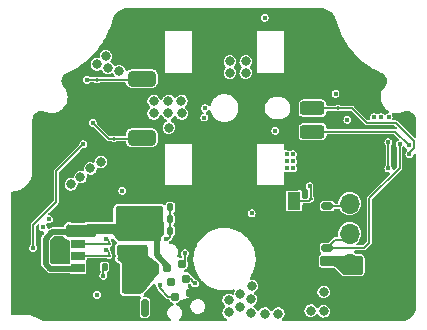
<source format=gbr>
%TF.GenerationSoftware,KiCad,Pcbnew,5.99.0-5f22025611*%
%TF.CreationDate,2021-06-18T20:55:10+00:00*%
%TF.ProjectId,driver,64726976-6572-42e6-9b69-6361645f7063,rev?*%
%TF.SameCoordinates,Original*%
%TF.FileFunction,Copper,L1,Top*%
%TF.FilePolarity,Positive*%
%FSLAX46Y46*%
G04 Gerber Fmt 4.6, Leading zero omitted, Abs format (unit mm)*
G04 Created by KiCad (PCBNEW 5.99.0-5f22025611) date 2021-06-18 20:55:10*
%MOMM*%
%LPD*%
G01*
G04 APERTURE LIST*
G04 Aperture macros list*
%AMRoundRect*
0 Rectangle with rounded corners*
0 $1 Rounding radius*
0 $2 $3 $4 $5 $6 $7 $8 $9 X,Y pos of 4 corners*
0 Add a 4 corners polygon primitive as box body*
4,1,4,$2,$3,$4,$5,$6,$7,$8,$9,$2,$3,0*
0 Add four circle primitives for the rounded corners*
1,1,$1+$1,$2,$3*
1,1,$1+$1,$4,$5*
1,1,$1+$1,$6,$7*
1,1,$1+$1,$8,$9*
0 Add four rect primitives between the rounded corners*
20,1,$1+$1,$2,$3,$4,$5,0*
20,1,$1+$1,$4,$5,$6,$7,0*
20,1,$1+$1,$6,$7,$8,$9,0*
20,1,$1+$1,$8,$9,$2,$3,0*%
G04 Aperture macros list end*
%TA.AperFunction,SMDPad,CuDef*%
%ADD10RoundRect,0.150000X0.150000X-0.587500X0.150000X0.587500X-0.150000X0.587500X-0.150000X-0.587500X0*%
%TD*%
%TA.AperFunction,SMDPad,CuDef*%
%ADD11RoundRect,0.062500X0.072500X0.062500X-0.072500X0.062500X-0.072500X-0.062500X0.072500X-0.062500X0*%
%TD*%
%TA.AperFunction,SMDPad,CuDef*%
%ADD12RoundRect,0.062500X-0.062500X0.072500X-0.062500X-0.072500X0.062500X-0.072500X0.062500X0.072500X0*%
%TD*%
%TA.AperFunction,SMDPad,CuDef*%
%ADD13RoundRect,0.062500X0.062500X-0.072500X0.062500X0.072500X-0.062500X0.072500X-0.062500X-0.072500X0*%
%TD*%
%TA.AperFunction,SMDPad,CuDef*%
%ADD14RoundRect,0.135000X0.135000X0.185000X-0.135000X0.185000X-0.135000X-0.185000X0.135000X-0.185000X0*%
%TD*%
%TA.AperFunction,SMDPad,CuDef*%
%ADD15RoundRect,0.250000X0.475000X-0.250000X0.475000X0.250000X-0.475000X0.250000X-0.475000X-0.250000X0*%
%TD*%
%TA.AperFunction,SMDPad,CuDef*%
%ADD16RoundRect,0.156250X0.343750X-0.156250X0.343750X0.156250X-0.343750X0.156250X-0.343750X-0.156250X0*%
%TD*%
%TA.AperFunction,SMDPad,CuDef*%
%ADD17RoundRect,0.135000X-0.135000X-0.185000X0.135000X-0.185000X0.135000X0.185000X-0.135000X0.185000X0*%
%TD*%
%TA.AperFunction,ComponentPad*%
%ADD18R,1.700000X1.700000*%
%TD*%
%TA.AperFunction,ComponentPad*%
%ADD19O,1.700000X1.700000*%
%TD*%
%TA.AperFunction,SMDPad,CuDef*%
%ADD20R,1.100000X1.500000*%
%TD*%
%TA.AperFunction,SMDPad,CuDef*%
%ADD21R,1.150000X0.700000*%
%TD*%
%TA.AperFunction,SMDPad,CuDef*%
%ADD22R,1.150000X0.800000*%
%TD*%
%TA.AperFunction,SMDPad,CuDef*%
%ADD23R,1.150000X0.900000*%
%TD*%
%TA.AperFunction,ComponentPad*%
%ADD24O,2.000000X1.000000*%
%TD*%
%TA.AperFunction,SMDPad,CuDef*%
%ADD25RoundRect,0.140000X-0.140000X-0.170000X0.140000X-0.170000X0.140000X0.170000X-0.140000X0.170000X0*%
%TD*%
%TA.AperFunction,ConnectorPad*%
%ADD26C,0.787400*%
%TD*%
%TA.AperFunction,SMDPad,CuDef*%
%ADD27RoundRect,0.156250X-0.343750X0.156250X-0.343750X-0.156250X0.343750X-0.156250X0.343750X0.156250X0*%
%TD*%
%TA.AperFunction,SMDPad,CuDef*%
%ADD28RoundRect,0.250000X-0.450000X0.262500X-0.450000X-0.262500X0.450000X-0.262500X0.450000X0.262500X0*%
%TD*%
%TA.AperFunction,SMDPad,CuDef*%
%ADD29RoundRect,0.300000X0.750000X-0.300000X0.750000X0.300000X-0.750000X0.300000X-0.750000X-0.300000X0*%
%TD*%
%TA.AperFunction,SMDPad,CuDef*%
%ADD30RoundRect,0.325000X0.875000X-0.325000X0.875000X0.325000X-0.875000X0.325000X-0.875000X-0.325000X0*%
%TD*%
%TA.AperFunction,SMDPad,CuDef*%
%ADD31RoundRect,0.937500X1.062500X-0.937500X1.062500X0.937500X-1.062500X0.937500X-1.062500X-0.937500X0*%
%TD*%
%TA.AperFunction,SMDPad,CuDef*%
%ADD32RoundRect,0.625000X0.975000X-0.625000X0.975000X0.625000X-0.975000X0.625000X-0.975000X-0.625000X0*%
%TD*%
%TA.AperFunction,ViaPad*%
%ADD33C,0.800000*%
%TD*%
%TA.AperFunction,ViaPad*%
%ADD34C,0.400000*%
%TD*%
%TA.AperFunction,Conductor*%
%ADD35C,0.150000*%
%TD*%
%TA.AperFunction,Conductor*%
%ADD36C,0.500000*%
%TD*%
%TA.AperFunction,Conductor*%
%ADD37C,0.200000*%
%TD*%
G04 APERTURE END LIST*
D10*
%TO.P,D111,1,A*%
%TO.N,GND*%
X71350000Y-80087500D03*
%TO.P,D111,2*%
%TO.N,N/C*%
X73250000Y-80087500D03*
%TO.P,D111,3,K*%
%TO.N,Net-(D111-Pad3)*%
X72300000Y-78212500D03*
%TD*%
D11*
%TO.P,D112,1,A1*%
%TO.N,GND*%
X87710000Y-70900000D03*
%TO.P,D112,2,A2*%
%TO.N,/FAN_VOLTAGE_SEL*%
X87290000Y-70900000D03*
%TD*%
%TO.P,D102,1,A1*%
%TO.N,GND*%
X70610000Y-75700000D03*
%TO.P,D102,2,A2*%
%TO.N,/CC2*%
X70190000Y-75700000D03*
%TD*%
D12*
%TO.P,D110,1,A1*%
%TO.N,GND*%
X89600000Y-62790000D03*
%TO.P,D110,2,A2*%
%TO.N,/POT_WIPER*%
X89600000Y-63210000D03*
%TD*%
D13*
%TO.P,D109,1,A1*%
%TO.N,GND*%
X70650000Y-66210000D03*
%TO.P,D109,2,A2*%
%TO.N,/SW2*%
X70650000Y-65790000D03*
%TD*%
D14*
%TO.P,D104,1,K*%
%TO.N,Net-(C103-Pad1)*%
X75410000Y-72600000D03*
%TO.P,D104,2,A*%
%TO.N,V_{bus}*%
X74390000Y-72600000D03*
%TD*%
D15*
%TO.P,C102,1*%
%TO.N,V_{bus}*%
X72600000Y-72250000D03*
%TO.P,C102,2*%
%TO.N,GND*%
X72600000Y-70350000D03*
%TD*%
D16*
%TO.P,D106,1,K*%
%TO.N,/FAN_TACHO*%
X88700000Y-75025000D03*
%TO.P,D106,2,A*%
%TO.N,GND*%
X88700000Y-73775000D03*
%TD*%
D17*
%TO.P,R103,1*%
%TO.N,V_{bus}*%
X74390000Y-73600000D03*
%TO.P,R103,2*%
%TO.N,Net-(C103-Pad1)*%
X75410000Y-73600000D03*
%TD*%
D18*
%TO.P,J102,1,Pin_1*%
%TO.N,GND*%
X90600000Y-78900000D03*
D19*
%TO.P,J102,2,Pin_2*%
%TO.N,/FAN_PWR*%
X90600000Y-76360000D03*
%TO.P,J102,3,Pin_3*%
%TO.N,/FAN_TACHO*%
X90600000Y-73820000D03*
%TO.P,J102,4,Pin_4*%
%TO.N,/FAN_PWM*%
X90600000Y-71280000D03*
%TD*%
D20*
%TO.P,SW101,1*%
%TO.N,GND*%
X85900000Y-79960000D03*
%TO.P,SW101,2*%
%TO.N,/FAN_VOLTAGE_SEL*%
X85900000Y-71059998D03*
%TD*%
D21*
%TO.P,J101,A5,CC1*%
%TO.N,/CC1*%
X67605000Y-74700000D03*
D22*
%TO.P,J101,A9,V-BUS*%
%TO.N,V_{bus}*%
X67605000Y-76720000D03*
D23*
%TO.P,J101,A12,GND*%
%TO.N,GND*%
X67605000Y-77950000D03*
D21*
%TO.P,J101,B5,CC2*%
%TO.N,/CC2*%
X67605000Y-75700000D03*
D22*
%TO.P,J101,B9,V-BUS*%
%TO.N,V_{bus}*%
X67605000Y-73680000D03*
D23*
%TO.P,J101,B12,GND*%
%TO.N,GND*%
X67605000Y-72450000D03*
D24*
%TO.P,J101,S1,SHIELD*%
X67600000Y-70880000D03*
%TO.P,J101,S2,SHIELD*%
X67600000Y-79520000D03*
%TO.P,J101,S3,SHIELD*%
X63800000Y-70880000D03*
%TO.P,J101,S4,SHIELD*%
X63800000Y-79520000D03*
%TD*%
D25*
%TO.P,C103,1*%
%TO.N,Net-(C103-Pad1)*%
X75420000Y-71600000D03*
%TO.P,C103,2*%
%TO.N,GND*%
X76380000Y-71600000D03*
%TD*%
D26*
%TO.P,J103,1,Pin_1*%
%TO.N,V_{bus}*%
X75157937Y-76737624D03*
%TO.P,J103,2,Pin_2*%
%TO.N,/PROG_SCL*%
X76384663Y-76408924D03*
%TO.P,J103,3,Pin_3*%
%TO.N,unconnected-(J103-Pad3)*%
X75486637Y-77964350D03*
%TO.P,J103,4,Pin_4*%
%TO.N,/PROG_SDA*%
X76713363Y-77635650D03*
%TO.P,J103,5,Pin_5*%
%TO.N,/RESET*%
X75815337Y-79191076D03*
%TO.P,J103,6,Pin_6*%
%TO.N,GND*%
X77042063Y-78862376D03*
%TD*%
D27*
%TO.P,D107,1,K*%
%TO.N,/FAN_PWM*%
X88700000Y-71500000D03*
%TO.P,D107,2,A*%
%TO.N,GND*%
X88700000Y-72750000D03*
%TD*%
D11*
%TO.P,D103,1,A1*%
%TO.N,GND*%
X70610000Y-74700000D03*
%TO.P,D103,2,A2*%
%TO.N,/CC1*%
X70190000Y-74700000D03*
%TD*%
D17*
%TO.P,R107,1*%
%TO.N,/RESET*%
X69840000Y-76650000D03*
%TO.P,R107,2*%
%TO.N,GND*%
X70860000Y-76650000D03*
%TD*%
D28*
%TO.P,F101,1*%
%TO.N,V_{bus}*%
X72550000Y-73887500D03*
%TO.P,F101,2*%
%TO.N,Net-(D111-Pad3)*%
X72550000Y-75712500D03*
%TD*%
D27*
%TO.P,D105,1,K*%
%TO.N,/FAN_PWR*%
X88700000Y-76075000D03*
%TO.P,D105,2,A*%
%TO.N,GND*%
X88700000Y-77325000D03*
%TD*%
D29*
%TO.P,RV101,1,1*%
%TO.N,/POT_SUPPLY*%
X87450000Y-65200000D03*
%TO.P,RV101,2,2*%
%TO.N,/POT_WIPER*%
X87450000Y-63200000D03*
%TO.P,RV101,3,3*%
%TO.N,GND*%
X87450000Y-61200000D03*
D30*
%TO.P,RV101,4,4*%
%TO.N,/SW2*%
X73000000Y-65700000D03*
%TO.P,RV101,5,5*%
%TO.N,/SW1*%
X73000000Y-60700000D03*
D31*
%TO.P,RV101,MP,MountPin*%
%TO.N,GND*%
X80000000Y-56825000D03*
D32*
X87900000Y-68200000D03*
D31*
X80000000Y-69575000D03*
D32*
X87900000Y-58200000D03*
X72100000Y-68200000D03*
X72100000Y-58200000D03*
%TD*%
D16*
%TO.P,D101,1,K*%
%TO.N,V_{bus}*%
X69600000Y-73525000D03*
%TO.P,D101,2,A*%
%TO.N,GND*%
X69600000Y-72275000D03*
%TD*%
D12*
%TO.P,D108,1,A1*%
%TO.N,GND*%
X69200000Y-60390000D03*
%TO.P,D108,2,A2*%
%TO.N,/SW1*%
X69200000Y-60810000D03*
%TD*%
D33*
%TO.N,GND*%
X94275000Y-69725000D03*
X93175000Y-71125000D03*
X92925000Y-68675000D03*
D34*
%TO.N,/FAN_PWM_LV*%
X93875000Y-68300000D03*
X93875000Y-66095500D03*
D33*
%TO.N,V_{snk}*%
X81300000Y-80000000D03*
X88400000Y-80400000D03*
X82250000Y-80550000D03*
X74000000Y-63650000D03*
X69200000Y-59500000D03*
X82300000Y-78250000D03*
X69950000Y-58800000D03*
X82250000Y-79400000D03*
X76375000Y-63650000D03*
X71100000Y-60100000D03*
X75250000Y-62600000D03*
X81350000Y-78950000D03*
X74000000Y-62600000D03*
X75300000Y-64850000D03*
X87300000Y-80350000D03*
X84550000Y-80600000D03*
X75250000Y-63650000D03*
X80350000Y-79450000D03*
X70150000Y-59800000D03*
X76350000Y-62600000D03*
X80350000Y-80500000D03*
X83400000Y-80600000D03*
X88400000Y-78750000D03*
%TO.N,GND*%
X74800000Y-60750000D03*
D34*
X68358033Y-60143887D03*
X79500000Y-60950000D03*
D33*
X78225000Y-72550000D03*
D34*
X77625000Y-66425000D03*
X92300000Y-62925000D03*
X69175000Y-66500000D03*
X75150000Y-55650000D03*
X95875000Y-65150000D03*
D33*
X74550000Y-59700000D03*
D34*
X95875000Y-64500000D03*
D33*
X66100000Y-74600000D03*
D34*
X86425000Y-72875000D03*
X89700000Y-68575000D03*
D33*
X78100000Y-70700000D03*
X76775000Y-72675000D03*
D34*
X90900000Y-68400000D03*
D33*
X78725000Y-79150000D03*
X79575000Y-72575000D03*
D34*
X91100000Y-61750000D03*
D33*
X75025000Y-70325000D03*
D34*
X87050000Y-73050000D03*
X94775000Y-64050000D03*
D33*
X66100000Y-75950000D03*
D34*
X87050000Y-72400000D03*
X78300000Y-60950000D03*
X95450000Y-64075000D03*
X87050000Y-71800000D03*
X86450000Y-73450000D03*
X90300000Y-68575000D03*
X78900000Y-60950000D03*
D33*
X63700000Y-71925000D03*
D34*
X74500000Y-55650000D03*
D33*
X77450000Y-71700000D03*
D34*
X90425000Y-68000000D03*
%TO.N,V_{bus}*%
X73775000Y-72325000D03*
X73775000Y-71725000D03*
X73775000Y-72900000D03*
%TO.N,Net-(C103-Pad1)*%
X75050000Y-74300000D03*
X64650000Y-73300000D03*
%TO.N,+5V*%
X82300000Y-72100000D03*
X78300000Y-64000000D03*
D33*
%TO.N,+3.3V*%
X81800000Y-59250000D03*
D34*
X85250000Y-68300000D03*
D33*
X80450000Y-59250000D03*
X80450000Y-60200000D03*
D34*
X92650000Y-63950000D03*
X85800000Y-67100000D03*
X85250000Y-67700000D03*
X85250000Y-67100000D03*
D33*
X81800000Y-60200000D03*
D34*
X85800000Y-67700000D03*
X93900000Y-63950000D03*
X93250000Y-63950000D03*
X89400000Y-62000000D03*
X85800000Y-68300000D03*
%TO.N,/CC2*%
X70000000Y-75200000D03*
%TO.N,/CC1*%
X69950000Y-74250000D03*
%TO.N,/FAN_TACHO*%
X94824162Y-66255742D03*
%TO.N,/SW1*%
X68350000Y-60800000D03*
%TO.N,/SW2*%
X68850000Y-64450000D03*
%TO.N,/POT_WIPER*%
X95650000Y-67100000D03*
D33*
%TO.N,Net-(D111-Pad3)*%
X73250000Y-77450000D03*
X69550000Y-67750000D03*
X67000000Y-69650000D03*
X71350000Y-75250000D03*
X73700000Y-76550000D03*
X67800000Y-69050000D03*
X68650000Y-68300000D03*
D34*
%TO.N,/FAN_VOLTAGE_SEL*%
X87200000Y-69825000D03*
%TO.N,/PROG_SCL*%
X76650000Y-75500000D03*
%TO.N,/PROG_SDA*%
X77500000Y-78050000D03*
%TO.N,/RESET*%
X74500000Y-78150000D03*
X69750000Y-77400000D03*
%TO.N,/REG_EN*%
X78350000Y-63200000D03*
X84300000Y-65125000D03*
X90400000Y-64200000D03*
%TO.N,Net-(R114-Pad1)*%
X63800000Y-75050000D03*
X68050000Y-66250000D03*
%TO.N,Net-(R115-Pad1)*%
X71350000Y-70200000D03*
X69200000Y-79000000D03*
%TO.N,/HI_PWR*%
X83400000Y-55550000D03*
X65136531Y-72609500D03*
%TO.N,/POT_SUPPLY*%
X95600000Y-66350000D03*
%TD*%
D35*
%TO.N,/FAN_PWM_LV*%
X93875000Y-68300000D02*
X93875000Y-66095500D01*
%TO.N,/FAN_PWM*%
X88700000Y-71500000D02*
X90380000Y-71500000D01*
X90380000Y-71500000D02*
X90600000Y-71280000D01*
D36*
%TO.N,GND*%
X78437376Y-78862376D02*
X78725000Y-79150000D01*
D37*
X87925000Y-72750000D02*
X88700000Y-72750000D01*
D36*
X67705000Y-79625000D02*
X67600000Y-79520000D01*
D37*
X87710000Y-72535000D02*
X87925000Y-72750000D01*
D36*
X85325000Y-72750000D02*
X88700000Y-72750000D01*
D37*
X69200000Y-60390000D02*
X68604146Y-60390000D01*
D35*
X70610000Y-74700000D02*
X70610000Y-76400000D01*
X69465000Y-66210000D02*
X69175000Y-66500000D01*
X70650000Y-66210000D02*
X69465000Y-66210000D01*
D36*
X87900000Y-68200000D02*
X86169513Y-69930487D01*
D37*
X90060000Y-62790000D02*
X91100000Y-61750000D01*
D36*
X69650000Y-79625000D02*
X67705000Y-79625000D01*
D37*
X68604146Y-60390000D02*
X68358033Y-60143887D01*
D36*
X84550000Y-71975000D02*
X85325000Y-72750000D01*
X79250000Y-70325000D02*
X80000000Y-69575000D01*
X86169513Y-69930487D02*
X85125000Y-69930487D01*
D37*
X89600000Y-62790000D02*
X90060000Y-62790000D01*
D36*
X70860000Y-76650000D02*
X70860000Y-78415000D01*
X85125000Y-69930487D02*
X84550000Y-70505487D01*
D37*
X87710000Y-70900000D02*
X87710000Y-72535000D01*
D35*
X70610000Y-76400000D02*
X70860000Y-76650000D01*
D36*
X76380000Y-71600000D02*
X76380000Y-72280000D01*
X77042063Y-78862376D02*
X78437376Y-78862376D01*
X76380000Y-72280000D02*
X76775000Y-72675000D01*
X75025000Y-70325000D02*
X79250000Y-70325000D01*
X84550000Y-70505487D02*
X84550000Y-71975000D01*
X70860000Y-78415000D02*
X69650000Y-79625000D01*
%TO.N,V_{bus}*%
X71025000Y-73525000D02*
X71187500Y-73687500D01*
X74250000Y-74400000D02*
X73537500Y-73687500D01*
X67605000Y-76720000D02*
X67525489Y-76799511D01*
X68625000Y-73525000D02*
X69600000Y-73525000D01*
X65249511Y-76799511D02*
X64850000Y-76400000D01*
X67605000Y-73680000D02*
X68470000Y-73680000D01*
X74250000Y-74400000D02*
X73800000Y-73950000D01*
X73537500Y-73687500D02*
X72600000Y-73687500D01*
X72600000Y-73687500D02*
X72600000Y-72250000D01*
X75157937Y-76737624D02*
X75157937Y-76540141D01*
X69600000Y-73525000D02*
X71025000Y-73525000D01*
X68470000Y-73680000D02*
X68625000Y-73525000D01*
X67525489Y-76799511D02*
X65249511Y-76799511D01*
X64850000Y-74250000D02*
X65420000Y-73680000D01*
X64850000Y-76400000D02*
X64850000Y-74250000D01*
X74250000Y-75632204D02*
X74250000Y-74400000D01*
X65420000Y-73680000D02*
X67605000Y-73680000D01*
X75157937Y-76540141D02*
X74250000Y-75632204D01*
X72687500Y-73687500D02*
X72600000Y-73687500D01*
X71187500Y-73687500D02*
X72600000Y-73687500D01*
D35*
%TO.N,Net-(C103-Pad1)*%
X75410000Y-71710000D02*
X75420000Y-71700000D01*
X75410000Y-74090000D02*
X75410000Y-73600000D01*
X75200000Y-74300000D02*
X75410000Y-74090000D01*
X75410000Y-73600000D02*
X75410000Y-71710000D01*
X75050000Y-74300000D02*
X75200000Y-74300000D01*
%TO.N,/CC2*%
X67605000Y-75700000D02*
X70190000Y-75700000D01*
X70190000Y-75700000D02*
X70190000Y-75390000D01*
X70190000Y-75390000D02*
X70000000Y-75200000D01*
%TO.N,/CC1*%
X70190000Y-74490000D02*
X69950000Y-74250000D01*
X70190000Y-74700000D02*
X70190000Y-74490000D01*
X67605000Y-74700000D02*
X70190000Y-74700000D01*
%TO.N,/FAN_TACHO*%
X90600000Y-73820000D02*
X90070000Y-74350000D01*
X94824162Y-68275838D02*
X92250000Y-70850000D01*
X91825000Y-75025000D02*
X88700000Y-75025000D01*
X90070000Y-74350000D02*
X89375000Y-74350000D01*
X92250000Y-70850000D02*
X92250000Y-74600000D01*
X94824162Y-66255742D02*
X94824162Y-68275838D01*
X89375000Y-74350000D02*
X88700000Y-75025000D01*
X92250000Y-74600000D02*
X91825000Y-75025000D01*
%TO.N,/SW1*%
X68360000Y-60810000D02*
X70400000Y-60810000D01*
X70400000Y-60810000D02*
X72890000Y-60810000D01*
X68350000Y-60800000D02*
X68360000Y-60810000D01*
X72890000Y-60810000D02*
X73000000Y-60700000D01*
%TO.N,/SW2*%
X72910000Y-65790000D02*
X73000000Y-65700000D01*
X68850000Y-64450000D02*
X70190000Y-65790000D01*
X70650000Y-65790000D02*
X72910000Y-65790000D01*
X70190000Y-65790000D02*
X70650000Y-65790000D01*
%TO.N,/POT_WIPER*%
X90810000Y-63210000D02*
X89600000Y-63210000D01*
X87460000Y-63210000D02*
X87450000Y-63200000D01*
X95650000Y-67100000D02*
X95650000Y-67000000D01*
X94500000Y-64450000D02*
X92050000Y-64450000D01*
X96050000Y-66600000D02*
X96050000Y-66000000D01*
X95650000Y-67000000D02*
X96050000Y-66600000D01*
X89600000Y-63210000D02*
X87460000Y-63210000D01*
X96050000Y-66000000D02*
X94500000Y-64450000D01*
X92050000Y-64450000D02*
X90810000Y-63210000D01*
D36*
%TO.N,Net-(D111-Pad3)*%
X72300000Y-75812500D02*
X72600000Y-75512500D01*
X72600000Y-75512500D02*
X72350000Y-75762500D01*
X72300000Y-76450000D02*
X72300000Y-78212500D01*
X72350000Y-76400000D02*
X72300000Y-76450000D01*
X72350000Y-75762500D02*
X72350000Y-76400000D01*
X72337500Y-75250000D02*
X72600000Y-75512500D01*
X71350000Y-75250000D02*
X72337500Y-75250000D01*
D35*
%TO.N,/FAN_VOLTAGE_SEL*%
X87290000Y-70900000D02*
X87290000Y-69915000D01*
X87290000Y-69915000D02*
X87200000Y-69825000D01*
X85900000Y-71059998D02*
X87130002Y-71059998D01*
X87130002Y-71059998D02*
X87290000Y-70900000D01*
%TO.N,/PROG_SCL*%
X76650000Y-76143587D02*
X76384663Y-76408924D01*
X76650000Y-75500000D02*
X76650000Y-76143587D01*
%TO.N,/PROG_SDA*%
X77500000Y-78050000D02*
X77250000Y-77800000D01*
X77135650Y-77635650D02*
X76713363Y-77635650D01*
X77250000Y-77800000D02*
X77250000Y-77750000D01*
X77250000Y-77750000D02*
X77135650Y-77635650D01*
%TO.N,/RESET*%
X75815337Y-79191076D02*
X75258562Y-79191076D01*
X74500000Y-78432514D02*
X74500000Y-78150000D01*
X69750000Y-77400000D02*
X69750000Y-76740000D01*
X69750000Y-76740000D02*
X69790000Y-76700000D01*
X75258562Y-79191076D02*
X74500000Y-78432514D01*
%TO.N,Net-(R114-Pad1)*%
X65750000Y-71150000D02*
X63800000Y-73100000D01*
X65750000Y-69450000D02*
X65750000Y-68550000D01*
X67450000Y-66850000D02*
X68050000Y-66250000D01*
X63800000Y-73100000D02*
X63800000Y-75050000D01*
X65750000Y-69450000D02*
X65750000Y-71150000D01*
X65750000Y-68550000D02*
X67450000Y-66850000D01*
%TO.N,/POT_SUPPLY*%
X95600000Y-66350000D02*
X94450000Y-65200000D01*
X94450000Y-65200000D02*
X87450000Y-65200000D01*
%TD*%
%TA.AperFunction,Conductor*%
%TO.N,GND*%
G36*
X79972820Y-54754178D02*
G01*
X88164614Y-54754356D01*
X88186173Y-54756707D01*
X88186173Y-54756704D01*
X88186488Y-54756742D01*
X88191773Y-54757318D01*
X88198367Y-54758774D01*
X88204550Y-54758904D01*
X88204554Y-54758904D01*
X88293161Y-54760760D01*
X88300881Y-54761159D01*
X88323615Y-54763034D01*
X88346410Y-54764915D01*
X88356684Y-54766190D01*
X88507310Y-54791227D01*
X88517463Y-54793348D01*
X88547381Y-54800895D01*
X88557328Y-54803845D01*
X88701787Y-54853240D01*
X88711458Y-54856998D01*
X88727142Y-54863849D01*
X88739754Y-54869358D01*
X88749081Y-54873899D01*
X88883480Y-54946319D01*
X88892405Y-54951614D01*
X88918285Y-54968445D01*
X88926737Y-54974451D01*
X89039863Y-55062067D01*
X89047434Y-55067931D01*
X89055369Y-55074618D01*
X89078149Y-55095476D01*
X89085507Y-55102792D01*
X89189238Y-55214804D01*
X89195946Y-55222674D01*
X89214898Y-55246861D01*
X89215012Y-55247006D01*
X89221066Y-55255423D01*
X89305019Y-55382933D01*
X89310356Y-55391816D01*
X89325160Y-55418922D01*
X89329755Y-55428226D01*
X89391653Y-55567766D01*
X89395466Y-55577416D01*
X89410489Y-55620552D01*
X89412808Y-55627932D01*
X89431009Y-55692756D01*
X89431414Y-55694235D01*
X89488424Y-55907204D01*
X89489270Y-55911436D01*
X89489431Y-55911398D01*
X89490844Y-55917418D01*
X89491662Y-55923562D01*
X89495602Y-55935115D01*
X89498056Y-55943184D01*
X89501219Y-55955000D01*
X89503954Y-55960549D01*
X89506133Y-55966343D01*
X89505978Y-55966401D01*
X89507633Y-55970389D01*
X89652043Y-56393798D01*
X89653335Y-56398491D01*
X89653345Y-56398488D01*
X89655214Y-56404391D01*
X89656494Y-56410445D01*
X89660487Y-56419766D01*
X89660629Y-56420097D01*
X89664059Y-56429027D01*
X89667448Y-56438964D01*
X89670553Y-56444324D01*
X89673114Y-56449954D01*
X89673103Y-56449959D01*
X89675282Y-56454305D01*
X89852129Y-56867145D01*
X89853774Y-56871728D01*
X89853785Y-56871724D01*
X89856094Y-56877461D01*
X89857831Y-56883403D01*
X89860694Y-56888892D01*
X89860695Y-56888895D01*
X89862687Y-56892715D01*
X89866788Y-56901364D01*
X89868480Y-56905315D01*
X89868483Y-56905320D01*
X89870919Y-56911007D01*
X89874421Y-56916115D01*
X89877401Y-56921531D01*
X89877390Y-56921537D01*
X89879894Y-56925705D01*
X90087593Y-57323929D01*
X90089577Y-57328364D01*
X90089588Y-57328359D01*
X90092327Y-57333908D01*
X90094511Y-57339702D01*
X90097781Y-57344955D01*
X90097783Y-57344959D01*
X90100050Y-57348600D01*
X90104801Y-57356922D01*
X90106796Y-57360747D01*
X90109657Y-57366232D01*
X90113530Y-57371051D01*
X90116919Y-57376236D01*
X90116910Y-57376242D01*
X90119730Y-57380217D01*
X90357064Y-57761495D01*
X90359383Y-57765774D01*
X90359393Y-57765768D01*
X90362545Y-57771091D01*
X90365164Y-57776705D01*
X90371372Y-57785169D01*
X90376731Y-57793090D01*
X90382282Y-57802008D01*
X90386517Y-57806525D01*
X90390289Y-57811437D01*
X90390280Y-57811444D01*
X90393390Y-57815190D01*
X90658997Y-58177340D01*
X90661631Y-58181426D01*
X90661641Y-58181419D01*
X90665192Y-58186493D01*
X90668228Y-58191889D01*
X90675063Y-58199860D01*
X90681006Y-58207349D01*
X90687218Y-58215819D01*
X90691783Y-58220001D01*
X90695917Y-58224611D01*
X90695908Y-58224619D01*
X90699297Y-58228121D01*
X90991641Y-58569047D01*
X90994583Y-58572927D01*
X90994592Y-58572920D01*
X90998516Y-58577707D01*
X91001952Y-58582855D01*
X91006324Y-58587231D01*
X91006326Y-58587234D01*
X91009366Y-58590277D01*
X91015871Y-58597305D01*
X91018670Y-58600569D01*
X91018678Y-58600577D01*
X91022704Y-58605272D01*
X91027569Y-58609092D01*
X91032041Y-58613375D01*
X91032033Y-58613383D01*
X91035673Y-58616613D01*
X91353078Y-58934358D01*
X91356304Y-58938001D01*
X91356313Y-58937992D01*
X91360585Y-58942462D01*
X91364408Y-58947343D01*
X91369109Y-58951382D01*
X91369113Y-58951387D01*
X91372367Y-58954183D01*
X91379388Y-58960697D01*
X91382425Y-58963737D01*
X91382430Y-58963741D01*
X91386804Y-58968120D01*
X91391949Y-58971562D01*
X91396730Y-58975490D01*
X91396723Y-58975499D01*
X91400598Y-58978444D01*
X91741214Y-59271157D01*
X91744712Y-59274549D01*
X91744720Y-59274540D01*
X91749322Y-59278676D01*
X91753500Y-59283247D01*
X91758487Y-59286913D01*
X91758495Y-59286920D01*
X91761968Y-59289473D01*
X91769454Y-59295427D01*
X91772713Y-59298227D01*
X91777410Y-59302263D01*
X91782800Y-59305303D01*
X91787867Y-59308858D01*
X91787860Y-59308867D01*
X91791938Y-59311502D01*
X91852464Y-59355993D01*
X92153819Y-59577511D01*
X92157560Y-59580624D01*
X92157567Y-59580614D01*
X92162470Y-59584388D01*
X92166983Y-59588629D01*
X92175894Y-59594189D01*
X92183818Y-59599563D01*
X92186632Y-59601631D01*
X92192268Y-59605774D01*
X92197872Y-59608395D01*
X92203194Y-59611555D01*
X92203188Y-59611565D01*
X92207464Y-59613888D01*
X92588493Y-59851635D01*
X92592458Y-59854453D01*
X92592464Y-59854444D01*
X92597650Y-59857842D01*
X92602466Y-59861722D01*
X92607948Y-59864589D01*
X92607950Y-59864590D01*
X92611761Y-59866583D01*
X92620065Y-59871336D01*
X92623725Y-59873619D01*
X92628979Y-59876897D01*
X92634768Y-59879086D01*
X92640315Y-59881832D01*
X92640310Y-59881842D01*
X92644754Y-59883836D01*
X92802686Y-59966423D01*
X93041186Y-60091142D01*
X93044866Y-60093382D01*
X93044948Y-60093237D01*
X93050342Y-60096275D01*
X93055411Y-60099825D01*
X93066599Y-60104750D01*
X93074193Y-60108402D01*
X93075799Y-60109242D01*
X93079402Y-60111126D01*
X93085024Y-60114066D01*
X93090963Y-60115809D01*
X93096703Y-60118126D01*
X93096640Y-60118281D01*
X93100688Y-60119757D01*
X93316989Y-60214977D01*
X93319217Y-60215984D01*
X93343580Y-60227286D01*
X93346395Y-60228592D01*
X93354921Y-60232949D01*
X93382878Y-60248603D01*
X93394004Y-60255620D01*
X93485695Y-60320375D01*
X93496028Y-60328513D01*
X93508097Y-60339084D01*
X93517528Y-60348257D01*
X93526965Y-60358448D01*
X93593777Y-60430600D01*
X93602195Y-60440701D01*
X93609284Y-60450171D01*
X93611751Y-60453466D01*
X93611821Y-60453560D01*
X93619143Y-60464488D01*
X93624444Y-60473369D01*
X93676647Y-60560837D01*
X93682789Y-60572468D01*
X93689548Y-60587065D01*
X93694446Y-60599277D01*
X93730718Y-60705458D01*
X93734314Y-60718108D01*
X93737878Y-60733696D01*
X93737890Y-60733750D01*
X93740149Y-60746713D01*
X93753616Y-60858144D01*
X93754510Y-60871266D01*
X93754764Y-60887300D01*
X93754285Y-60900448D01*
X93753979Y-60903892D01*
X93744350Y-61012245D01*
X93742507Y-61025247D01*
X93739428Y-61040997D01*
X93739427Y-61041003D01*
X93736233Y-61053759D01*
X93703324Y-61161079D01*
X93698817Y-61173436D01*
X93692546Y-61188187D01*
X93686775Y-61200005D01*
X93683660Y-61205622D01*
X93632329Y-61298161D01*
X93625355Y-61309317D01*
X93606963Y-61335581D01*
X93601171Y-61343217D01*
X93568924Y-61382529D01*
X93502857Y-61462655D01*
X93500670Y-61465234D01*
X93488872Y-61478767D01*
X93487271Y-61481559D01*
X93485226Y-61484039D01*
X93477111Y-61499138D01*
X93476749Y-61499811D01*
X93475081Y-61502816D01*
X93357627Y-61707639D01*
X93357606Y-61707701D01*
X93357575Y-61707755D01*
X93272911Y-61957635D01*
X93272903Y-61957694D01*
X93272882Y-61957756D01*
X93272097Y-61963635D01*
X93272096Y-61963640D01*
X93246368Y-62156377D01*
X93237972Y-62219270D01*
X93237976Y-62219336D01*
X93237968Y-62219397D01*
X93238338Y-62225428D01*
X93238338Y-62225429D01*
X93253593Y-62474073D01*
X93254124Y-62482736D01*
X93254140Y-62482798D01*
X93254144Y-62482859D01*
X93255623Y-62488527D01*
X93258313Y-62498837D01*
X93320759Y-62738144D01*
X93320786Y-62738199D01*
X93320802Y-62738262D01*
X93337041Y-62771945D01*
X93432721Y-62970410D01*
X93432724Y-62970415D01*
X93435377Y-62975918D01*
X93435416Y-62975970D01*
X93435443Y-62976026D01*
X93593681Y-63187140D01*
X93593731Y-63187184D01*
X93593766Y-63187232D01*
X93789731Y-63363883D01*
X93789787Y-63363916D01*
X93789833Y-63363958D01*
X93795249Y-63367202D01*
X93795252Y-63367204D01*
X93847902Y-63398737D01*
X93896065Y-63450898D01*
X93908382Y-63520818D01*
X93880942Y-63586298D01*
X93826256Y-63625233D01*
X93732250Y-63659448D01*
X93665650Y-63715333D01*
X93655992Y-63723437D01*
X93590952Y-63751902D01*
X93520847Y-63740685D01*
X93494008Y-63723437D01*
X93484351Y-63715333D01*
X93417750Y-63659448D01*
X93308259Y-63619597D01*
X93191741Y-63619597D01*
X93082250Y-63659448D01*
X93073804Y-63666535D01*
X93030992Y-63702459D01*
X92965951Y-63730924D01*
X92895846Y-63719707D01*
X92869008Y-63702459D01*
X92826196Y-63666535D01*
X92817750Y-63659448D01*
X92708259Y-63619597D01*
X92591741Y-63619597D01*
X92482250Y-63659448D01*
X92473804Y-63666535D01*
X92405992Y-63723437D01*
X92392992Y-63734345D01*
X92387482Y-63743889D01*
X92387481Y-63743890D01*
X92368214Y-63777261D01*
X92334733Y-63835252D01*
X92314500Y-63950000D01*
X92334733Y-64064748D01*
X92340245Y-64074295D01*
X92340649Y-64075405D01*
X92345152Y-64146259D01*
X92310634Y-64208299D01*
X92248054Y-64241829D01*
X92222248Y-64244500D01*
X92187310Y-64244500D01*
X92119189Y-64224498D01*
X92098215Y-64207595D01*
X91557156Y-63666535D01*
X90980144Y-63089523D01*
X90979423Y-63088715D01*
X90974739Y-63078961D01*
X90954442Y-63062729D01*
X90945647Y-63054857D01*
X90944812Y-63054191D01*
X90939811Y-63049190D01*
X90933823Y-63045427D01*
X90932585Y-63044439D01*
X90923486Y-63037973D01*
X90912697Y-63029345D01*
X90912698Y-63029345D01*
X90901616Y-63020483D01*
X90889822Y-63017771D01*
X90879574Y-63011330D01*
X90851732Y-63008182D01*
X90840487Y-63006259D01*
X90839053Y-63006096D01*
X90832111Y-63004500D01*
X90824985Y-63004500D01*
X90823725Y-63004357D01*
X90812100Y-63003702D01*
X90800638Y-63002406D01*
X90800637Y-63002406D01*
X90786536Y-63000812D01*
X90776175Y-63004430D01*
X90774925Y-63004500D01*
X89851215Y-63004500D01*
X89781213Y-62983265D01*
X89748588Y-62961465D01*
X89748586Y-62961464D01*
X89738271Y-62954572D01*
X89687636Y-62944500D01*
X89512364Y-62944500D01*
X89461729Y-62954572D01*
X89451414Y-62961464D01*
X89451412Y-62961465D01*
X89418787Y-62983265D01*
X89348785Y-63004500D01*
X88756500Y-63004500D01*
X88688379Y-62984498D01*
X88641886Y-62930842D01*
X88630500Y-62878500D01*
X88630500Y-62866742D01*
X88629177Y-62857937D01*
X88617648Y-62781256D01*
X88617648Y-62781255D01*
X88616248Y-62771945D01*
X88560194Y-62655213D01*
X88472293Y-62560123D01*
X88360318Y-62495082D01*
X88249947Y-62469500D01*
X86666742Y-62469500D01*
X86662095Y-62470199D01*
X86662090Y-62470199D01*
X86581256Y-62482352D01*
X86581255Y-62482352D01*
X86571945Y-62483752D01*
X86455213Y-62539806D01*
X86360123Y-62627707D01*
X86295082Y-62739682D01*
X86269500Y-62850053D01*
X86269500Y-63533258D01*
X86270199Y-63537905D01*
X86270199Y-63537910D01*
X86282233Y-63617954D01*
X86283752Y-63628055D01*
X86339806Y-63744787D01*
X86427707Y-63839877D01*
X86458073Y-63857515D01*
X86524515Y-63896108D01*
X86539682Y-63904918D01*
X86650053Y-63930500D01*
X88233258Y-63930500D01*
X88237905Y-63929801D01*
X88237910Y-63929801D01*
X88318744Y-63917648D01*
X88318745Y-63917648D01*
X88328055Y-63916248D01*
X88444787Y-63860194D01*
X88502667Y-63806690D01*
X88532957Y-63778690D01*
X88532958Y-63778689D01*
X88539877Y-63772293D01*
X88590133Y-63685772D01*
X88600190Y-63668458D01*
X88600190Y-63668457D01*
X88604918Y-63660318D01*
X88630500Y-63549947D01*
X88630500Y-63541500D01*
X88630737Y-63540694D01*
X88631316Y-63535629D01*
X88632194Y-63535729D01*
X88650502Y-63473379D01*
X88704158Y-63426886D01*
X88756500Y-63415500D01*
X89348785Y-63415500D01*
X89418787Y-63436735D01*
X89423286Y-63439741D01*
X89451412Y-63458535D01*
X89451414Y-63458536D01*
X89461729Y-63465428D01*
X89512364Y-63475500D01*
X89687636Y-63475500D01*
X89738271Y-63465428D01*
X89748586Y-63458536D01*
X89748588Y-63458535D01*
X89776714Y-63439741D01*
X89781213Y-63436735D01*
X89851215Y-63415500D01*
X90672689Y-63415500D01*
X90740810Y-63435502D01*
X90761784Y-63452405D01*
X91879856Y-64570477D01*
X91880577Y-64571285D01*
X91885261Y-64581039D01*
X91896341Y-64589900D01*
X91905558Y-64597271D01*
X91914353Y-64605143D01*
X91915188Y-64605809D01*
X91920189Y-64610810D01*
X91926177Y-64614573D01*
X91927415Y-64615561D01*
X91936513Y-64622027D01*
X91958384Y-64639517D01*
X91970178Y-64642229D01*
X91980426Y-64648670D01*
X92008268Y-64651818D01*
X92019513Y-64653741D01*
X92020947Y-64653904D01*
X92027889Y-64655500D01*
X92035015Y-64655500D01*
X92036275Y-64655643D01*
X92047900Y-64656298D01*
X92059362Y-64657594D01*
X92059363Y-64657594D01*
X92073464Y-64659188D01*
X92083825Y-64655570D01*
X92085075Y-64655500D01*
X94362689Y-64655500D01*
X94430810Y-64675502D01*
X94451784Y-64692405D01*
X94536673Y-64777294D01*
X94570699Y-64839606D01*
X94565634Y-64910421D01*
X94523087Y-64967257D01*
X94456567Y-64992068D01*
X94445657Y-64991843D01*
X94440637Y-64992406D01*
X94426536Y-64990812D01*
X94416175Y-64994430D01*
X94414925Y-64994500D01*
X88756500Y-64994500D01*
X88688379Y-64974498D01*
X88641886Y-64920842D01*
X88632139Y-64876036D01*
X88630850Y-64876132D01*
X88630500Y-64871447D01*
X88630500Y-64866742D01*
X88628974Y-64856587D01*
X88617648Y-64781256D01*
X88617648Y-64781255D01*
X88616248Y-64771945D01*
X88560194Y-64655213D01*
X88472293Y-64560123D01*
X88360318Y-64495082D01*
X88249947Y-64469500D01*
X86666742Y-64469500D01*
X86662095Y-64470199D01*
X86662090Y-64470199D01*
X86581256Y-64482352D01*
X86581255Y-64482352D01*
X86571945Y-64483752D01*
X86455213Y-64539806D01*
X86360123Y-64627707D01*
X86343516Y-64656298D01*
X86309706Y-64714506D01*
X86295082Y-64739682D01*
X86269500Y-64850053D01*
X86269500Y-65533258D01*
X86270199Y-65537905D01*
X86270199Y-65537910D01*
X86275492Y-65573114D01*
X86283752Y-65628055D01*
X86339806Y-65744787D01*
X86427707Y-65839877D01*
X86462685Y-65860194D01*
X86508678Y-65886909D01*
X86539682Y-65904918D01*
X86650053Y-65930500D01*
X88233258Y-65930500D01*
X88237905Y-65929801D01*
X88237910Y-65929801D01*
X88318744Y-65917648D01*
X88318745Y-65917648D01*
X88328055Y-65916248D01*
X88444787Y-65860194D01*
X88539877Y-65772293D01*
X88587211Y-65690803D01*
X88600190Y-65668458D01*
X88600190Y-65668457D01*
X88604918Y-65660318D01*
X88630500Y-65549947D01*
X88630500Y-65531500D01*
X88650502Y-65463379D01*
X88704158Y-65416886D01*
X88756500Y-65405500D01*
X94312689Y-65405500D01*
X94380810Y-65425502D01*
X94401784Y-65442405D01*
X94713161Y-65753782D01*
X94747187Y-65816094D01*
X94742122Y-65886909D01*
X94699575Y-65943745D01*
X94667163Y-65961277D01*
X94656412Y-65965190D01*
X94647966Y-65972277D01*
X94594984Y-66016735D01*
X94567154Y-66040087D01*
X94561644Y-66049631D01*
X94561643Y-66049632D01*
X94542048Y-66083572D01*
X94508895Y-66140994D01*
X94488662Y-66255742D01*
X94508895Y-66370490D01*
X94567154Y-66471397D01*
X94575596Y-66478481D01*
X94582684Y-66486928D01*
X94581191Y-66488181D01*
X94612979Y-66535958D01*
X94618662Y-66573372D01*
X94618662Y-68138528D01*
X94598660Y-68206649D01*
X94581757Y-68227623D01*
X94423681Y-68385699D01*
X94361369Y-68419725D01*
X94290554Y-68414660D01*
X94233718Y-68372113D01*
X94209319Y-68306698D01*
X94210500Y-68300000D01*
X94190267Y-68185252D01*
X94132008Y-68084345D01*
X94123566Y-68077261D01*
X94116478Y-68068814D01*
X94117971Y-68067561D01*
X94086183Y-68019784D01*
X94080500Y-67982370D01*
X94080500Y-66413130D01*
X94100502Y-66345009D01*
X94116569Y-66326762D01*
X94116478Y-66326686D01*
X94123566Y-66318239D01*
X94132008Y-66311155D01*
X94152683Y-66275346D01*
X94184755Y-66219795D01*
X94190267Y-66210248D01*
X94210500Y-66095500D01*
X94190267Y-65980752D01*
X94161254Y-65930500D01*
X94137519Y-65889390D01*
X94137518Y-65889389D01*
X94132008Y-65879845D01*
X94120662Y-65870324D01*
X94051196Y-65812035D01*
X94042750Y-65804948D01*
X93933259Y-65765097D01*
X93816741Y-65765097D01*
X93707250Y-65804948D01*
X93698804Y-65812035D01*
X93629339Y-65870324D01*
X93617992Y-65879845D01*
X93612482Y-65889389D01*
X93612481Y-65889390D01*
X93588746Y-65930500D01*
X93559733Y-65980752D01*
X93539500Y-66095500D01*
X93559733Y-66210248D01*
X93565245Y-66219795D01*
X93597318Y-66275346D01*
X93617992Y-66311155D01*
X93626434Y-66318239D01*
X93633522Y-66326686D01*
X93632029Y-66327939D01*
X93663817Y-66375716D01*
X93669500Y-66413130D01*
X93669500Y-67982370D01*
X93649498Y-68050491D01*
X93633431Y-68068738D01*
X93633522Y-68068814D01*
X93626434Y-68077261D01*
X93617992Y-68084345D01*
X93559733Y-68185252D01*
X93539500Y-68300000D01*
X93559733Y-68414748D01*
X93617992Y-68515655D01*
X93626433Y-68522738D01*
X93626434Y-68522739D01*
X93698804Y-68583465D01*
X93707250Y-68590552D01*
X93816741Y-68630403D01*
X93874787Y-68630403D01*
X93942908Y-68650405D01*
X93989401Y-68704061D01*
X93999505Y-68774335D01*
X93970011Y-68838915D01*
X93963886Y-68845494D01*
X93013082Y-69796297D01*
X92129523Y-70679856D01*
X92128715Y-70680577D01*
X92118961Y-70685261D01*
X92110100Y-70696341D01*
X92102729Y-70705558D01*
X92094857Y-70714353D01*
X92094191Y-70715188D01*
X92089190Y-70720189D01*
X92085427Y-70726177D01*
X92084439Y-70727415D01*
X92077973Y-70736513D01*
X92060483Y-70758384D01*
X92057771Y-70770178D01*
X92051330Y-70780426D01*
X92048182Y-70808268D01*
X92046259Y-70819513D01*
X92046096Y-70820947D01*
X92044500Y-70827889D01*
X92044500Y-70835015D01*
X92044357Y-70836275D01*
X92043702Y-70847900D01*
X92040812Y-70873464D01*
X92044430Y-70883825D01*
X92044500Y-70885075D01*
X92044500Y-74462689D01*
X92024498Y-74530810D01*
X92007595Y-74551785D01*
X91776783Y-74782596D01*
X91714471Y-74816621D01*
X91687688Y-74819500D01*
X91279206Y-74819500D01*
X91211085Y-74799498D01*
X91164592Y-74745842D01*
X91154488Y-74675568D01*
X91183982Y-74610988D01*
X91202677Y-74593404D01*
X91203984Y-74592405D01*
X91274621Y-74538399D01*
X91384238Y-74412299D01*
X91401108Y-74392892D01*
X91401109Y-74392891D01*
X91405296Y-74388074D01*
X91503075Y-74214544D01*
X91563964Y-74024897D01*
X91581251Y-73865770D01*
X91585119Y-73830168D01*
X91585119Y-73830164D01*
X91585476Y-73826880D01*
X91585500Y-73820000D01*
X91584801Y-73813113D01*
X91566016Y-73628187D01*
X91566016Y-73628186D01*
X91565371Y-73621838D01*
X91505808Y-73431770D01*
X91409243Y-73257562D01*
X91279620Y-73106329D01*
X91183875Y-73032062D01*
X91127279Y-72988161D01*
X91127276Y-72988159D01*
X91122235Y-72984249D01*
X91116509Y-72981431D01*
X91116505Y-72981429D01*
X90949247Y-72899128D01*
X90943518Y-72896309D01*
X90823610Y-72865075D01*
X90756950Y-72847711D01*
X90756947Y-72847711D01*
X90750768Y-72846101D01*
X90665272Y-72841620D01*
X90558240Y-72836011D01*
X90558236Y-72836011D01*
X90551859Y-72835677D01*
X90354916Y-72865461D01*
X90348921Y-72867667D01*
X90348920Y-72867667D01*
X90178153Y-72930497D01*
X90167985Y-72934238D01*
X89998702Y-73039199D01*
X89994069Y-73043580D01*
X89994068Y-73043581D01*
X89959692Y-73076089D01*
X89853981Y-73176054D01*
X89825426Y-73216835D01*
X89755336Y-73316934D01*
X89739735Y-73339214D01*
X89737201Y-73345070D01*
X89697044Y-73437869D01*
X89660631Y-73522014D01*
X89659325Y-73528264D01*
X89659325Y-73528265D01*
X89633809Y-73650405D01*
X89619899Y-73716987D01*
X89619877Y-73723375D01*
X89619233Y-73907724D01*
X89619203Y-73916168D01*
X89620466Y-73922430D01*
X89634815Y-73993595D01*
X89628672Y-74064326D01*
X89585265Y-74120507D01*
X89511301Y-74144500D01*
X89410116Y-74144500D01*
X89409040Y-74144439D01*
X89398829Y-74140853D01*
X89384728Y-74142422D01*
X89384726Y-74142422D01*
X89373004Y-74143727D01*
X89361199Y-74144382D01*
X89360151Y-74144500D01*
X89353081Y-74144500D01*
X89346191Y-74146072D01*
X89344617Y-74146249D01*
X89333611Y-74148111D01*
X89305773Y-74151209D01*
X89295515Y-74157631D01*
X89283715Y-74160323D01*
X89269615Y-74171559D01*
X89261813Y-74177776D01*
X89252503Y-74184367D01*
X89251367Y-74185272D01*
X89245324Y-74189055D01*
X89240277Y-74194102D01*
X89239281Y-74194895D01*
X89230619Y-74202633D01*
X89210490Y-74218673D01*
X89205723Y-74228556D01*
X89204881Y-74229498D01*
X88889284Y-74545095D01*
X88826972Y-74579121D01*
X88800189Y-74582000D01*
X88329403Y-74582000D01*
X88323701Y-74583062D01*
X88262656Y-74594431D01*
X88262655Y-74594432D01*
X88251221Y-74596561D01*
X88241320Y-74602664D01*
X88170178Y-74646516D01*
X88170177Y-74646517D01*
X88160276Y-74652620D01*
X88153236Y-74661879D01*
X88153234Y-74661880D01*
X88138264Y-74681567D01*
X88095609Y-74737661D01*
X88069500Y-74827821D01*
X88069500Y-75208097D01*
X88071072Y-75216535D01*
X88081030Y-75270003D01*
X88084061Y-75286279D01*
X88090164Y-75296180D01*
X88133328Y-75366205D01*
X88140120Y-75377224D01*
X88149378Y-75384264D01*
X88149379Y-75384265D01*
X88168107Y-75398506D01*
X88210223Y-75455661D01*
X88214753Y-75526513D01*
X88180258Y-75588567D01*
X88151236Y-75609921D01*
X88130402Y-75621057D01*
X88107194Y-75636564D01*
X88104802Y-75638527D01*
X88104798Y-75638530D01*
X88097344Y-75644647D01*
X88087494Y-75652731D01*
X88052731Y-75687494D01*
X88036564Y-75707194D01*
X88034845Y-75709766D01*
X88034844Y-75709768D01*
X88030911Y-75715655D01*
X88021057Y-75730402D01*
X88009044Y-75752877D01*
X88007862Y-75755730D01*
X88007858Y-75755739D01*
X88006559Y-75758876D01*
X87990230Y-75798298D01*
X87982832Y-75822686D01*
X87982231Y-75825705D01*
X87982230Y-75825711D01*
X87978764Y-75843139D01*
X87974919Y-75862468D01*
X87973047Y-75875087D01*
X87970626Y-75899668D01*
X87970293Y-75906453D01*
X87970160Y-75909160D01*
X87970000Y-75912410D01*
X87970000Y-76387590D01*
X87970626Y-76400332D01*
X87973047Y-76424913D01*
X87973273Y-76426435D01*
X87973275Y-76426453D01*
X87974217Y-76432799D01*
X87974919Y-76437532D01*
X87975217Y-76439028D01*
X87975219Y-76439042D01*
X87980416Y-76465169D01*
X87982832Y-76477314D01*
X87990230Y-76501702D01*
X87992653Y-76507551D01*
X88007858Y-76544261D01*
X88007862Y-76544270D01*
X88009044Y-76547123D01*
X88010503Y-76549853D01*
X88010507Y-76549861D01*
X88019596Y-76566865D01*
X88021057Y-76569598D01*
X88036564Y-76592806D01*
X88052731Y-76612506D01*
X88087494Y-76647269D01*
X88107194Y-76663436D01*
X88130402Y-76678943D01*
X88133132Y-76680402D01*
X88133135Y-76680404D01*
X88150139Y-76689493D01*
X88150147Y-76689497D01*
X88152877Y-76690956D01*
X88155730Y-76692138D01*
X88155739Y-76692142D01*
X88172401Y-76699043D01*
X88198298Y-76709770D01*
X88222686Y-76717168D01*
X88225705Y-76717769D01*
X88225711Y-76717770D01*
X88260958Y-76724781D01*
X88260972Y-76724783D01*
X88262468Y-76725081D01*
X88267201Y-76725783D01*
X88273547Y-76726725D01*
X88273565Y-76726727D01*
X88275087Y-76726953D01*
X88299668Y-76729374D01*
X88306453Y-76729707D01*
X88310856Y-76729924D01*
X88310870Y-76729924D01*
X88312410Y-76730000D01*
X89244473Y-76730000D01*
X89268510Y-76732314D01*
X89270385Y-76732679D01*
X89315015Y-76750720D01*
X89316615Y-76751760D01*
X89335519Y-76766811D01*
X89789913Y-77206058D01*
X89942781Y-77353831D01*
X89952164Y-77362068D01*
X89953342Y-77363006D01*
X89953347Y-77363010D01*
X89967447Y-77374235D01*
X89971068Y-77377118D01*
X89981193Y-77384413D01*
X90012634Y-77404848D01*
X90014497Y-77406059D01*
X90036619Y-77417585D01*
X90081223Y-77435619D01*
X90093174Y-77439162D01*
X90102229Y-77441846D01*
X90102237Y-77441848D01*
X90105125Y-77442704D01*
X90108092Y-77443281D01*
X90108095Y-77443282D01*
X90108810Y-77443421D01*
X90115115Y-77444648D01*
X90115140Y-77444653D01*
X90142650Y-77450003D01*
X90144131Y-77450291D01*
X90149106Y-77451013D01*
X90154975Y-77451865D01*
X90154991Y-77451867D01*
X90156480Y-77452083D01*
X90157995Y-77452229D01*
X90179028Y-77454256D01*
X90179037Y-77454257D01*
X90180535Y-77454401D01*
X90193004Y-77455000D01*
X91512590Y-77455000D01*
X91514130Y-77454924D01*
X91514144Y-77454924D01*
X91518547Y-77454707D01*
X91525332Y-77454374D01*
X91549913Y-77451953D01*
X91551435Y-77451727D01*
X91551453Y-77451725D01*
X91557799Y-77450783D01*
X91562532Y-77450081D01*
X91564028Y-77449783D01*
X91564042Y-77449781D01*
X91599289Y-77442770D01*
X91599295Y-77442769D01*
X91602314Y-77442168D01*
X91626702Y-77434770D01*
X91648829Y-77425605D01*
X91669261Y-77417142D01*
X91669270Y-77417138D01*
X91672123Y-77415956D01*
X91674853Y-77414497D01*
X91674861Y-77414493D01*
X91691865Y-77405404D01*
X91691868Y-77405402D01*
X91694598Y-77403943D01*
X91710602Y-77393250D01*
X91715232Y-77390156D01*
X91715234Y-77390155D01*
X91717806Y-77388436D01*
X91737506Y-77372269D01*
X91772269Y-77337506D01*
X91788436Y-77317806D01*
X91803943Y-77294598D01*
X91808254Y-77286533D01*
X91814493Y-77274861D01*
X91814497Y-77274853D01*
X91815956Y-77272123D01*
X91817138Y-77269270D01*
X91817142Y-77269261D01*
X91829343Y-77239803D01*
X91834770Y-77226702D01*
X91842168Y-77202314D01*
X91843844Y-77193890D01*
X91849781Y-77164042D01*
X91849783Y-77164028D01*
X91850081Y-77162532D01*
X91851953Y-77149913D01*
X91854374Y-77125332D01*
X91854734Y-77118014D01*
X91854924Y-77114144D01*
X91854924Y-77114130D01*
X91855000Y-77112590D01*
X91855000Y-75912410D01*
X91854841Y-75909160D01*
X91854707Y-75906453D01*
X91854374Y-75899668D01*
X91851953Y-75875087D01*
X91850081Y-75862468D01*
X91846237Y-75843139D01*
X91842770Y-75825711D01*
X91842769Y-75825705D01*
X91842168Y-75822686D01*
X91834770Y-75798298D01*
X91818441Y-75758876D01*
X91817142Y-75755739D01*
X91817138Y-75755730D01*
X91815956Y-75752877D01*
X91803943Y-75730402D01*
X91794090Y-75715655D01*
X91790156Y-75709768D01*
X91790155Y-75709766D01*
X91788436Y-75707194D01*
X91772269Y-75687494D01*
X91737506Y-75652731D01*
X91727656Y-75644648D01*
X91720202Y-75638530D01*
X91720198Y-75638527D01*
X91717806Y-75636564D01*
X91694598Y-75621057D01*
X91689910Y-75618551D01*
X91674861Y-75610507D01*
X91674853Y-75610503D01*
X91672123Y-75609044D01*
X91669270Y-75607862D01*
X91669261Y-75607858D01*
X91647546Y-75598864D01*
X91626702Y-75590230D01*
X91602314Y-75582832D01*
X91599295Y-75582231D01*
X91599289Y-75582230D01*
X91564042Y-75575219D01*
X91564028Y-75575217D01*
X91562532Y-75574919D01*
X91557799Y-75574217D01*
X91551453Y-75573275D01*
X91551435Y-75573273D01*
X91549913Y-75573047D01*
X91525332Y-75570626D01*
X91518547Y-75570293D01*
X91514144Y-75570076D01*
X91514130Y-75570076D01*
X91512590Y-75570000D01*
X91224357Y-75570000D01*
X91156236Y-75549998D01*
X91147132Y-75543560D01*
X91127284Y-75528165D01*
X91127281Y-75528163D01*
X91122235Y-75524249D01*
X91116509Y-75521431D01*
X91116505Y-75521429D01*
X91011081Y-75469554D01*
X90958790Y-75421531D01*
X90940764Y-75352862D01*
X90962724Y-75285347D01*
X91017700Y-75240423D01*
X91066711Y-75230500D01*
X91789884Y-75230500D01*
X91790960Y-75230561D01*
X91801171Y-75234147D01*
X91815272Y-75232578D01*
X91815274Y-75232578D01*
X91826996Y-75231273D01*
X91838792Y-75230619D01*
X91839848Y-75230500D01*
X91846919Y-75230500D01*
X91853817Y-75228927D01*
X91855385Y-75228750D01*
X91866391Y-75226889D01*
X91880123Y-75225361D01*
X91880125Y-75225360D01*
X91894226Y-75223791D01*
X91904484Y-75217369D01*
X91916285Y-75214677D01*
X91927381Y-75205835D01*
X91927383Y-75205834D01*
X91938187Y-75197224D01*
X91947508Y-75190625D01*
X91948639Y-75189724D01*
X91954676Y-75185945D01*
X91959716Y-75180905D01*
X91960712Y-75180112D01*
X91969381Y-75172367D01*
X91978414Y-75165169D01*
X91989510Y-75156327D01*
X91994277Y-75146444D01*
X91995119Y-75145502D01*
X92370477Y-74770144D01*
X92371285Y-74769423D01*
X92381039Y-74764739D01*
X92397271Y-74744442D01*
X92405136Y-74735654D01*
X92405802Y-74734819D01*
X92410810Y-74729811D01*
X92414577Y-74723817D01*
X92415563Y-74722581D01*
X92422027Y-74713486D01*
X92439517Y-74691616D01*
X92442229Y-74679820D01*
X92448670Y-74669573D01*
X92451817Y-74641736D01*
X92453741Y-74630488D01*
X92453904Y-74629050D01*
X92455500Y-74622111D01*
X92455500Y-74614987D01*
X92455643Y-74613727D01*
X92456298Y-74602106D01*
X92456313Y-74601975D01*
X92459189Y-74576536D01*
X92455570Y-74566174D01*
X92455500Y-74564920D01*
X92455500Y-70987311D01*
X92475502Y-70919190D01*
X92492405Y-70898216D01*
X94944639Y-68445982D01*
X94945447Y-68445261D01*
X94955201Y-68440577D01*
X94971433Y-68420280D01*
X94979305Y-68411485D01*
X94979971Y-68410650D01*
X94984972Y-68405649D01*
X94988735Y-68399661D01*
X94989723Y-68398423D01*
X94996189Y-68389324D01*
X95004817Y-68378535D01*
X95013679Y-68367454D01*
X95016391Y-68355660D01*
X95022832Y-68345412D01*
X95025980Y-68317570D01*
X95027903Y-68306325D01*
X95028066Y-68304891D01*
X95029662Y-68297949D01*
X95029662Y-68290823D01*
X95029805Y-68289563D01*
X95030460Y-68277938D01*
X95031756Y-68266476D01*
X95031756Y-68266475D01*
X95033350Y-68252374D01*
X95029732Y-68242013D01*
X95029662Y-68240763D01*
X95029662Y-66573372D01*
X95049664Y-66505251D01*
X95065731Y-66487004D01*
X95065640Y-66486928D01*
X95072728Y-66478481D01*
X95081170Y-66471397D01*
X95086681Y-66461852D01*
X95087348Y-66461057D01*
X95146457Y-66421730D01*
X95217445Y-66420603D01*
X95277773Y-66458033D01*
X95292987Y-66479044D01*
X95342992Y-66565655D01*
X95351433Y-66572738D01*
X95351434Y-66572739D01*
X95360568Y-66580403D01*
X95430608Y-66639174D01*
X95432250Y-66640552D01*
X95432096Y-66640735D01*
X95475824Y-66686595D01*
X95489260Y-66756309D01*
X95462874Y-66822220D01*
X95444823Y-66840853D01*
X95392992Y-66884345D01*
X95334733Y-66985252D01*
X95314500Y-67100000D01*
X95334733Y-67214748D01*
X95340245Y-67224295D01*
X95369773Y-67275438D01*
X95392992Y-67315655D01*
X95401433Y-67322738D01*
X95401434Y-67322739D01*
X95439475Y-67354659D01*
X95482250Y-67390552D01*
X95591741Y-67430403D01*
X95708259Y-67430403D01*
X95817750Y-67390552D01*
X95860525Y-67354659D01*
X95898566Y-67322739D01*
X95898567Y-67322738D01*
X95907008Y-67315655D01*
X95930228Y-67275438D01*
X95959755Y-67224295D01*
X95965267Y-67214748D01*
X95970914Y-67182722D01*
X96002441Y-67119109D01*
X96063355Y-67082640D01*
X96134316Y-67084892D01*
X96192794Y-67125151D01*
X96220224Y-67190635D01*
X96221000Y-67204601D01*
X96221000Y-79935947D01*
X96218114Y-79962759D01*
X96216497Y-79970185D01*
X96216385Y-79976381D01*
X96214757Y-80066404D01*
X96214390Y-80074012D01*
X96211619Y-80109221D01*
X96210456Y-80119045D01*
X96204182Y-80158659D01*
X96187188Y-80265963D01*
X96186777Y-80268555D01*
X96184849Y-80278248D01*
X96181576Y-80291880D01*
X96179307Y-80301331D01*
X96176622Y-80310850D01*
X96129844Y-80454816D01*
X96126421Y-80464095D01*
X96117342Y-80486015D01*
X96113200Y-80494999D01*
X96044476Y-80629879D01*
X96039649Y-80638498D01*
X96027247Y-80658735D01*
X96021752Y-80666958D01*
X95933791Y-80788026D01*
X95932775Y-80789424D01*
X95926662Y-80797178D01*
X95911236Y-80815240D01*
X95904532Y-80822491D01*
X95797497Y-80929526D01*
X95790235Y-80936240D01*
X95772193Y-80951650D01*
X95764430Y-80957770D01*
X95654760Y-81037451D01*
X95641958Y-81046752D01*
X95633735Y-81052247D01*
X95613490Y-81064653D01*
X95604879Y-81069476D01*
X95478984Y-81133622D01*
X95470001Y-81138199D01*
X95461016Y-81142341D01*
X95439092Y-81151422D01*
X95429811Y-81154846D01*
X95285842Y-81201624D01*
X95276327Y-81204308D01*
X95273450Y-81204999D01*
X95253259Y-81209846D01*
X95243593Y-81211769D01*
X95168934Y-81223595D01*
X95094042Y-81235456D01*
X95084218Y-81236619D01*
X95049011Y-81239390D01*
X95041403Y-81239757D01*
X94961555Y-81241201D01*
X94945185Y-81241497D01*
X94937759Y-81243114D01*
X94910948Y-81246000D01*
X91362148Y-81245990D01*
X84952942Y-81245971D01*
X84884821Y-81225969D01*
X84838328Y-81172313D01*
X84828225Y-81102039D01*
X84857718Y-81037458D01*
X84882121Y-81015758D01*
X84885356Y-81013560D01*
X84908319Y-80997954D01*
X85002138Y-80886935D01*
X85062645Y-80754777D01*
X85085383Y-80611215D01*
X85085500Y-80600000D01*
X85065774Y-80455993D01*
X85048950Y-80417116D01*
X86768723Y-80417116D01*
X86806342Y-80557515D01*
X86880332Y-80682625D01*
X86886531Y-80688570D01*
X86886533Y-80688572D01*
X86938673Y-80738572D01*
X86985241Y-80783229D01*
X86992807Y-80787286D01*
X86992810Y-80787288D01*
X87044941Y-80815240D01*
X87113340Y-80851915D01*
X87255191Y-80883622D01*
X87263764Y-80883173D01*
X87263768Y-80883173D01*
X87391760Y-80876465D01*
X87391761Y-80876465D01*
X87400343Y-80876015D01*
X87484604Y-80847658D01*
X87529967Y-80832392D01*
X87529969Y-80832391D01*
X87538102Y-80829654D01*
X87559312Y-80815240D01*
X87577643Y-80802782D01*
X87658319Y-80747954D01*
X87664323Y-80740850D01*
X87717374Y-80678072D01*
X87738653Y-80652892D01*
X87797900Y-80613772D01*
X87868891Y-80612894D01*
X87929087Y-80650536D01*
X87943337Y-80670070D01*
X87980332Y-80732625D01*
X87986531Y-80738570D01*
X87986533Y-80738572D01*
X88041614Y-80791392D01*
X88085241Y-80833229D01*
X88092807Y-80837286D01*
X88092810Y-80837288D01*
X88144111Y-80864795D01*
X88213340Y-80901915D01*
X88355191Y-80933622D01*
X88363764Y-80933173D01*
X88363768Y-80933173D01*
X88491760Y-80926465D01*
X88491761Y-80926465D01*
X88500343Y-80926015D01*
X88584025Y-80897853D01*
X88629967Y-80882392D01*
X88629969Y-80882391D01*
X88638102Y-80879654D01*
X88657998Y-80866133D01*
X88674379Y-80855000D01*
X88758319Y-80797954D01*
X88852138Y-80686935D01*
X88912645Y-80554777D01*
X88935383Y-80411215D01*
X88935500Y-80400000D01*
X88915774Y-80255993D01*
X88904374Y-80229650D01*
X88861460Y-80130481D01*
X88861459Y-80130479D01*
X88858048Y-80122597D01*
X88794633Y-80044286D01*
X88771983Y-80016315D01*
X88771982Y-80016314D01*
X88766575Y-80009637D01*
X88759573Y-80004661D01*
X88759571Y-80004659D01*
X88655097Y-79930414D01*
X88648095Y-79925438D01*
X88511337Y-79876202D01*
X88502777Y-79875573D01*
X88502775Y-79875573D01*
X88413965Y-79869052D01*
X88366376Y-79865557D01*
X88223892Y-79894286D01*
X88094383Y-79960275D01*
X87987390Y-80058659D01*
X87981302Y-80068478D01*
X87974760Y-80079029D01*
X87921863Y-80126383D01*
X87851762Y-80137622D01*
X87786712Y-80109177D01*
X87760799Y-80078955D01*
X87758048Y-80072597D01*
X87735122Y-80044286D01*
X87671983Y-79966315D01*
X87671982Y-79966314D01*
X87666575Y-79959637D01*
X87659573Y-79954661D01*
X87659571Y-79954659D01*
X87555097Y-79880414D01*
X87548095Y-79875438D01*
X87411337Y-79826202D01*
X87402777Y-79825573D01*
X87402775Y-79825573D01*
X87313965Y-79819052D01*
X87266376Y-79815557D01*
X87199154Y-79829111D01*
X87137799Y-79841482D01*
X87123892Y-79844286D01*
X86994383Y-79910275D01*
X86887390Y-80008659D01*
X86882866Y-80015956D01*
X86882864Y-80015958D01*
X86865300Y-80044286D01*
X86810796Y-80132193D01*
X86808399Y-80140444D01*
X86808398Y-80140446D01*
X86789322Y-80206109D01*
X86770245Y-80271773D01*
X86768723Y-80417116D01*
X85048950Y-80417116D01*
X85011460Y-80330481D01*
X85011459Y-80330479D01*
X85008048Y-80322597D01*
X84932781Y-80229650D01*
X84921983Y-80216315D01*
X84921982Y-80216314D01*
X84916575Y-80209637D01*
X84909573Y-80204661D01*
X84909571Y-80204659D01*
X84805097Y-80130414D01*
X84798095Y-80125438D01*
X84661337Y-80076202D01*
X84652777Y-80075573D01*
X84652775Y-80075573D01*
X84556153Y-80068478D01*
X84516376Y-80065557D01*
X84373892Y-80094286D01*
X84325300Y-80119045D01*
X84255260Y-80154733D01*
X84244383Y-80160275D01*
X84137390Y-80258659D01*
X84132865Y-80265957D01*
X84132860Y-80265963D01*
X84083580Y-80345444D01*
X84030684Y-80392800D01*
X83960583Y-80404039D01*
X83895533Y-80375595D01*
X83866919Y-80337218D01*
X83865910Y-80337829D01*
X83861460Y-80330481D01*
X83858048Y-80322597D01*
X83782781Y-80229650D01*
X83771983Y-80216315D01*
X83771982Y-80216314D01*
X83766575Y-80209637D01*
X83759573Y-80204661D01*
X83759571Y-80204659D01*
X83655097Y-80130414D01*
X83648095Y-80125438D01*
X83511337Y-80076202D01*
X83502777Y-80075573D01*
X83502775Y-80075573D01*
X83406153Y-80068478D01*
X83366376Y-80065557D01*
X83223892Y-80094286D01*
X83175300Y-80119045D01*
X83105260Y-80154733D01*
X83094383Y-80160275D01*
X82987390Y-80258659D01*
X82982867Y-80265954D01*
X82982862Y-80265960D01*
X82946323Y-80324892D01*
X82893427Y-80372247D01*
X82823325Y-80383486D01*
X82758276Y-80355042D01*
X82723600Y-80308535D01*
X82711461Y-80280483D01*
X82711460Y-80280481D01*
X82708048Y-80272597D01*
X82653033Y-80204659D01*
X82621983Y-80166315D01*
X82621982Y-80166314D01*
X82616575Y-80159637D01*
X82500159Y-80076905D01*
X82456219Y-80021140D01*
X82449403Y-79950471D01*
X82481876Y-79887336D01*
X82502326Y-79869987D01*
X82608319Y-79797954D01*
X82702138Y-79686935D01*
X82762645Y-79554777D01*
X82785383Y-79411215D01*
X82785500Y-79400000D01*
X82765774Y-79255993D01*
X82762362Y-79248108D01*
X82711460Y-79130481D01*
X82711459Y-79130479D01*
X82708048Y-79122597D01*
X82638851Y-79037146D01*
X82621983Y-79016315D01*
X82621982Y-79016314D01*
X82616575Y-79009637D01*
X82522878Y-78943050D01*
X82478941Y-78887289D01*
X82472172Y-78817116D01*
X87868723Y-78817116D01*
X87906342Y-78957515D01*
X87980332Y-79082625D01*
X87986531Y-79088570D01*
X87986533Y-79088572D01*
X88015091Y-79115958D01*
X88085241Y-79183229D01*
X88092807Y-79187286D01*
X88092810Y-79187288D01*
X88145715Y-79215655D01*
X88213340Y-79251915D01*
X88355191Y-79283622D01*
X88363764Y-79283173D01*
X88363768Y-79283173D01*
X88491760Y-79276465D01*
X88491761Y-79276465D01*
X88500343Y-79276015D01*
X88595676Y-79243932D01*
X88629967Y-79232392D01*
X88629969Y-79232391D01*
X88638102Y-79229654D01*
X88758319Y-79147954D01*
X88852138Y-79036935D01*
X88912645Y-78904777D01*
X88935383Y-78761215D01*
X88935500Y-78750000D01*
X88915774Y-78605993D01*
X88911893Y-78597024D01*
X88861460Y-78480481D01*
X88861459Y-78480479D01*
X88858048Y-78472597D01*
X88796262Y-78396297D01*
X88771983Y-78366315D01*
X88771982Y-78366314D01*
X88766575Y-78359637D01*
X88759573Y-78354661D01*
X88759571Y-78354659D01*
X88655097Y-78280414D01*
X88648095Y-78275438D01*
X88511337Y-78226202D01*
X88502777Y-78225573D01*
X88502775Y-78225573D01*
X88413965Y-78219052D01*
X88366376Y-78215557D01*
X88223892Y-78244286D01*
X88094383Y-78310275D01*
X87987390Y-78408659D01*
X87982866Y-78415956D01*
X87982864Y-78415958D01*
X87967055Y-78441456D01*
X87910796Y-78532193D01*
X87908399Y-78540444D01*
X87908398Y-78540446D01*
X87888581Y-78608659D01*
X87870245Y-78671773D01*
X87870155Y-78680361D01*
X87869357Y-78756587D01*
X87868723Y-78817116D01*
X82472172Y-78817116D01*
X82472124Y-78816620D01*
X82504596Y-78753484D01*
X82535905Y-78730393D01*
X82538102Y-78729654D01*
X82658319Y-78647954D01*
X82752138Y-78536935D01*
X82812645Y-78404777D01*
X82835383Y-78261215D01*
X82835500Y-78250000D01*
X82815774Y-78105993D01*
X82812362Y-78098108D01*
X82761460Y-77980481D01*
X82761459Y-77980479D01*
X82758048Y-77972597D01*
X82666575Y-77859637D01*
X82659573Y-77854661D01*
X82659571Y-77854659D01*
X82555097Y-77780414D01*
X82548095Y-77775438D01*
X82411337Y-77726202D01*
X82402777Y-77725573D01*
X82402775Y-77725573D01*
X82274942Y-77716186D01*
X82266376Y-77715557D01*
X82258666Y-77717112D01*
X82189765Y-77701506D01*
X82139993Y-77650877D01*
X82125494Y-77581377D01*
X82147252Y-77520071D01*
X82227064Y-77403943D01*
X82259064Y-77357383D01*
X82264831Y-77346306D01*
X82351261Y-77180274D01*
X82407649Y-77071954D01*
X82410099Y-77065403D01*
X82518995Y-76774147D01*
X82518997Y-76774142D01*
X82520341Y-76770546D01*
X82568413Y-76570313D01*
X82594562Y-76461396D01*
X82594563Y-76461391D01*
X82595461Y-76457650D01*
X82595923Y-76453600D01*
X82617227Y-76266612D01*
X82631888Y-76137931D01*
X82635500Y-76000000D01*
X82615855Y-75678813D01*
X82612785Y-75662244D01*
X82581890Y-75495557D01*
X82557214Y-75362415D01*
X82473248Y-75096108D01*
X82461609Y-75059193D01*
X82461608Y-75059190D01*
X82460451Y-75055521D01*
X82457948Y-75050027D01*
X82328607Y-74766216D01*
X82328605Y-74766212D01*
X82327008Y-74762708D01*
X82203720Y-74561519D01*
X82160884Y-74491617D01*
X82160882Y-74491614D01*
X82158875Y-74488339D01*
X82153089Y-74481064D01*
X81977925Y-74260854D01*
X81958558Y-74236506D01*
X81950665Y-74228749D01*
X81799807Y-74080502D01*
X81729044Y-74010963D01*
X81582914Y-73898833D01*
X81476816Y-73817421D01*
X81476812Y-73817419D01*
X81473753Y-73815071D01*
X81285295Y-73704061D01*
X81199808Y-73653705D01*
X81199805Y-73653703D01*
X81196492Y-73651752D01*
X80901394Y-73523440D01*
X80897700Y-73522346D01*
X80897695Y-73522344D01*
X80667987Y-73454302D01*
X80592859Y-73432048D01*
X80275485Y-73378938D01*
X79954004Y-73364901D01*
X79820670Y-73375395D01*
X79637044Y-73389847D01*
X79637041Y-73389847D01*
X79633209Y-73390149D01*
X79317882Y-73454302D01*
X79012724Y-73556407D01*
X78722284Y-73694940D01*
X78719047Y-73697002D01*
X78719042Y-73697005D01*
X78697492Y-73710734D01*
X78450892Y-73867836D01*
X78202593Y-74072517D01*
X77981090Y-74305933D01*
X77789684Y-74564604D01*
X77787798Y-74567937D01*
X77787795Y-74567942D01*
X77709364Y-74706569D01*
X77631228Y-74844673D01*
X77629760Y-74848216D01*
X77629758Y-74848221D01*
X77580689Y-74966686D01*
X77508086Y-75141965D01*
X77484315Y-75227680D01*
X77423122Y-75448333D01*
X77423120Y-75448341D01*
X77422092Y-75452049D01*
X77384122Y-75706110D01*
X77376737Y-75755530D01*
X77374529Y-75770301D01*
X77374429Y-75774134D01*
X77374428Y-75774141D01*
X77371376Y-75890705D01*
X77366105Y-76091978D01*
X77366473Y-76095797D01*
X77366473Y-76095805D01*
X77396183Y-76404348D01*
X77396947Y-76412283D01*
X77466595Y-76726442D01*
X77467880Y-76730070D01*
X77467880Y-76730071D01*
X77477903Y-76758374D01*
X77574009Y-77029772D01*
X77717590Y-77317750D01*
X77719705Y-77320946D01*
X77719710Y-77320954D01*
X77814141Y-77463623D01*
X77895196Y-77586083D01*
X77897699Y-77589013D01*
X77897700Y-77589015D01*
X78049316Y-77766535D01*
X78104180Y-77830772D01*
X78341426Y-78048168D01*
X78344547Y-78050394D01*
X78344548Y-78050395D01*
X78381569Y-78076802D01*
X78603398Y-78235031D01*
X78886190Y-78388574D01*
X78889765Y-78389982D01*
X78889771Y-78389985D01*
X79020439Y-78441456D01*
X79185586Y-78506509D01*
X79189306Y-78507471D01*
X79189309Y-78507472D01*
X79206810Y-78511998D01*
X79497123Y-78587078D01*
X79500942Y-78587581D01*
X79500943Y-78587581D01*
X79812340Y-78628578D01*
X79812348Y-78628579D01*
X79816157Y-78629080D01*
X79820000Y-78629114D01*
X79820007Y-78629114D01*
X79970520Y-78630427D01*
X80137931Y-78631888D01*
X80141746Y-78631453D01*
X80141752Y-78631453D01*
X80453818Y-78595898D01*
X80453824Y-78595897D01*
X80457650Y-78595461D01*
X80461391Y-78594563D01*
X80461396Y-78594562D01*
X80606867Y-78559637D01*
X80732917Y-78529375D01*
X80803823Y-78532922D01*
X80861557Y-78574242D01*
X80887787Y-78640215D01*
X80874185Y-78709897D01*
X80869416Y-78718289D01*
X80865325Y-78724887D01*
X80865323Y-78724892D01*
X80860796Y-78732193D01*
X80858399Y-78740444D01*
X80858398Y-78740446D01*
X80838620Y-78808524D01*
X80820245Y-78871773D01*
X80820155Y-78880361D01*
X80820050Y-78890379D01*
X80799335Y-78958286D01*
X80745195Y-79004214D01*
X80674819Y-79013581D01*
X80621068Y-78991764D01*
X80605097Y-78980414D01*
X80598095Y-78975438D01*
X80461337Y-78926202D01*
X80452777Y-78925573D01*
X80452775Y-78925573D01*
X80363965Y-78919052D01*
X80316376Y-78915557D01*
X80173892Y-78944286D01*
X80147929Y-78957515D01*
X80064549Y-79000000D01*
X80044383Y-79010275D01*
X79937390Y-79108659D01*
X79932866Y-79115956D01*
X79932864Y-79115958D01*
X79913026Y-79147954D01*
X79860796Y-79232193D01*
X79858399Y-79240444D01*
X79858398Y-79240446D01*
X79833360Y-79326631D01*
X79820245Y-79371773D01*
X79820155Y-79380361D01*
X79819320Y-79460081D01*
X79818723Y-79517116D01*
X79856342Y-79657515D01*
X79930332Y-79782625D01*
X79936531Y-79788570D01*
X79936533Y-79788572D01*
X80035241Y-79883229D01*
X80033173Y-79885386D01*
X80067585Y-79930000D01*
X80073670Y-80000735D01*
X80035462Y-80068478D01*
X79937390Y-80158659D01*
X79860796Y-80282193D01*
X79858399Y-80290444D01*
X79858398Y-80290446D01*
X79836145Y-80367043D01*
X79820245Y-80421773D01*
X79820155Y-80430361D01*
X79819776Y-80466549D01*
X79818723Y-80567116D01*
X79856342Y-80707515D01*
X79930332Y-80832625D01*
X79936531Y-80838570D01*
X79936533Y-80838572D01*
X79983043Y-80883173D01*
X80035241Y-80933229D01*
X80042807Y-80937286D01*
X80042810Y-80937288D01*
X80075019Y-80954558D01*
X80163340Y-81001915D01*
X80168005Y-81002958D01*
X80223412Y-81044352D01*
X80248286Y-81110849D01*
X80233261Y-81180237D01*
X80183107Y-81230487D01*
X80122616Y-81245957D01*
X76225948Y-81245946D01*
X76157827Y-81225944D01*
X76111334Y-81172288D01*
X76101231Y-81102014D01*
X76130724Y-81037433D01*
X76145632Y-81022862D01*
X76229744Y-80953278D01*
X76229745Y-80953277D01*
X76235853Y-80948224D01*
X76282789Y-80883622D01*
X76324135Y-80826715D01*
X76324136Y-80826713D01*
X76328794Y-80820302D01*
X76336641Y-80800485D01*
X76384085Y-80680654D01*
X76384085Y-80680652D01*
X76387002Y-80673286D01*
X76388355Y-80662583D01*
X76405826Y-80524280D01*
X76406820Y-80516412D01*
X76401052Y-80470751D01*
X76387996Y-80367403D01*
X76387995Y-80367400D01*
X76387002Y-80359538D01*
X76378165Y-80337218D01*
X76331712Y-80219891D01*
X76331711Y-80219888D01*
X76328794Y-80212522D01*
X76324051Y-80205993D01*
X76240513Y-80091014D01*
X76235853Y-80084600D01*
X76226944Y-80077230D01*
X76120127Y-79988862D01*
X76120126Y-79988861D01*
X76114020Y-79983810D01*
X75976293Y-79919001D01*
X75967756Y-79911431D01*
X77112955Y-79911431D01*
X77112955Y-80069551D01*
X77152278Y-80222704D01*
X77228453Y-80361266D01*
X77233878Y-80367043D01*
X77317408Y-80455993D01*
X77336694Y-80476531D01*
X77470199Y-80561256D01*
X77477738Y-80563706D01*
X77477741Y-80563707D01*
X77613043Y-80607669D01*
X77613045Y-80607669D01*
X77620581Y-80610118D01*
X77628490Y-80610616D01*
X77628492Y-80610616D01*
X77699485Y-80615082D01*
X77778389Y-80620046D01*
X77793749Y-80617116D01*
X77925922Y-80591903D01*
X77925926Y-80591902D01*
X77933709Y-80590417D01*
X78076781Y-80523093D01*
X78100116Y-80503789D01*
X78192505Y-80427357D01*
X78192506Y-80427356D01*
X78198614Y-80422303D01*
X78227756Y-80382193D01*
X78286896Y-80300794D01*
X78286897Y-80300792D01*
X78291555Y-80294381D01*
X78295587Y-80284199D01*
X78346846Y-80154733D01*
X78346846Y-80154731D01*
X78349763Y-80147365D01*
X78351506Y-80133574D01*
X78368587Y-79998359D01*
X78369581Y-79990491D01*
X78364453Y-79949897D01*
X78350757Y-79841482D01*
X78350756Y-79841479D01*
X78349763Y-79833617D01*
X78337555Y-79802782D01*
X78294473Y-79693970D01*
X78294472Y-79693967D01*
X78291555Y-79686601D01*
X78275799Y-79664914D01*
X78203274Y-79565093D01*
X78198614Y-79558679D01*
X78151602Y-79519787D01*
X78082888Y-79462941D01*
X78082887Y-79462940D01*
X78076781Y-79457889D01*
X78064086Y-79451915D01*
X77972159Y-79408658D01*
X77933709Y-79390565D01*
X77925926Y-79389080D01*
X77925922Y-79389079D01*
X77786174Y-79362421D01*
X77786173Y-79362421D01*
X77778389Y-79360936D01*
X77699485Y-79365900D01*
X77628492Y-79370366D01*
X77628490Y-79370366D01*
X77620581Y-79370864D01*
X77613045Y-79373313D01*
X77613043Y-79373313D01*
X77477741Y-79417275D01*
X77477738Y-79417276D01*
X77470199Y-79419726D01*
X77336694Y-79504451D01*
X77331267Y-79510230D01*
X77331266Y-79510231D01*
X77284272Y-79560275D01*
X77228453Y-79619716D01*
X77152278Y-79758278D01*
X77112955Y-79911431D01*
X75967756Y-79911431D01*
X75923175Y-79871901D01*
X75903952Y-79803556D01*
X75924731Y-79735668D01*
X75978914Y-79689791D01*
X75989755Y-79685576D01*
X76042499Y-79667826D01*
X76050638Y-79665087D01*
X76060097Y-79658659D01*
X76086970Y-79640396D01*
X76169441Y-79584348D01*
X76174984Y-79577789D01*
X76174986Y-79577787D01*
X76256612Y-79481195D01*
X76262155Y-79474636D01*
X76263503Y-79471691D01*
X76314955Y-79426590D01*
X76335640Y-79419116D01*
X76850106Y-79282625D01*
X77161245Y-79200078D01*
X76879443Y-78259642D01*
X76879050Y-78188648D01*
X76917103Y-78128710D01*
X76942392Y-78111772D01*
X76948664Y-78109661D01*
X76989710Y-78081766D01*
X77057294Y-78060020D01*
X77125907Y-78078264D01*
X77173763Y-78130707D01*
X77178046Y-78143897D01*
X77179048Y-78143532D01*
X77182819Y-78153892D01*
X77184733Y-78164748D01*
X77190245Y-78174295D01*
X77233954Y-78250000D01*
X77242992Y-78265655D01*
X77251433Y-78272738D01*
X77251434Y-78272739D01*
X77318770Y-78329241D01*
X77332250Y-78340552D01*
X77441741Y-78380403D01*
X77558259Y-78380403D01*
X77667750Y-78340552D01*
X77681230Y-78329241D01*
X77748566Y-78272739D01*
X77748567Y-78272738D01*
X77757008Y-78265655D01*
X77766047Y-78250000D01*
X77809755Y-78174295D01*
X77815267Y-78164748D01*
X77835500Y-78050000D01*
X77815267Y-77935252D01*
X77773887Y-77863580D01*
X77762519Y-77843890D01*
X77762518Y-77843889D01*
X77757008Y-77834345D01*
X77743928Y-77823369D01*
X77676196Y-77766535D01*
X77667750Y-77759448D01*
X77558259Y-77719597D01*
X77544669Y-77719597D01*
X77540815Y-77718465D01*
X77536378Y-77717683D01*
X77536465Y-77717188D01*
X77476548Y-77699595D01*
X77440100Y-77658380D01*
X77439678Y-77658716D01*
X77433122Y-77650489D01*
X77422222Y-77636811D01*
X77415633Y-77627503D01*
X77414728Y-77626367D01*
X77410945Y-77620324D01*
X77405898Y-77615277D01*
X77405105Y-77614281D01*
X77397367Y-77605619D01*
X77390169Y-77596586D01*
X77381327Y-77585490D01*
X77371444Y-77580723D01*
X77370502Y-77579881D01*
X77305794Y-77515173D01*
X77305073Y-77514365D01*
X77300389Y-77504611D01*
X77280092Y-77488379D01*
X77271297Y-77480507D01*
X77270462Y-77479841D01*
X77265461Y-77474840D01*
X77259473Y-77471077D01*
X77258235Y-77470089D01*
X77249136Y-77463623D01*
X77227265Y-77446132D01*
X77228178Y-77444990D01*
X77187608Y-77408249D01*
X77179435Y-77392506D01*
X77174685Y-77381528D01*
X77166022Y-77361510D01*
X77075625Y-77249880D01*
X77065216Y-77242482D01*
X76965541Y-77171647D01*
X76958539Y-77166671D01*
X76823390Y-77118014D01*
X76814830Y-77117385D01*
X76814828Y-77117385D01*
X76749529Y-77112590D01*
X76688477Y-77108107D01*
X76622005Y-77083169D01*
X76579567Y-77026253D01*
X76574637Y-76955428D01*
X76608780Y-76893180D01*
X76626883Y-76878233D01*
X76662615Y-76853949D01*
X76738767Y-76802196D01*
X76744310Y-76795637D01*
X76744312Y-76795635D01*
X76825938Y-76699043D01*
X76831481Y-76692484D01*
X76840898Y-76671917D01*
X76887701Y-76569689D01*
X76887701Y-76569688D01*
X76891276Y-76561880D01*
X76893614Y-76547123D01*
X76908890Y-76450670D01*
X76913747Y-76420007D01*
X76913863Y-76408924D01*
X76894369Y-76266612D01*
X76890956Y-76258724D01*
X76866683Y-76202632D01*
X76857117Y-76138441D01*
X76857594Y-76134224D01*
X76859188Y-76120123D01*
X76855570Y-76109762D01*
X76855500Y-76108512D01*
X76855500Y-75817630D01*
X76875502Y-75749509D01*
X76891569Y-75731262D01*
X76891478Y-75731186D01*
X76898566Y-75722739D01*
X76907008Y-75715655D01*
X76943372Y-75652672D01*
X76959755Y-75624295D01*
X76965267Y-75614748D01*
X76985500Y-75500000D01*
X76965267Y-75385252D01*
X76950465Y-75359615D01*
X76912519Y-75293890D01*
X76912518Y-75293889D01*
X76907008Y-75284345D01*
X76898030Y-75276811D01*
X76826196Y-75216535D01*
X76817750Y-75209448D01*
X76708259Y-75169597D01*
X76591741Y-75169597D01*
X76482250Y-75209448D01*
X76473804Y-75216535D01*
X76401971Y-75276811D01*
X76392992Y-75284345D01*
X76387482Y-75293889D01*
X76387481Y-75293890D01*
X76349535Y-75359615D01*
X76334733Y-75385252D01*
X76314500Y-75500000D01*
X76334733Y-75614748D01*
X76386374Y-75704192D01*
X76403111Y-75773185D01*
X76379891Y-75840277D01*
X76324084Y-75884164D01*
X76302160Y-75890703D01*
X76287681Y-75893623D01*
X76279953Y-75895181D01*
X76209223Y-75889036D01*
X76156143Y-75845834D01*
X76153640Y-75837480D01*
X76140862Y-75841207D01*
X76140861Y-75841207D01*
X76133792Y-75843269D01*
X76062795Y-75843139D01*
X76003139Y-75804647D01*
X75973764Y-75740012D01*
X75983996Y-75669757D01*
X75988101Y-75661604D01*
X75990713Y-75656854D01*
X75995374Y-75650438D01*
X76009505Y-75614748D01*
X76050665Y-75510790D01*
X76050665Y-75510788D01*
X76053582Y-75503422D01*
X76054710Y-75494500D01*
X76072406Y-75354416D01*
X76073400Y-75346548D01*
X76068823Y-75310320D01*
X76054576Y-75197539D01*
X76054575Y-75197536D01*
X76053582Y-75189674D01*
X76047493Y-75174295D01*
X75998292Y-75050027D01*
X75998291Y-75050024D01*
X75995374Y-75042658D01*
X75987268Y-75031500D01*
X75907093Y-74921150D01*
X75902433Y-74914736D01*
X75827448Y-74852702D01*
X75786707Y-74818998D01*
X75786706Y-74818997D01*
X75780600Y-74813946D01*
X75752007Y-74800491D01*
X75683605Y-74768304D01*
X75637528Y-74746622D01*
X75629745Y-74745137D01*
X75629741Y-74745136D01*
X75489993Y-74718478D01*
X75489992Y-74718478D01*
X75482208Y-74716993D01*
X75409646Y-74721558D01*
X75340404Y-74705873D01*
X75290634Y-74655242D01*
X75276138Y-74585741D01*
X75303749Y-74518389D01*
X75307008Y-74515655D01*
X75312518Y-74506112D01*
X75312521Y-74506108D01*
X75338476Y-74461152D01*
X75349123Y-74445544D01*
X75353413Y-74440170D01*
X75364510Y-74431327D01*
X75369277Y-74421444D01*
X75370119Y-74420502D01*
X75530477Y-74260144D01*
X75531285Y-74259423D01*
X75541039Y-74254739D01*
X75557271Y-74234442D01*
X75565143Y-74225647D01*
X75565809Y-74224812D01*
X75570810Y-74219811D01*
X75574573Y-74213823D01*
X75575561Y-74212585D01*
X75582027Y-74203486D01*
X75590655Y-74192697D01*
X75599517Y-74181616D01*
X75602229Y-74169822D01*
X75608670Y-74159574D01*
X75611818Y-74131732D01*
X75613741Y-74120485D01*
X75613903Y-74119056D01*
X75615500Y-74112111D01*
X75615500Y-74109462D01*
X75642358Y-74045683D01*
X75669997Y-74020556D01*
X75736272Y-73976272D01*
X75759528Y-73941467D01*
X75788016Y-73898833D01*
X75788017Y-73898830D01*
X75794909Y-73888516D01*
X75798537Y-73870280D01*
X75809293Y-73816203D01*
X75810500Y-73810136D01*
X75810500Y-73389864D01*
X75801053Y-73342372D01*
X75797330Y-73323653D01*
X75797329Y-73323651D01*
X75794909Y-73311484D01*
X75788017Y-73301170D01*
X75788016Y-73301167D01*
X75743165Y-73234044D01*
X75736272Y-73223728D01*
X75707892Y-73204765D01*
X75662364Y-73150288D01*
X75653516Y-73079845D01*
X75684158Y-73015801D01*
X75707892Y-72995235D01*
X75725956Y-72983165D01*
X75736272Y-72976272D01*
X75752974Y-72951276D01*
X75788016Y-72898833D01*
X75788017Y-72898830D01*
X75794909Y-72888516D01*
X75799057Y-72867667D01*
X75809293Y-72816203D01*
X75810500Y-72810136D01*
X75810500Y-72389864D01*
X75805214Y-72363291D01*
X75797330Y-72323653D01*
X75797329Y-72323651D01*
X75794909Y-72311484D01*
X75788017Y-72301170D01*
X75788016Y-72301167D01*
X75743165Y-72234044D01*
X75736272Y-72223728D01*
X75708582Y-72205226D01*
X75663054Y-72150751D01*
X75656679Y-72100000D01*
X81964500Y-72100000D01*
X81984733Y-72214748D01*
X82042992Y-72315655D01*
X82051433Y-72322738D01*
X82051434Y-72322739D01*
X82055362Y-72326035D01*
X82132250Y-72390552D01*
X82241741Y-72430403D01*
X82358259Y-72430403D01*
X82467750Y-72390552D01*
X82544638Y-72326035D01*
X82548566Y-72322739D01*
X82548567Y-72322738D01*
X82557008Y-72315655D01*
X82615267Y-72214748D01*
X82635500Y-72100000D01*
X82615267Y-71985252D01*
X82575799Y-71916891D01*
X82562519Y-71893890D01*
X82562518Y-71893889D01*
X82557008Y-71884345D01*
X82546383Y-71875429D01*
X82476196Y-71816535D01*
X82467750Y-71809448D01*
X82358259Y-71769597D01*
X82241741Y-71769597D01*
X82132250Y-71809448D01*
X82123804Y-71816535D01*
X82053618Y-71875429D01*
X82042992Y-71884345D01*
X82037482Y-71893889D01*
X82037481Y-71893890D01*
X82024201Y-71916891D01*
X81984733Y-71985252D01*
X81964500Y-72100000D01*
X75656679Y-72100000D01*
X75654205Y-72080308D01*
X75684845Y-72016263D01*
X75708581Y-71995696D01*
X75744492Y-71971701D01*
X75754808Y-71964808D01*
X75767711Y-71945498D01*
X75807634Y-71885748D01*
X75814529Y-71875429D01*
X75830500Y-71795137D01*
X75830500Y-71404863D01*
X75814529Y-71324571D01*
X75775058Y-71265498D01*
X75761701Y-71245508D01*
X75754808Y-71235192D01*
X75665429Y-71175471D01*
X75585137Y-71159500D01*
X75254863Y-71159500D01*
X75174571Y-71175471D01*
X75085192Y-71235192D01*
X75078299Y-71245508D01*
X75034276Y-71311394D01*
X75025471Y-71324571D01*
X75023936Y-71332288D01*
X74981363Y-71385119D01*
X74913999Y-71407541D01*
X74845208Y-71389983D01*
X74833516Y-71382131D01*
X74828529Y-71378361D01*
X74825215Y-71375855D01*
X74792675Y-71357314D01*
X74772692Y-71345928D01*
X74772688Y-71345926D01*
X74769148Y-71343909D01*
X74765382Y-71342368D01*
X74765374Y-71342364D01*
X74737059Y-71330778D01*
X74721349Y-71324349D01*
X74717418Y-71323308D01*
X74717410Y-71323305D01*
X74672443Y-71311394D01*
X74672442Y-71311394D01*
X74670461Y-71310869D01*
X74668448Y-71310473D01*
X74647065Y-71306267D01*
X74647059Y-71306266D01*
X74645071Y-71305875D01*
X74612807Y-71301674D01*
X74610774Y-71301542D01*
X74610772Y-71301542D01*
X74589022Y-71300132D01*
X74589018Y-71300132D01*
X74586984Y-71300000D01*
X71012410Y-71300000D01*
X71010871Y-71300076D01*
X71010855Y-71300076D01*
X71001848Y-71300519D01*
X70992807Y-71300963D01*
X70968226Y-71303384D01*
X70966704Y-71303610D01*
X70966686Y-71303612D01*
X70955813Y-71305225D01*
X70948812Y-71306264D01*
X70947316Y-71306562D01*
X70947302Y-71306564D01*
X70927999Y-71310404D01*
X70909030Y-71314177D01*
X70871510Y-71325558D01*
X70826089Y-71344372D01*
X70791512Y-71362854D01*
X70788938Y-71364574D01*
X70770870Y-71376646D01*
X70770864Y-71376651D01*
X70768304Y-71378361D01*
X70737997Y-71403234D01*
X70703234Y-71437997D01*
X70678361Y-71468304D01*
X70662854Y-71491512D01*
X70644372Y-71526089D01*
X70625558Y-71571510D01*
X70614177Y-71609030D01*
X70606264Y-71648812D01*
X70603384Y-71668226D01*
X70600963Y-71692807D01*
X70600886Y-71694381D01*
X70600140Y-71709565D01*
X70600000Y-71712410D01*
X70600000Y-72724000D01*
X70579998Y-72792121D01*
X70526342Y-72838614D01*
X70474000Y-72850000D01*
X68356513Y-72850000D01*
X68351931Y-72850680D01*
X68351926Y-72850680D01*
X68303043Y-72857931D01*
X68303037Y-72857932D01*
X68298455Y-72858612D01*
X68294021Y-72859957D01*
X68294017Y-72859958D01*
X68280110Y-72864177D01*
X68228454Y-72879847D01*
X68224265Y-72881828D01*
X68224263Y-72881829D01*
X68199792Y-72893403D01*
X68145920Y-72905500D01*
X67064080Y-72905500D01*
X67010208Y-72893403D01*
X66985737Y-72881829D01*
X66985735Y-72881828D01*
X66981546Y-72879847D01*
X66929890Y-72864177D01*
X66915983Y-72859958D01*
X66915979Y-72859957D01*
X66911545Y-72858612D01*
X66906963Y-72857932D01*
X66906957Y-72857931D01*
X66858074Y-72850680D01*
X66858069Y-72850680D01*
X66853487Y-72850000D01*
X66812410Y-72850000D01*
X66810871Y-72850076D01*
X66810855Y-72850076D01*
X66801848Y-72850519D01*
X66792807Y-72850963D01*
X66768226Y-72853384D01*
X66766704Y-72853610D01*
X66766686Y-72853612D01*
X66755813Y-72855225D01*
X66748812Y-72856264D01*
X66747316Y-72856562D01*
X66747302Y-72856564D01*
X66727999Y-72860404D01*
X66709030Y-72864177D01*
X66671510Y-72875558D01*
X66626089Y-72894372D01*
X66591512Y-72912854D01*
X66588938Y-72914574D01*
X66570870Y-72926646D01*
X66570864Y-72926651D01*
X66568304Y-72928361D01*
X66537997Y-72953234D01*
X66503234Y-72987997D01*
X66478361Y-73018304D01*
X66462854Y-73041512D01*
X66444372Y-73076089D01*
X66425558Y-73121510D01*
X66414177Y-73159030D01*
X66410860Y-73175705D01*
X66406409Y-73198082D01*
X66373501Y-73260992D01*
X66311806Y-73296123D01*
X66282830Y-73299500D01*
X65472807Y-73299500D01*
X65452114Y-73297297D01*
X65448337Y-73297119D01*
X65438160Y-73294928D01*
X65406908Y-73298627D01*
X65400336Y-73299014D01*
X65400341Y-73299072D01*
X65395162Y-73299500D01*
X65389960Y-73299500D01*
X65369304Y-73302938D01*
X65363502Y-73303764D01*
X65312449Y-73309807D01*
X65304180Y-73313778D01*
X65295130Y-73315284D01*
X65285966Y-73320229D01*
X65285965Y-73320229D01*
X65249926Y-73339675D01*
X65244633Y-73342372D01*
X65205484Y-73361170D01*
X65205480Y-73361173D01*
X65198336Y-73364603D01*
X65191770Y-73370122D01*
X65191717Y-73370059D01*
X65185609Y-73374003D01*
X65184754Y-73372678D01*
X65130516Y-73399327D01*
X65059985Y-73391214D01*
X65005036Y-73346257D01*
X64984979Y-73297046D01*
X64967181Y-73196107D01*
X64965267Y-73185252D01*
X64953627Y-73165091D01*
X64928606Y-73121753D01*
X64911868Y-73052757D01*
X64935089Y-72985666D01*
X64990896Y-72941779D01*
X65059606Y-72934667D01*
X65067909Y-72936131D01*
X65078272Y-72939903D01*
X65194790Y-72939903D01*
X65304281Y-72900052D01*
X65333472Y-72875558D01*
X65385097Y-72832239D01*
X65385098Y-72832238D01*
X65393539Y-72825155D01*
X65451798Y-72724248D01*
X65472031Y-72609500D01*
X65451798Y-72494752D01*
X65393539Y-72393845D01*
X65381565Y-72383797D01*
X65312727Y-72326035D01*
X65304281Y-72318948D01*
X65194790Y-72279097D01*
X65188231Y-72279097D01*
X65127086Y-72248794D01*
X65090616Y-72187880D01*
X65092868Y-72116919D01*
X65123482Y-72067139D01*
X65870477Y-71320144D01*
X65871285Y-71319423D01*
X65881039Y-71314739D01*
X65889938Y-71303612D01*
X65897271Y-71294442D01*
X65905134Y-71285656D01*
X65905800Y-71284821D01*
X65910809Y-71279812D01*
X65914571Y-71273826D01*
X65915565Y-71272580D01*
X65922030Y-71263482D01*
X65923571Y-71261555D01*
X65939517Y-71241616D01*
X65942229Y-71229822D01*
X65948670Y-71219574D01*
X65951818Y-71191732D01*
X65953741Y-71180487D01*
X65953904Y-71179053D01*
X65955500Y-71172111D01*
X65955500Y-71164985D01*
X65955643Y-71163725D01*
X65956298Y-71152100D01*
X65957594Y-71140638D01*
X65957594Y-71140637D01*
X65959188Y-71126536D01*
X65955570Y-71116175D01*
X65955500Y-71114925D01*
X65955500Y-70200000D01*
X71014500Y-70200000D01*
X71034733Y-70314748D01*
X71092992Y-70415655D01*
X71101433Y-70422738D01*
X71101434Y-70422739D01*
X71131731Y-70448161D01*
X71182250Y-70490552D01*
X71291741Y-70530403D01*
X71408259Y-70530403D01*
X71517750Y-70490552D01*
X71568269Y-70448161D01*
X71598566Y-70422739D01*
X71598567Y-70422738D01*
X71607008Y-70415655D01*
X71665267Y-70314748D01*
X71666105Y-70309998D01*
X85214500Y-70309998D01*
X85214500Y-71809998D01*
X85224814Y-71861852D01*
X85254187Y-71905811D01*
X85298146Y-71935184D01*
X85329469Y-71941414D01*
X85343930Y-71944291D01*
X85343933Y-71944291D01*
X85350000Y-71945498D01*
X86450000Y-71945498D01*
X86456067Y-71944291D01*
X86456070Y-71944291D01*
X86470531Y-71941414D01*
X86501854Y-71935184D01*
X86545813Y-71905811D01*
X86575186Y-71861852D01*
X86585500Y-71809998D01*
X86585500Y-71391498D01*
X86605502Y-71323377D01*
X86629225Y-71302821D01*
X88069500Y-71302821D01*
X88069500Y-71683097D01*
X88070562Y-71688799D01*
X88076935Y-71723015D01*
X88084061Y-71761279D01*
X88090164Y-71771180D01*
X88114092Y-71809998D01*
X88140120Y-71852224D01*
X88149379Y-71859264D01*
X88149380Y-71859266D01*
X88166626Y-71872380D01*
X88225161Y-71916891D01*
X88315321Y-71943000D01*
X89070597Y-71943000D01*
X89083881Y-71940526D01*
X89137344Y-71930569D01*
X89137345Y-71930568D01*
X89148779Y-71928439D01*
X89164543Y-71918722D01*
X89229822Y-71878484D01*
X89229823Y-71878483D01*
X89239724Y-71872380D01*
X89249697Y-71859266D01*
X89297350Y-71796598D01*
X89304391Y-71787339D01*
X89307626Y-71776167D01*
X89308271Y-71774885D01*
X89356748Y-71723015D01*
X89420835Y-71705500D01*
X89636261Y-71705500D01*
X89704382Y-71725502D01*
X89739976Y-71759952D01*
X89778688Y-71816068D01*
X89849504Y-71918722D01*
X89993266Y-72056585D01*
X90161812Y-72162724D01*
X90348258Y-72232804D01*
X90354556Y-72233802D01*
X90354558Y-72233802D01*
X90435293Y-72246589D01*
X90544988Y-72263963D01*
X90678175Y-72257915D01*
X90737581Y-72255218D01*
X90737582Y-72255218D01*
X90743965Y-72254928D01*
X90750156Y-72253361D01*
X90750159Y-72253361D01*
X90930873Y-72207633D01*
X90930875Y-72207632D01*
X90937061Y-72206067D01*
X90974683Y-72187880D01*
X91110640Y-72122156D01*
X91110642Y-72122155D01*
X91116388Y-72119377D01*
X91121457Y-72115501D01*
X91121461Y-72115499D01*
X91240444Y-72024529D01*
X91274621Y-71998399D01*
X91405296Y-71848074D01*
X91503075Y-71674544D01*
X91563964Y-71484897D01*
X91575538Y-71378361D01*
X91585119Y-71290168D01*
X91585119Y-71290164D01*
X91585476Y-71286880D01*
X91585500Y-71280000D01*
X91584106Y-71266271D01*
X91566016Y-71088187D01*
X91566016Y-71088186D01*
X91565371Y-71081838D01*
X91505808Y-70891770D01*
X91409243Y-70717562D01*
X91279620Y-70566329D01*
X91172792Y-70483465D01*
X91127279Y-70448161D01*
X91127276Y-70448159D01*
X91122235Y-70444249D01*
X91116509Y-70441431D01*
X91116505Y-70441429D01*
X90949247Y-70359128D01*
X90943518Y-70356309D01*
X90825092Y-70325461D01*
X90756950Y-70307711D01*
X90756947Y-70307711D01*
X90750768Y-70306101D01*
X90665272Y-70301620D01*
X90558240Y-70296011D01*
X90558236Y-70296011D01*
X90551859Y-70295677D01*
X90354916Y-70325461D01*
X90167985Y-70394238D01*
X89998702Y-70499199D01*
X89853981Y-70636054D01*
X89822862Y-70680497D01*
X89752601Y-70780840D01*
X89739735Y-70799214D01*
X89737201Y-70805070D01*
X89697044Y-70897869D01*
X89660631Y-70982014D01*
X89659325Y-70988264D01*
X89659325Y-70988265D01*
X89622670Y-71163725D01*
X89619899Y-71176987D01*
X89619881Y-71182094D01*
X89593044Y-71247326D01*
X89534823Y-71287957D01*
X89494746Y-71294500D01*
X89420669Y-71294500D01*
X89352548Y-71274498D01*
X89313409Y-71234616D01*
X89265984Y-71157678D01*
X89265983Y-71157677D01*
X89259880Y-71147776D01*
X89250621Y-71140736D01*
X89250620Y-71140734D01*
X89209413Y-71109400D01*
X89174839Y-71083109D01*
X89084679Y-71057000D01*
X88329403Y-71057000D01*
X88323701Y-71058062D01*
X88262656Y-71069431D01*
X88262655Y-71069432D01*
X88251221Y-71071561D01*
X88241320Y-71077664D01*
X88170178Y-71121516D01*
X88170177Y-71121517D01*
X88160276Y-71127620D01*
X88153236Y-71136879D01*
X88153234Y-71136880D01*
X88146734Y-71145428D01*
X88095609Y-71212661D01*
X88069500Y-71302821D01*
X86629225Y-71302821D01*
X86659158Y-71276884D01*
X86711500Y-71265498D01*
X87094886Y-71265498D01*
X87095962Y-71265559D01*
X87106173Y-71269145D01*
X87120274Y-71267576D01*
X87120276Y-71267576D01*
X87131998Y-71266271D01*
X87143794Y-71265617D01*
X87144850Y-71265498D01*
X87151921Y-71265498D01*
X87158819Y-71263925D01*
X87160387Y-71263748D01*
X87171393Y-71261887D01*
X87185125Y-71260359D01*
X87185127Y-71260358D01*
X87199228Y-71258789D01*
X87209486Y-71252367D01*
X87221287Y-71249675D01*
X87232383Y-71240833D01*
X87232385Y-71240832D01*
X87243189Y-71232222D01*
X87252510Y-71225623D01*
X87253641Y-71224722D01*
X87259678Y-71220943D01*
X87264718Y-71215903D01*
X87265714Y-71215110D01*
X87274383Y-71207365D01*
X87294512Y-71191325D01*
X87295668Y-71192775D01*
X87339375Y-71162131D01*
X87375298Y-71156226D01*
X87375286Y-71156107D01*
X87377118Y-71155927D01*
X87379713Y-71155500D01*
X87387636Y-71155500D01*
X87438271Y-71145428D01*
X87448586Y-71138536D01*
X87448588Y-71138535D01*
X87492191Y-71109400D01*
X87502507Y-71102507D01*
X87516318Y-71081838D01*
X87538535Y-71048588D01*
X87538536Y-71048586D01*
X87545428Y-71038271D01*
X87555500Y-70987636D01*
X87555500Y-70812364D01*
X87545428Y-70761729D01*
X87538536Y-70751414D01*
X87538535Y-70751412D01*
X87516735Y-70718787D01*
X87495500Y-70648785D01*
X87495500Y-70007748D01*
X87508172Y-69960451D01*
X87505985Y-69959655D01*
X87509757Y-69949291D01*
X87515267Y-69939748D01*
X87517182Y-69928892D01*
X87533586Y-69835855D01*
X87535500Y-69825000D01*
X87515267Y-69710252D01*
X87479897Y-69648990D01*
X87462519Y-69618890D01*
X87462518Y-69618889D01*
X87457008Y-69609345D01*
X87417824Y-69576465D01*
X87376196Y-69541535D01*
X87367750Y-69534448D01*
X87258259Y-69494597D01*
X87141741Y-69494597D01*
X87032250Y-69534448D01*
X87023804Y-69541535D01*
X86982177Y-69576465D01*
X86942992Y-69609345D01*
X86937482Y-69618889D01*
X86937481Y-69618890D01*
X86920103Y-69648990D01*
X86884733Y-69710252D01*
X86864500Y-69825000D01*
X86884733Y-69939748D01*
X86890245Y-69949295D01*
X86934033Y-70025137D01*
X86942992Y-70040655D01*
X86951433Y-70047738D01*
X86951434Y-70047739D01*
X87032250Y-70115552D01*
X87030974Y-70117072D01*
X87070492Y-70158515D01*
X87084500Y-70216254D01*
X87084500Y-70648785D01*
X87063265Y-70718787D01*
X87034572Y-70761729D01*
X87032151Y-70773902D01*
X87030985Y-70776716D01*
X86986437Y-70831997D01*
X86914576Y-70854498D01*
X86711500Y-70854498D01*
X86643379Y-70834496D01*
X86596886Y-70780840D01*
X86585500Y-70728498D01*
X86585500Y-70309998D01*
X86584286Y-70303892D01*
X86577607Y-70270318D01*
X86575186Y-70258144D01*
X86545813Y-70214185D01*
X86501854Y-70184812D01*
X86470531Y-70178582D01*
X86456070Y-70175705D01*
X86456067Y-70175705D01*
X86450000Y-70174498D01*
X85350000Y-70174498D01*
X85343933Y-70175705D01*
X85343930Y-70175705D01*
X85329469Y-70178582D01*
X85298146Y-70184812D01*
X85254187Y-70214185D01*
X85224814Y-70258144D01*
X85222393Y-70270318D01*
X85215715Y-70303892D01*
X85214500Y-70309998D01*
X71666105Y-70309998D01*
X71685500Y-70200000D01*
X71665267Y-70085252D01*
X71617552Y-70002608D01*
X71612519Y-69993890D01*
X71612518Y-69993889D01*
X71607008Y-69984345D01*
X71578533Y-69960451D01*
X71526196Y-69916535D01*
X71517750Y-69909448D01*
X71408259Y-69869597D01*
X71291741Y-69869597D01*
X71182250Y-69909448D01*
X71173804Y-69916535D01*
X71121468Y-69960451D01*
X71092992Y-69984345D01*
X71087482Y-69993889D01*
X71087481Y-69993890D01*
X71082448Y-70002608D01*
X71034733Y-70085252D01*
X71014500Y-70200000D01*
X65955500Y-70200000D01*
X65955500Y-69717116D01*
X66468723Y-69717116D01*
X66496720Y-69821605D01*
X66502076Y-69841592D01*
X66506342Y-69857515D01*
X66580332Y-69982625D01*
X66586531Y-69988570D01*
X66586533Y-69988572D01*
X66612352Y-70013331D01*
X66685241Y-70083229D01*
X66692807Y-70087286D01*
X66692810Y-70087288D01*
X66760650Y-70123663D01*
X66813340Y-70151915D01*
X66955191Y-70183622D01*
X66963764Y-70183173D01*
X66963768Y-70183173D01*
X67091760Y-70176465D01*
X67091761Y-70176465D01*
X67100343Y-70176015D01*
X67184025Y-70147853D01*
X67229967Y-70132392D01*
X67229969Y-70132391D01*
X67238102Y-70129654D01*
X67246918Y-70123663D01*
X67303437Y-70085252D01*
X67358319Y-70047954D01*
X67452138Y-69936935D01*
X67512645Y-69804777D01*
X67533778Y-69671346D01*
X67564190Y-69607194D01*
X67624458Y-69569667D01*
X67685713Y-69568092D01*
X67755191Y-69583622D01*
X67763764Y-69583173D01*
X67763768Y-69583173D01*
X67891760Y-69576465D01*
X67891761Y-69576465D01*
X67900343Y-69576015D01*
X67971955Y-69551915D01*
X68029967Y-69532392D01*
X68029969Y-69532391D01*
X68038102Y-69529654D01*
X68158319Y-69447954D01*
X68252138Y-69336935D01*
X68312645Y-69204777D01*
X68335383Y-69061215D01*
X68335500Y-69050000D01*
X68321009Y-68944212D01*
X68331581Y-68874009D01*
X68378430Y-68820665D01*
X68446683Y-68801117D01*
X68473328Y-68804148D01*
X68596810Y-68831749D01*
X68596812Y-68831749D01*
X68605191Y-68833622D01*
X68613764Y-68833173D01*
X68613768Y-68833173D01*
X68741760Y-68826465D01*
X68741761Y-68826465D01*
X68750343Y-68826015D01*
X68824326Y-68801117D01*
X68879967Y-68782392D01*
X68879969Y-68782391D01*
X68888102Y-68779654D01*
X69008319Y-68697954D01*
X69102138Y-68586935D01*
X69162645Y-68454777D01*
X69180256Y-68343585D01*
X69210668Y-68279432D01*
X69270937Y-68241905D01*
X69348628Y-68245199D01*
X69355765Y-68247853D01*
X69363340Y-68251915D01*
X69505191Y-68283622D01*
X69513764Y-68283173D01*
X69513768Y-68283173D01*
X69641760Y-68276465D01*
X69641761Y-68276465D01*
X69650343Y-68276015D01*
X69751699Y-68241905D01*
X69779967Y-68232392D01*
X69779969Y-68232391D01*
X69788102Y-68229654D01*
X69799699Y-68221773D01*
X69853437Y-68185252D01*
X69908319Y-68147954D01*
X70002138Y-68036935D01*
X70062645Y-67904777D01*
X70085383Y-67761215D01*
X70085500Y-67750000D01*
X70065774Y-67605993D01*
X70062362Y-67598108D01*
X70011460Y-67480481D01*
X70011459Y-67480479D01*
X70008048Y-67472597D01*
X69944663Y-67394323D01*
X69921983Y-67366315D01*
X69921982Y-67366314D01*
X69916575Y-67359637D01*
X69909573Y-67354661D01*
X69909571Y-67354659D01*
X69805097Y-67280414D01*
X69798095Y-67275438D01*
X69661337Y-67226202D01*
X69652777Y-67225573D01*
X69652775Y-67225573D01*
X69563965Y-67219052D01*
X69516376Y-67215557D01*
X69373892Y-67244286D01*
X69244383Y-67310275D01*
X69137390Y-67408659D01*
X69060796Y-67532193D01*
X69058399Y-67540444D01*
X69058398Y-67540446D01*
X69036882Y-67614506D01*
X69020245Y-67671773D01*
X69020155Y-67680359D01*
X69020155Y-67680360D01*
X69020040Y-67691380D01*
X68999327Y-67759288D01*
X68945188Y-67805218D01*
X68874813Y-67814586D01*
X68851367Y-67808614D01*
X68769418Y-67779111D01*
X68769416Y-67779111D01*
X68761337Y-67776202D01*
X68752777Y-67775573D01*
X68752775Y-67775573D01*
X68663965Y-67769052D01*
X68616376Y-67765557D01*
X68473892Y-67794286D01*
X68344383Y-67860275D01*
X68237390Y-67958659D01*
X68232866Y-67965956D01*
X68232864Y-67965958D01*
X68205900Y-68009448D01*
X68160796Y-68082193D01*
X68158399Y-68090444D01*
X68158398Y-68090446D01*
X68133629Y-68175705D01*
X68120245Y-68221773D01*
X68118723Y-68367116D01*
X68120947Y-68375416D01*
X68120947Y-68375417D01*
X68125663Y-68393017D01*
X68123975Y-68463994D01*
X68084181Y-68522790D01*
X68018917Y-68550739D01*
X67961276Y-68544181D01*
X67947752Y-68539312D01*
X67911337Y-68526202D01*
X67902777Y-68525573D01*
X67902775Y-68525573D01*
X67813965Y-68519052D01*
X67766376Y-68515557D01*
X67623892Y-68544286D01*
X67494383Y-68610275D01*
X67387390Y-68708659D01*
X67310796Y-68832193D01*
X67308399Y-68840444D01*
X67308398Y-68840446D01*
X67289097Y-68906882D01*
X67270245Y-68971773D01*
X67270155Y-68980361D01*
X67269878Y-69006817D01*
X67249164Y-69074724D01*
X67195024Y-69120652D01*
X67118235Y-69128686D01*
X67111337Y-69126202D01*
X67102777Y-69125573D01*
X67102775Y-69125573D01*
X67013965Y-69119052D01*
X66966376Y-69115557D01*
X66823892Y-69144286D01*
X66694383Y-69210275D01*
X66587390Y-69308659D01*
X66582866Y-69315956D01*
X66582864Y-69315958D01*
X66569858Y-69336935D01*
X66510796Y-69432193D01*
X66508399Y-69440444D01*
X66508398Y-69440446D01*
X66483883Y-69524829D01*
X66470245Y-69571773D01*
X66470155Y-69580361D01*
X66470126Y-69583173D01*
X66468723Y-69717116D01*
X65955500Y-69717116D01*
X65955500Y-68687311D01*
X65975502Y-68619190D01*
X65992405Y-68598216D01*
X67579666Y-67010954D01*
X67579677Y-67010944D01*
X67774086Y-66816535D01*
X67973312Y-66617308D01*
X68035625Y-66583283D01*
X68062408Y-66580403D01*
X68108259Y-66580403D01*
X68217750Y-66540552D01*
X68280163Y-66488181D01*
X68298566Y-66472739D01*
X68298567Y-66472738D01*
X68307008Y-66465655D01*
X68312994Y-66455288D01*
X68359755Y-66374295D01*
X68365267Y-66364748D01*
X68385500Y-66250000D01*
X68365267Y-66135252D01*
X68327243Y-66069392D01*
X68312519Y-66043890D01*
X68312518Y-66043889D01*
X68307008Y-66034345D01*
X68286022Y-66016735D01*
X68226196Y-65966535D01*
X68217750Y-65959448D01*
X68108259Y-65919597D01*
X67991741Y-65919597D01*
X67882250Y-65959448D01*
X67873804Y-65966535D01*
X67813979Y-66016735D01*
X67792992Y-66034345D01*
X67787482Y-66043889D01*
X67787481Y-66043890D01*
X67772757Y-66069392D01*
X67734733Y-66135252D01*
X67714500Y-66250000D01*
X67713744Y-66249867D01*
X67696412Y-66308896D01*
X67679509Y-66329870D01*
X65629523Y-68379856D01*
X65628715Y-68380577D01*
X65618961Y-68385261D01*
X65610100Y-68396341D01*
X65602729Y-68405558D01*
X65594857Y-68414353D01*
X65594191Y-68415188D01*
X65589190Y-68420189D01*
X65585427Y-68426177D01*
X65584439Y-68427415D01*
X65577973Y-68436513D01*
X65560483Y-68458384D01*
X65557771Y-68470178D01*
X65551330Y-68480426D01*
X65548182Y-68508268D01*
X65546259Y-68519513D01*
X65546096Y-68520947D01*
X65544500Y-68527889D01*
X65544500Y-68535015D01*
X65544357Y-68536275D01*
X65543702Y-68547900D01*
X65540812Y-68573464D01*
X65544430Y-68583825D01*
X65544500Y-68585075D01*
X65544500Y-71012689D01*
X65524498Y-71080810D01*
X65507595Y-71101784D01*
X63679523Y-72929856D01*
X63678715Y-72930577D01*
X63668961Y-72935261D01*
X63660100Y-72946341D01*
X63652729Y-72955558D01*
X63644857Y-72964353D01*
X63644191Y-72965188D01*
X63639190Y-72970189D01*
X63635427Y-72976177D01*
X63634439Y-72977415D01*
X63627973Y-72986513D01*
X63610483Y-73008384D01*
X63607771Y-73020178D01*
X63601330Y-73030426D01*
X63598182Y-73058268D01*
X63596259Y-73069513D01*
X63596096Y-73070947D01*
X63594500Y-73077889D01*
X63594500Y-73085015D01*
X63594357Y-73086275D01*
X63593702Y-73097900D01*
X63590812Y-73123464D01*
X63594430Y-73133825D01*
X63594500Y-73135075D01*
X63594500Y-74732370D01*
X63574498Y-74800491D01*
X63558431Y-74818738D01*
X63558522Y-74818814D01*
X63551434Y-74827261D01*
X63542992Y-74834345D01*
X63537482Y-74843889D01*
X63537481Y-74843890D01*
X63509594Y-74892191D01*
X63484733Y-74935252D01*
X63464500Y-75050000D01*
X63484733Y-75164748D01*
X63542992Y-75265655D01*
X63551433Y-75272738D01*
X63551434Y-75272739D01*
X63596221Y-75310320D01*
X63632250Y-75340552D01*
X63741741Y-75380403D01*
X63858259Y-75380403D01*
X63967750Y-75340552D01*
X64003779Y-75310320D01*
X64048566Y-75272739D01*
X64048567Y-75272738D01*
X64057008Y-75265655D01*
X64115267Y-75164748D01*
X64135500Y-75050000D01*
X64115267Y-74935252D01*
X64090406Y-74892191D01*
X64062519Y-74843890D01*
X64062518Y-74843889D01*
X64057008Y-74834345D01*
X64048566Y-74827261D01*
X64041478Y-74818814D01*
X64042971Y-74817561D01*
X64011183Y-74769784D01*
X64005500Y-74732370D01*
X64005500Y-73237311D01*
X64025502Y-73169190D01*
X64042405Y-73148216D01*
X64124533Y-73066088D01*
X64186845Y-73032062D01*
X64257660Y-73037127D01*
X64314496Y-73079674D01*
X64339307Y-73146194D01*
X64333871Y-73185100D01*
X64334733Y-73185252D01*
X64314500Y-73300000D01*
X64334733Y-73414748D01*
X64392992Y-73515655D01*
X64401433Y-73522738D01*
X64401434Y-73522739D01*
X64404101Y-73524977D01*
X64482250Y-73590552D01*
X64591741Y-73630403D01*
X64627298Y-73630403D01*
X64695419Y-73650405D01*
X64741912Y-73704061D01*
X64752016Y-73774335D01*
X64722522Y-73838915D01*
X64716393Y-73845498D01*
X64618287Y-73943604D01*
X64602095Y-73956682D01*
X64599302Y-73959223D01*
X64590554Y-73964872D01*
X64584108Y-73973049D01*
X64571071Y-73989586D01*
X64566694Y-73994511D01*
X64566738Y-73994549D01*
X64563385Y-73998506D01*
X64559704Y-74002187D01*
X64551507Y-74013657D01*
X64547531Y-74019221D01*
X64543967Y-74023967D01*
X64512184Y-74064284D01*
X64509145Y-74072937D01*
X64503810Y-74080403D01*
X64500826Y-74090382D01*
X64500825Y-74090383D01*
X64489091Y-74129619D01*
X64487256Y-74135265D01*
X64474511Y-74171559D01*
X64470240Y-74183721D01*
X64469500Y-74192266D01*
X64469500Y-74195006D01*
X64469494Y-74195147D01*
X64467539Y-74201684D01*
X64467948Y-74212092D01*
X64469403Y-74249115D01*
X64469500Y-74254063D01*
X64469500Y-76347193D01*
X64467297Y-76367886D01*
X64467119Y-76371663D01*
X64464928Y-76381840D01*
X64466152Y-76392179D01*
X64468627Y-76413092D01*
X64469014Y-76419664D01*
X64469072Y-76419659D01*
X64469500Y-76424838D01*
X64469500Y-76430040D01*
X64472938Y-76450696D01*
X64473764Y-76456498D01*
X64479807Y-76507551D01*
X64483778Y-76515820D01*
X64485284Y-76524870D01*
X64509691Y-76570104D01*
X64512369Y-76575362D01*
X64531170Y-76614517D01*
X64531172Y-76614521D01*
X64534603Y-76621665D01*
X64540122Y-76628230D01*
X64542047Y-76630155D01*
X64542157Y-76630275D01*
X64545395Y-76636276D01*
X64553040Y-76643343D01*
X64580241Y-76668487D01*
X64583809Y-76671917D01*
X64943118Y-77031227D01*
X64956192Y-77047415D01*
X64958735Y-77050209D01*
X64964383Y-77058957D01*
X64980870Y-77071954D01*
X64989097Y-77078440D01*
X64994022Y-77082817D01*
X64994060Y-77082773D01*
X64998017Y-77086126D01*
X65001698Y-77089807D01*
X65005930Y-77092831D01*
X65018732Y-77101980D01*
X65023478Y-77105544D01*
X65032416Y-77112590D01*
X65063795Y-77137327D01*
X65072448Y-77140366D01*
X65079914Y-77145701D01*
X65089893Y-77148685D01*
X65089894Y-77148686D01*
X65109623Y-77154586D01*
X65129139Y-77160423D01*
X65134776Y-77162255D01*
X65175750Y-77176644D01*
X65175753Y-77176645D01*
X65183232Y-77179271D01*
X65191777Y-77180011D01*
X65194517Y-77180011D01*
X65194658Y-77180017D01*
X65201195Y-77181972D01*
X65211603Y-77181563D01*
X65248626Y-77180108D01*
X65253574Y-77180011D01*
X66849617Y-77180011D01*
X66917738Y-77200013D01*
X66930504Y-77210301D01*
X66934187Y-77215813D01*
X66944500Y-77222704D01*
X66960858Y-77233634D01*
X66978146Y-77245186D01*
X67009469Y-77251416D01*
X67023930Y-77254293D01*
X67023933Y-77254293D01*
X67030000Y-77255500D01*
X68180000Y-77255500D01*
X68186067Y-77254293D01*
X68186070Y-77254293D01*
X68200531Y-77251416D01*
X68231854Y-77245186D01*
X68249143Y-77233634D01*
X68265500Y-77222704D01*
X68275813Y-77215813D01*
X68305186Y-77171854D01*
X68312054Y-77137327D01*
X68314293Y-77126070D01*
X68314293Y-77126067D01*
X68315500Y-77120000D01*
X68315500Y-76320000D01*
X68305186Y-76268146D01*
X68296404Y-76255003D01*
X68294182Y-76247906D01*
X68293541Y-76246359D01*
X68293679Y-76246302D01*
X68275189Y-76187250D01*
X68293831Y-76123761D01*
X68293541Y-76123641D01*
X68294657Y-76120946D01*
X68296404Y-76114997D01*
X68298291Y-76112173D01*
X68305186Y-76101854D01*
X68315500Y-76050000D01*
X68315500Y-76031500D01*
X68335502Y-75963379D01*
X68389158Y-75916886D01*
X68441500Y-75905500D01*
X69943752Y-75905500D01*
X70013752Y-75926734D01*
X70041729Y-75945428D01*
X70092364Y-75955500D01*
X70287636Y-75955500D01*
X70338271Y-75945428D01*
X70348586Y-75938536D01*
X70348588Y-75938535D01*
X70392191Y-75909400D01*
X70402507Y-75902507D01*
X70414125Y-75885120D01*
X70438535Y-75848588D01*
X70438536Y-75848586D01*
X70445428Y-75838271D01*
X70455500Y-75787636D01*
X70455500Y-75612364D01*
X70445428Y-75561729D01*
X70438536Y-75551414D01*
X70438535Y-75551412D01*
X70416735Y-75518787D01*
X70395500Y-75448785D01*
X70395500Y-75425117D01*
X70395561Y-75424041D01*
X70399147Y-75413830D01*
X70397317Y-75397380D01*
X70396273Y-75388005D01*
X70395619Y-75376207D01*
X70395500Y-75375151D01*
X70395500Y-75368081D01*
X70393927Y-75361184D01*
X70393750Y-75359615D01*
X70391889Y-75348609D01*
X70390361Y-75334877D01*
X70390360Y-75334875D01*
X70388791Y-75320774D01*
X70382369Y-75310516D01*
X70379677Y-75298715D01*
X70369768Y-75286279D01*
X70362223Y-75276811D01*
X70353977Y-75265166D01*
X70352799Y-75263285D01*
X70335165Y-75201903D01*
X70335500Y-75200000D01*
X70330139Y-75169597D01*
X70317182Y-75096110D01*
X70317181Y-75096108D01*
X70315267Y-75085252D01*
X70310922Y-75077726D01*
X70306509Y-75008310D01*
X70341027Y-74946269D01*
X70359412Y-74931302D01*
X70392191Y-74909400D01*
X70402507Y-74902507D01*
X70421244Y-74874465D01*
X70438535Y-74848588D01*
X70438536Y-74848586D01*
X70445428Y-74838271D01*
X70455500Y-74787636D01*
X70455500Y-74612364D01*
X70445428Y-74561729D01*
X70438536Y-74551414D01*
X70438535Y-74551412D01*
X70414642Y-74515655D01*
X70414121Y-74514874D01*
X70396897Y-74467772D01*
X70395502Y-74468090D01*
X70395500Y-74468081D01*
X70394270Y-74462689D01*
X70391887Y-74448599D01*
X70390360Y-74434874D01*
X70388791Y-74420773D01*
X70382369Y-74410515D01*
X70379677Y-74398715D01*
X70370834Y-74387618D01*
X70368476Y-74382718D01*
X70356957Y-74312662D01*
X70385142Y-74247499D01*
X70444082Y-74207919D01*
X70515065Y-74206488D01*
X70576836Y-74245103D01*
X70777557Y-74474498D01*
X70780859Y-74478272D01*
X70795716Y-74493530D01*
X70796947Y-74494667D01*
X70796959Y-74494678D01*
X70814132Y-74510530D01*
X70815390Y-74511691D01*
X70816695Y-74512773D01*
X70816710Y-74512786D01*
X70825984Y-74520474D01*
X70865661Y-74579349D01*
X70867208Y-74650328D01*
X70834662Y-74706569D01*
X70803234Y-74737997D01*
X70778361Y-74768304D01*
X70776651Y-74770864D01*
X70776646Y-74770870D01*
X70769578Y-74781449D01*
X70762854Y-74791512D01*
X70744372Y-74826089D01*
X70725558Y-74871510D01*
X70714177Y-74909030D01*
X70711766Y-74921150D01*
X70706770Y-74946269D01*
X70706264Y-74948812D01*
X70703384Y-74968226D01*
X70700963Y-74992807D01*
X70700000Y-75012410D01*
X70700000Y-75451672D01*
X70700680Y-75456254D01*
X70700680Y-75456259D01*
X70707169Y-75500000D01*
X70708612Y-75509731D01*
X70709957Y-75514165D01*
X70709958Y-75514169D01*
X70727242Y-75571144D01*
X70726936Y-75571237D01*
X70727633Y-75573045D01*
X70727803Y-75572993D01*
X70728319Y-75574693D01*
X70729851Y-75579743D01*
X70731836Y-75583939D01*
X70733372Y-75587920D01*
X70733438Y-75588305D01*
X70733161Y-75588412D01*
X70733639Y-75589676D01*
X70733668Y-75589664D01*
X70734400Y-75591432D01*
X70734316Y-75591467D01*
X70737241Y-75599206D01*
X70738338Y-75603018D01*
X70736500Y-75603547D01*
X70742295Y-75615949D01*
X70743076Y-75619873D01*
X70745500Y-75644469D01*
X70745500Y-75755530D01*
X70743079Y-75780111D01*
X70742605Y-75782494D01*
X70736218Y-75804195D01*
X70733919Y-75810016D01*
X70730972Y-75817857D01*
X70718351Y-75880098D01*
X70715468Y-75951036D01*
X70721274Y-76007665D01*
X70721303Y-76007781D01*
X70738029Y-76051814D01*
X70739753Y-76055117D01*
X70757793Y-76089680D01*
X70765299Y-76104062D01*
X70791859Y-76142962D01*
X70823978Y-76179798D01*
X70840721Y-76196830D01*
X70863025Y-76216960D01*
X70881688Y-76231882D01*
X70986102Y-76305586D01*
X71008752Y-76319418D01*
X71038315Y-76334879D01*
X71040215Y-76335717D01*
X71040223Y-76335721D01*
X71047514Y-76338937D01*
X71077654Y-76357697D01*
X71084693Y-76363604D01*
X71124018Y-76422711D01*
X71127036Y-76434350D01*
X71127208Y-76435171D01*
X71127226Y-76435256D01*
X71127895Y-76440207D01*
X71128038Y-76440182D01*
X71128586Y-76443290D01*
X71129091Y-76449065D01*
X71129638Y-76453113D01*
X71129704Y-76454164D01*
X71129538Y-76454174D01*
X71130500Y-76465169D01*
X71130500Y-76861279D01*
X71128986Y-76879144D01*
X71129042Y-76879150D01*
X71126189Y-76905198D01*
X71125000Y-76926973D01*
X71125000Y-78687590D01*
X71125076Y-78689129D01*
X71125076Y-78689145D01*
X71125519Y-78698152D01*
X71125963Y-78707193D01*
X71128384Y-78731774D01*
X71131264Y-78751188D01*
X71131562Y-78752684D01*
X71131564Y-78752698D01*
X71131946Y-78754619D01*
X71139177Y-78790970D01*
X71150558Y-78828490D01*
X71169372Y-78873911D01*
X71187854Y-78908488D01*
X71189574Y-78911062D01*
X71201634Y-78929111D01*
X71203361Y-78931696D01*
X71228234Y-78962003D01*
X71262997Y-78996766D01*
X71293304Y-79021639D01*
X71295864Y-79023349D01*
X71295870Y-79023354D01*
X71304512Y-79029128D01*
X71316512Y-79037146D01*
X71351089Y-79055628D01*
X71396510Y-79074442D01*
X71434030Y-79085823D01*
X71452999Y-79089596D01*
X71472302Y-79093436D01*
X71472316Y-79093438D01*
X71473812Y-79093736D01*
X71480813Y-79094775D01*
X71491686Y-79096388D01*
X71491704Y-79096390D01*
X71493226Y-79096616D01*
X71517807Y-79099037D01*
X71526848Y-79099481D01*
X71535855Y-79099924D01*
X71535871Y-79099924D01*
X71537410Y-79100000D01*
X72797458Y-79100000D01*
X72865579Y-79120002D01*
X72912072Y-79173658D01*
X72922176Y-79243932D01*
X72897754Y-79302267D01*
X72851983Y-79362458D01*
X72851980Y-79362463D01*
X72844942Y-79371719D01*
X72819500Y-79459580D01*
X72819500Y-80701846D01*
X72833642Y-80777779D01*
X72839747Y-80787683D01*
X72876157Y-80846751D01*
X72888500Y-80866776D01*
X72897758Y-80873816D01*
X72897759Y-80873817D01*
X72935850Y-80902782D01*
X72971719Y-80930058D01*
X73059580Y-80955500D01*
X73426846Y-80955500D01*
X73502779Y-80941358D01*
X73563728Y-80903789D01*
X73581872Y-80892605D01*
X73581873Y-80892605D01*
X73591776Y-80886500D01*
X73601421Y-80873817D01*
X73648018Y-80812539D01*
X73655058Y-80803281D01*
X73680500Y-80715420D01*
X73680500Y-79473154D01*
X73666358Y-79397221D01*
X73620122Y-79322212D01*
X73617605Y-79318128D01*
X73617605Y-79318127D01*
X73611500Y-79308224D01*
X73593220Y-79294323D01*
X73537539Y-79251982D01*
X73528281Y-79244942D01*
X73440420Y-79219500D01*
X73251330Y-79219500D01*
X73183209Y-79199498D01*
X73136716Y-79145842D01*
X73126612Y-79075568D01*
X73156106Y-79010988D01*
X73169918Y-78997333D01*
X73184980Y-78984582D01*
X73186270Y-78983490D01*
X73206038Y-78964832D01*
X73207200Y-78963610D01*
X73207210Y-78963600D01*
X73219768Y-78950393D01*
X73219771Y-78950389D01*
X73220926Y-78949175D01*
X73946110Y-78098959D01*
X74005534Y-78060111D01*
X74076528Y-78059558D01*
X74136552Y-78097474D01*
X74166060Y-78158847D01*
X74184733Y-78264748D01*
X74242992Y-78365655D01*
X74251434Y-78372739D01*
X74258522Y-78381186D01*
X74257494Y-78382049D01*
X74290458Y-78431594D01*
X74294500Y-78450859D01*
X74294500Y-78454433D01*
X74296072Y-78461324D01*
X74296249Y-78462898D01*
X74298111Y-78473905D01*
X74299564Y-78486957D01*
X74301209Y-78501740D01*
X74307631Y-78511998D01*
X74310323Y-78523799D01*
X74319165Y-78534895D01*
X74319166Y-78534897D01*
X74327776Y-78545701D01*
X74334375Y-78555022D01*
X74335276Y-78556153D01*
X74339055Y-78562190D01*
X74344095Y-78567230D01*
X74344888Y-78568226D01*
X74352633Y-78576895D01*
X74368673Y-78597024D01*
X74378556Y-78601791D01*
X74379498Y-78602633D01*
X75088418Y-79311553D01*
X75089139Y-79312361D01*
X75093823Y-79322115D01*
X75104903Y-79330976D01*
X75114120Y-79338347D01*
X75122908Y-79346212D01*
X75123743Y-79346878D01*
X75128751Y-79351886D01*
X75134745Y-79355653D01*
X75135981Y-79356639D01*
X75145076Y-79363103D01*
X75166946Y-79380593D01*
X75178742Y-79383305D01*
X75188989Y-79389746D01*
X75216826Y-79392893D01*
X75228074Y-79394817D01*
X75229512Y-79394980D01*
X75236451Y-79396576D01*
X75243575Y-79396576D01*
X75244835Y-79396719D01*
X75256454Y-79397374D01*
X75270996Y-79399018D01*
X75336439Y-79426545D01*
X75365296Y-79460081D01*
X75394955Y-79510231D01*
X75400606Y-79519787D01*
X75504281Y-79619208D01*
X75624224Y-79683521D01*
X75674806Y-79733338D01*
X75690425Y-79802595D01*
X75666121Y-79869303D01*
X75603618Y-79914396D01*
X75507438Y-79945647D01*
X75373933Y-80030372D01*
X75368506Y-80036151D01*
X75368505Y-80036152D01*
X75316986Y-80091014D01*
X75265692Y-80145637D01*
X75189517Y-80284199D01*
X75150194Y-80437352D01*
X75150194Y-80595472D01*
X75189517Y-80748625D01*
X75231629Y-80825227D01*
X75261262Y-80879128D01*
X75265692Y-80887187D01*
X75271117Y-80892964D01*
X75350301Y-80977286D01*
X75373933Y-81002452D01*
X75380627Y-81006700D01*
X75380628Y-81006701D01*
X75391436Y-81013560D01*
X75438234Y-81066950D01*
X75448738Y-81137166D01*
X75419612Y-81201913D01*
X75360106Y-81240636D01*
X75323922Y-81245944D01*
X68268578Y-81245923D01*
X65038816Y-81245914D01*
X65012532Y-81243142D01*
X65003830Y-81241286D01*
X64905782Y-81239932D01*
X64898353Y-81239609D01*
X64877698Y-81238096D01*
X64868537Y-81237086D01*
X64720017Y-81215195D01*
X64710965Y-81213521D01*
X64698096Y-81210649D01*
X64689193Y-81208317D01*
X64666988Y-81201624D01*
X64545459Y-81164994D01*
X64536737Y-81162013D01*
X64524430Y-81157297D01*
X64515949Y-81153685D01*
X64424764Y-81110849D01*
X64380080Y-81089858D01*
X64371899Y-81085642D01*
X64353845Y-81075487D01*
X64347451Y-81071636D01*
X64307281Y-81045790D01*
X64307251Y-81045771D01*
X64288368Y-81033622D01*
X64203069Y-80978741D01*
X64196473Y-80974193D01*
X64186449Y-80966799D01*
X64180846Y-80964167D01*
X64179344Y-80963272D01*
X64177784Y-80962473D01*
X64172575Y-80959121D01*
X64166814Y-80956851D01*
X64166808Y-80956848D01*
X64160995Y-80954558D01*
X64153629Y-80951382D01*
X63972159Y-80866132D01*
X63966539Y-80863318D01*
X63958919Y-80859262D01*
X63958917Y-80859261D01*
X63953457Y-80856355D01*
X63948129Y-80854749D01*
X63947607Y-80854519D01*
X63947054Y-80854337D01*
X63942018Y-80851972D01*
X63936006Y-80850483D01*
X63936004Y-80850482D01*
X63927659Y-80848415D01*
X63921603Y-80846754D01*
X63726762Y-80788026D01*
X63720788Y-80786061D01*
X63712674Y-80783166D01*
X63712670Y-80783165D01*
X63706843Y-80781086D01*
X63701345Y-80780276D01*
X63700783Y-80780121D01*
X63700211Y-80780023D01*
X63694888Y-80778418D01*
X63688727Y-80777822D01*
X63688726Y-80777822D01*
X63683181Y-80777286D01*
X63680144Y-80776992D01*
X63673923Y-80776234D01*
X63528351Y-80754777D01*
X63475563Y-80746996D01*
X63467655Y-80745572D01*
X63461524Y-80744264D01*
X63461522Y-80744264D01*
X63455480Y-80742975D01*
X63449297Y-80742889D01*
X63447559Y-80742694D01*
X63445803Y-80742609D01*
X63439672Y-80741706D01*
X63427222Y-80742329D01*
X63419214Y-80742475D01*
X63295319Y-80740764D01*
X63278288Y-80743908D01*
X63255425Y-80746000D01*
X62055000Y-80746000D01*
X61986879Y-80725998D01*
X61940386Y-80672342D01*
X61929000Y-80620000D01*
X61929000Y-79000000D01*
X68864500Y-79000000D01*
X68884733Y-79114748D01*
X68890245Y-79124295D01*
X68933999Y-79200078D01*
X68942992Y-79215655D01*
X68951433Y-79222738D01*
X68951434Y-79222739D01*
X69015462Y-79276465D01*
X69032250Y-79290552D01*
X69141741Y-79330403D01*
X69258259Y-79330403D01*
X69367750Y-79290552D01*
X69384538Y-79276465D01*
X69448566Y-79222739D01*
X69448567Y-79222738D01*
X69457008Y-79215655D01*
X69466002Y-79200078D01*
X69509755Y-79124295D01*
X69515267Y-79114748D01*
X69535500Y-79000000D01*
X69515267Y-78885252D01*
X69480720Y-78825415D01*
X69462519Y-78793890D01*
X69462518Y-78793889D01*
X69457008Y-78784345D01*
X69430782Y-78762338D01*
X69376196Y-78716535D01*
X69367750Y-78709448D01*
X69258259Y-78669597D01*
X69141741Y-78669597D01*
X69032250Y-78709448D01*
X69023804Y-78716535D01*
X68969219Y-78762338D01*
X68942992Y-78784345D01*
X68937482Y-78793889D01*
X68937481Y-78793890D01*
X68919280Y-78825415D01*
X68884733Y-78885252D01*
X68864500Y-79000000D01*
X61929000Y-79000000D01*
X61929000Y-77400000D01*
X69414500Y-77400000D01*
X69434733Y-77514748D01*
X69440245Y-77524295D01*
X69477752Y-77589258D01*
X69492992Y-77615655D01*
X69501433Y-77622738D01*
X69501434Y-77622739D01*
X69570596Y-77680773D01*
X69582250Y-77690552D01*
X69691741Y-77730403D01*
X69808259Y-77730403D01*
X69917750Y-77690552D01*
X69929404Y-77680773D01*
X69998566Y-77622739D01*
X69998567Y-77622738D01*
X70007008Y-77615655D01*
X70022249Y-77589258D01*
X70059755Y-77524295D01*
X70065267Y-77514748D01*
X70085500Y-77400000D01*
X70065267Y-77285252D01*
X70051878Y-77262062D01*
X70044493Y-77249270D01*
X70027755Y-77180274D01*
X70050976Y-77113182D01*
X70083610Y-77081505D01*
X70092797Y-77075367D01*
X70166272Y-77026272D01*
X70213609Y-76955428D01*
X70218016Y-76948833D01*
X70218017Y-76948830D01*
X70224909Y-76938516D01*
X70227542Y-76925282D01*
X70236054Y-76882488D01*
X70240500Y-76860136D01*
X70240500Y-76439864D01*
X70234148Y-76407931D01*
X70227330Y-76373653D01*
X70227329Y-76373651D01*
X70224909Y-76361484D01*
X70218017Y-76351170D01*
X70218016Y-76351167D01*
X70173165Y-76284044D01*
X70166272Y-76273728D01*
X70125312Y-76246359D01*
X70088833Y-76221984D01*
X70088830Y-76221983D01*
X70078516Y-76215091D01*
X70066349Y-76212671D01*
X70066347Y-76212670D01*
X70015881Y-76202632D01*
X70000136Y-76199500D01*
X69679864Y-76199500D01*
X69664119Y-76202632D01*
X69613653Y-76212670D01*
X69613651Y-76212671D01*
X69601484Y-76215091D01*
X69591170Y-76221983D01*
X69591167Y-76221984D01*
X69554688Y-76246359D01*
X69513728Y-76273728D01*
X69506835Y-76284044D01*
X69461984Y-76351167D01*
X69461983Y-76351170D01*
X69455091Y-76361484D01*
X69452671Y-76373651D01*
X69452670Y-76373653D01*
X69445852Y-76407931D01*
X69439500Y-76439864D01*
X69439500Y-76860136D01*
X69443946Y-76882488D01*
X69452459Y-76925282D01*
X69455091Y-76938516D01*
X69461983Y-76948830D01*
X69461984Y-76948833D01*
X69511931Y-77023583D01*
X69533146Y-77091336D01*
X69514363Y-77159803D01*
X69503688Y-77174575D01*
X69501434Y-77177261D01*
X69492992Y-77184345D01*
X69487482Y-77193889D01*
X69487481Y-77193890D01*
X69452607Y-77254293D01*
X69434733Y-77285252D01*
X69414500Y-77400000D01*
X61929000Y-77400000D01*
X61929000Y-70383616D01*
X61949002Y-70315495D01*
X62002658Y-70269002D01*
X62052719Y-70257637D01*
X62063430Y-70257443D01*
X62087810Y-70257002D01*
X62094998Y-70257078D01*
X62108574Y-70257611D01*
X62114684Y-70256644D01*
X62115239Y-70256611D01*
X62115595Y-70256597D01*
X62115953Y-70256548D01*
X62116506Y-70256483D01*
X62122700Y-70256371D01*
X62128750Y-70255054D01*
X62128755Y-70255053D01*
X62135962Y-70253484D01*
X62143058Y-70252150D01*
X62360630Y-70217690D01*
X62365532Y-70217012D01*
X62371936Y-70216254D01*
X62381882Y-70215077D01*
X62386402Y-70213608D01*
X62391095Y-70212865D01*
X62406552Y-70207163D01*
X62411206Y-70205549D01*
X62624588Y-70136217D01*
X62629313Y-70134783D01*
X62645169Y-70130311D01*
X62649403Y-70128154D01*
X62653923Y-70126685D01*
X62668302Y-70118632D01*
X62672644Y-70116312D01*
X62872551Y-70014455D01*
X62877001Y-70012296D01*
X62891955Y-70005402D01*
X62895801Y-70002608D01*
X62900034Y-70000451D01*
X62912957Y-69990263D01*
X62916903Y-69987276D01*
X62923305Y-69982625D01*
X63098425Y-69855393D01*
X63102477Y-69852569D01*
X63111008Y-69846868D01*
X63116162Y-69843424D01*
X63119520Y-69840066D01*
X63123367Y-69837271D01*
X63134551Y-69825172D01*
X63137981Y-69821605D01*
X63296618Y-69662969D01*
X63300185Y-69659540D01*
X63307724Y-69652571D01*
X63307728Y-69652566D01*
X63312271Y-69648367D01*
X63315063Y-69644524D01*
X63318425Y-69641162D01*
X63327576Y-69627467D01*
X63330405Y-69623408D01*
X63462272Y-69441909D01*
X63465257Y-69437965D01*
X63471619Y-69429895D01*
X63471619Y-69429894D01*
X63475451Y-69425034D01*
X63477608Y-69420801D01*
X63480402Y-69416955D01*
X63487296Y-69402000D01*
X63489455Y-69397551D01*
X63591312Y-69197644D01*
X63593632Y-69193302D01*
X63601685Y-69178923D01*
X63603154Y-69174403D01*
X63605311Y-69170169D01*
X63606991Y-69164213D01*
X63606993Y-69164207D01*
X63609781Y-69154321D01*
X63611217Y-69149587D01*
X63680552Y-68936198D01*
X63682172Y-68931527D01*
X63685721Y-68921906D01*
X63687865Y-68916095D01*
X63688608Y-68911402D01*
X63690077Y-68906882D01*
X63692013Y-68890528D01*
X63692690Y-68885630D01*
X63699046Y-68845498D01*
X63727155Y-68668029D01*
X63728489Y-68660932D01*
X63728771Y-68659637D01*
X63731371Y-68647700D01*
X63731482Y-68641518D01*
X63731545Y-68640982D01*
X63731597Y-68640607D01*
X63731612Y-68640208D01*
X63731642Y-68639693D01*
X63732612Y-68633574D01*
X63732369Y-68627383D01*
X63732079Y-68620000D01*
X63732003Y-68612777D01*
X63734300Y-68485743D01*
X63734412Y-68479552D01*
X63730997Y-68460597D01*
X63729000Y-68438255D01*
X63729000Y-64450000D01*
X68514500Y-64450000D01*
X68534733Y-64564748D01*
X68540245Y-64574295D01*
X68587212Y-64655643D01*
X68592992Y-64665655D01*
X68601433Y-64672738D01*
X68601434Y-64672739D01*
X68651210Y-64714506D01*
X68682250Y-64740552D01*
X68791741Y-64780403D01*
X68837592Y-64780403D01*
X68905713Y-64800405D01*
X68926687Y-64817308D01*
X70019852Y-65910472D01*
X70020577Y-65911284D01*
X70025261Y-65921039D01*
X70036341Y-65929900D01*
X70045563Y-65937275D01*
X70054346Y-65945135D01*
X70055181Y-65945801D01*
X70060189Y-65950809D01*
X70066181Y-65954575D01*
X70067417Y-65955561D01*
X70076505Y-65962020D01*
X70098384Y-65979517D01*
X70110179Y-65982229D01*
X70120426Y-65988670D01*
X70148268Y-65991818D01*
X70159513Y-65993741D01*
X70160947Y-65993904D01*
X70167889Y-65995500D01*
X70175015Y-65995500D01*
X70176275Y-65995643D01*
X70187900Y-65996298D01*
X70199362Y-65997594D01*
X70199363Y-65997594D01*
X70213464Y-65999188D01*
X70223825Y-65995570D01*
X70225075Y-65995500D01*
X70398785Y-65995500D01*
X70468787Y-66016735D01*
X70501412Y-66038535D01*
X70501414Y-66038536D01*
X70511729Y-66045428D01*
X70562364Y-66055500D01*
X70737636Y-66055500D01*
X70788271Y-66045428D01*
X70798586Y-66038536D01*
X70798588Y-66038535D01*
X70831213Y-66016735D01*
X70901215Y-65995500D01*
X71551592Y-65995500D01*
X71619713Y-66015502D01*
X71666206Y-66069158D01*
X71676192Y-66102768D01*
X71681939Y-66140994D01*
X71684857Y-66160406D01*
X71688936Y-66168900D01*
X71740050Y-66275346D01*
X71740052Y-66275349D01*
X71744129Y-66283839D01*
X71750525Y-66290758D01*
X71829060Y-66375716D01*
X71837076Y-66384388D01*
X71845220Y-66389118D01*
X71845222Y-66389120D01*
X71947337Y-66448433D01*
X71955479Y-66453162D01*
X72073425Y-66480500D01*
X73908258Y-66480500D01*
X73959881Y-66472739D01*
X74001090Y-66466544D01*
X74001093Y-66466543D01*
X74010406Y-66465143D01*
X74045204Y-66448433D01*
X74125346Y-66409950D01*
X74125349Y-66409948D01*
X74133839Y-66405871D01*
X74219418Y-66326762D01*
X74227468Y-66319321D01*
X74227469Y-66319320D01*
X74234388Y-66312924D01*
X74270938Y-66250000D01*
X74298433Y-66202663D01*
X74298434Y-66202662D01*
X74299980Y-66200000D01*
X75000000Y-66200000D01*
X75000000Y-69700000D01*
X77250000Y-69700000D01*
X77250000Y-66200000D01*
X82750000Y-66200000D01*
X82750000Y-69700000D01*
X85000000Y-69700000D01*
X85000000Y-68740561D01*
X85020002Y-68672440D01*
X85073658Y-68625947D01*
X85143932Y-68615843D01*
X85169089Y-68622159D01*
X85191741Y-68630403D01*
X85308259Y-68630403D01*
X85417750Y-68590552D01*
X85426196Y-68583465D01*
X85444009Y-68568518D01*
X85509050Y-68540054D01*
X85579154Y-68551271D01*
X85605991Y-68568518D01*
X85623804Y-68583465D01*
X85632250Y-68590552D01*
X85741741Y-68630403D01*
X85858259Y-68630403D01*
X85967750Y-68590552D01*
X85976196Y-68583465D01*
X86048566Y-68522739D01*
X86048567Y-68522738D01*
X86057008Y-68515655D01*
X86115267Y-68414748D01*
X86135500Y-68300000D01*
X86115267Y-68185252D01*
X86057008Y-68084345D01*
X86050930Y-68079245D01*
X86023230Y-68015949D01*
X86034449Y-67945844D01*
X86050154Y-67921406D01*
X86057008Y-67915655D01*
X86063289Y-67904777D01*
X86109755Y-67824295D01*
X86115267Y-67814748D01*
X86135500Y-67700000D01*
X86115267Y-67585252D01*
X86084633Y-67532193D01*
X86062521Y-67493893D01*
X86062520Y-67493891D01*
X86057008Y-67484345D01*
X86050930Y-67479245D01*
X86023230Y-67415949D01*
X86034449Y-67345844D01*
X86050154Y-67321406D01*
X86057008Y-67315655D01*
X86080228Y-67275438D01*
X86109755Y-67224295D01*
X86115267Y-67214748D01*
X86135500Y-67100000D01*
X86115267Y-66985252D01*
X86057008Y-66884345D01*
X85967750Y-66809448D01*
X85858259Y-66769597D01*
X85741741Y-66769597D01*
X85632250Y-66809448D01*
X85623804Y-66816535D01*
X85605991Y-66831482D01*
X85540950Y-66859946D01*
X85470846Y-66848729D01*
X85444009Y-66831482D01*
X85426196Y-66816535D01*
X85417750Y-66809448D01*
X85308259Y-66769597D01*
X85191741Y-66769597D01*
X85169093Y-66777840D01*
X85098242Y-66782343D01*
X85036201Y-66747825D01*
X85002671Y-66685245D01*
X85000000Y-66659439D01*
X85000000Y-66200000D01*
X82750000Y-66200000D01*
X77250000Y-66200000D01*
X75000000Y-66200000D01*
X74299980Y-66200000D01*
X74303162Y-66194521D01*
X74330500Y-66076575D01*
X74330500Y-65341742D01*
X74317126Y-65252782D01*
X74316544Y-65248910D01*
X74316543Y-65248907D01*
X74315143Y-65239594D01*
X74294851Y-65197337D01*
X74259950Y-65124654D01*
X74259948Y-65124651D01*
X74255871Y-65116161D01*
X74201659Y-65057515D01*
X74169321Y-65022532D01*
X74169320Y-65022531D01*
X74162924Y-65015612D01*
X74154780Y-65010882D01*
X74154778Y-65010880D01*
X74052663Y-64951567D01*
X74052662Y-64951566D01*
X74044521Y-64946838D01*
X73926575Y-64919500D01*
X72091742Y-64919500D01*
X72052398Y-64925415D01*
X71998910Y-64933456D01*
X71998907Y-64933457D01*
X71989594Y-64934857D01*
X71981099Y-64938936D01*
X71981100Y-64938936D01*
X71874654Y-64990050D01*
X71874651Y-64990052D01*
X71866161Y-64994129D01*
X71848040Y-65010880D01*
X71785209Y-65068961D01*
X71765612Y-65087076D01*
X71760882Y-65095220D01*
X71760880Y-65095222D01*
X71706658Y-65188572D01*
X71696838Y-65205479D01*
X71669500Y-65323425D01*
X71669500Y-65458500D01*
X71649498Y-65526621D01*
X71595842Y-65573114D01*
X71543500Y-65584500D01*
X70901215Y-65584500D01*
X70831213Y-65563265D01*
X70798588Y-65541465D01*
X70798586Y-65541464D01*
X70788271Y-65534572D01*
X70737636Y-65524500D01*
X70562364Y-65524500D01*
X70511729Y-65534572D01*
X70501414Y-65541464D01*
X70501412Y-65541465D01*
X70468787Y-65563265D01*
X70398785Y-65584500D01*
X70327311Y-65584500D01*
X70259190Y-65564498D01*
X70238216Y-65547595D01*
X69220491Y-64529870D01*
X69186465Y-64467558D01*
X69184927Y-64453250D01*
X69185500Y-64450000D01*
X69165267Y-64335252D01*
X69146490Y-64302729D01*
X69112519Y-64243890D01*
X69112518Y-64243889D01*
X69107008Y-64234345D01*
X69084735Y-64215655D01*
X69026196Y-64166535D01*
X69017750Y-64159448D01*
X68908259Y-64119597D01*
X68791741Y-64119597D01*
X68682250Y-64159448D01*
X68673804Y-64166535D01*
X68615266Y-64215655D01*
X68592992Y-64234345D01*
X68587482Y-64243889D01*
X68587481Y-64243890D01*
X68553510Y-64302729D01*
X68534733Y-64335252D01*
X68514500Y-64450000D01*
X63729000Y-64450000D01*
X63729000Y-64240998D01*
X63731273Y-64220586D01*
X63731067Y-64220560D01*
X63731829Y-64214423D01*
X63733192Y-64208379D01*
X63735161Y-64130934D01*
X63735754Y-64121512D01*
X63738207Y-64097154D01*
X63740094Y-64084699D01*
X63745788Y-64056664D01*
X63762325Y-63975249D01*
X63765438Y-63963081D01*
X63768773Y-63952315D01*
X63773085Y-63940518D01*
X63816622Y-63837670D01*
X63822108Y-63826328D01*
X63827504Y-63816462D01*
X63834093Y-63805726D01*
X63834743Y-63804777D01*
X63897204Y-63713577D01*
X63904808Y-63703585D01*
X63912071Y-63694971D01*
X63920640Y-63685784D01*
X63979586Y-63628599D01*
X64000814Y-63608006D01*
X64010270Y-63599707D01*
X64019078Y-63592726D01*
X64029312Y-63585417D01*
X64123329Y-63525131D01*
X64134263Y-63518868D01*
X64144280Y-63513778D01*
X64155780Y-63508641D01*
X64259893Y-63468244D01*
X64271854Y-63464279D01*
X64282683Y-63461281D01*
X64294971Y-63458532D01*
X64339426Y-63450898D01*
X64405021Y-63439634D01*
X64417519Y-63438126D01*
X64428740Y-63437338D01*
X64441332Y-63437085D01*
X64497146Y-63438759D01*
X64552947Y-63440434D01*
X64565504Y-63441441D01*
X64576662Y-63442900D01*
X64589055Y-63445155D01*
X64666253Y-63463233D01*
X64697774Y-63470615D01*
X64709867Y-63474093D01*
X64733028Y-63482028D01*
X64741826Y-63485416D01*
X64756398Y-63491664D01*
X64765375Y-63495512D01*
X64766921Y-63496175D01*
X64766990Y-63496222D01*
X64789822Y-63505993D01*
X64812822Y-63515854D01*
X64812830Y-63515857D01*
X64813047Y-63515950D01*
X64813129Y-63515967D01*
X64885822Y-63547076D01*
X64888991Y-63548484D01*
X64899672Y-63553407D01*
X64899677Y-63553409D01*
X64905297Y-63555999D01*
X64908425Y-63556750D01*
X64911382Y-63558015D01*
X64917429Y-63559291D01*
X64917434Y-63559293D01*
X64928944Y-63561723D01*
X64932321Y-63562484D01*
X65156396Y-63616254D01*
X65161793Y-63617549D01*
X65161858Y-63617552D01*
X65161918Y-63617566D01*
X65425467Y-63628517D01*
X65425529Y-63628507D01*
X65425592Y-63628510D01*
X65431819Y-63627553D01*
X65431824Y-63627553D01*
X65584466Y-63604101D01*
X65686310Y-63588454D01*
X65686368Y-63588433D01*
X65686433Y-63588423D01*
X65800973Y-63547076D01*
X65928713Y-63500964D01*
X65928715Y-63500963D01*
X65934541Y-63498860D01*
X65934599Y-63498825D01*
X65934655Y-63498805D01*
X66001780Y-63458531D01*
X66155450Y-63366332D01*
X66155452Y-63366331D01*
X66160843Y-63363096D01*
X66160889Y-63363054D01*
X66160943Y-63363022D01*
X66195643Y-63331694D01*
X66296653Y-63240497D01*
X66356730Y-63186257D01*
X66356767Y-63186207D01*
X66356815Y-63186164D01*
X66514857Y-62974974D01*
X66514884Y-62974918D01*
X66514923Y-62974866D01*
X66517538Y-62969431D01*
X66517541Y-62969426D01*
X66626878Y-62742181D01*
X66629289Y-62737170D01*
X66629305Y-62737110D01*
X66629332Y-62737053D01*
X66638170Y-62703079D01*
X66647525Y-62667116D01*
X73468723Y-62667116D01*
X73506342Y-62807515D01*
X73580332Y-62932625D01*
X73586531Y-62938570D01*
X73586533Y-62938572D01*
X73685241Y-63033229D01*
X73683173Y-63035386D01*
X73717585Y-63080000D01*
X73723670Y-63150735D01*
X73685462Y-63218478D01*
X73684764Y-63219120D01*
X73587390Y-63308659D01*
X73582866Y-63315956D01*
X73582864Y-63315958D01*
X73556297Y-63358807D01*
X73510796Y-63432193D01*
X73508400Y-63440441D01*
X73508398Y-63440446D01*
X73483738Y-63525328D01*
X73470245Y-63571773D01*
X73470155Y-63580361D01*
X73469986Y-63596521D01*
X73468723Y-63717116D01*
X73506342Y-63857515D01*
X73580332Y-63982625D01*
X73586531Y-63988570D01*
X73586533Y-63988572D01*
X73608408Y-64009549D01*
X73685241Y-64083229D01*
X73692807Y-64087286D01*
X73692810Y-64087288D01*
X73757125Y-64121773D01*
X73813340Y-64151915D01*
X73955191Y-64183622D01*
X73963764Y-64183173D01*
X73963768Y-64183173D01*
X74091760Y-64176465D01*
X74091761Y-64176465D01*
X74100343Y-64176015D01*
X74184025Y-64147853D01*
X74229967Y-64132392D01*
X74229969Y-64132391D01*
X74238102Y-64129654D01*
X74245988Y-64124295D01*
X74303884Y-64084948D01*
X74358319Y-64047954D01*
X74452138Y-63936935D01*
X74511769Y-63806690D01*
X74558313Y-63753079D01*
X74626453Y-63733142D01*
X74694555Y-63753209D01*
X74740996Y-63806909D01*
X74748040Y-63826531D01*
X74756342Y-63857515D01*
X74830332Y-63982625D01*
X74836531Y-63988570D01*
X74836533Y-63988572D01*
X74858408Y-64009549D01*
X74935241Y-64083229D01*
X74942807Y-64087286D01*
X74942810Y-64087288D01*
X75063340Y-64151915D01*
X75061752Y-64154876D01*
X75105849Y-64187821D01*
X75130722Y-64254318D01*
X75115696Y-64323706D01*
X75062255Y-64375691D01*
X75002038Y-64406374D01*
X75002035Y-64406376D01*
X74994383Y-64410275D01*
X74887390Y-64508659D01*
X74882866Y-64515956D01*
X74882864Y-64515958D01*
X74868078Y-64539806D01*
X74810796Y-64632193D01*
X74808399Y-64640444D01*
X74808398Y-64640446D01*
X74786882Y-64714506D01*
X74770245Y-64771773D01*
X74768723Y-64917116D01*
X74806342Y-65057515D01*
X74880332Y-65182625D01*
X74886531Y-65188570D01*
X74886533Y-65188572D01*
X74904164Y-65205479D01*
X74985241Y-65283229D01*
X74992807Y-65287286D01*
X74992810Y-65287288D01*
X75047157Y-65316428D01*
X75113340Y-65351915D01*
X75255191Y-65383622D01*
X75263764Y-65383173D01*
X75263768Y-65383173D01*
X75391760Y-65376465D01*
X75391761Y-65376465D01*
X75400343Y-65376015D01*
X75484025Y-65347853D01*
X75529967Y-65332392D01*
X75529969Y-65332391D01*
X75538102Y-65329654D01*
X75658319Y-65247954D01*
X75752138Y-65136935D01*
X75757602Y-65125000D01*
X83964500Y-65125000D01*
X83984733Y-65239748D01*
X83990245Y-65249295D01*
X84036641Y-65329654D01*
X84042992Y-65340655D01*
X84051433Y-65347738D01*
X84051434Y-65347739D01*
X84123804Y-65408465D01*
X84132250Y-65415552D01*
X84241741Y-65455403D01*
X84358259Y-65455403D01*
X84467750Y-65415552D01*
X84476196Y-65408465D01*
X84548566Y-65347739D01*
X84548567Y-65347738D01*
X84557008Y-65340655D01*
X84563360Y-65329654D01*
X84609755Y-65249295D01*
X84615267Y-65239748D01*
X84635500Y-65125000D01*
X84615267Y-65010252D01*
X84577427Y-64944712D01*
X84562519Y-64918890D01*
X84562518Y-64918889D01*
X84557008Y-64909345D01*
X84499650Y-64861215D01*
X84476196Y-64841535D01*
X84467750Y-64834448D01*
X84358259Y-64794597D01*
X84241741Y-64794597D01*
X84132250Y-64834448D01*
X84123804Y-64841535D01*
X84100351Y-64861215D01*
X84042992Y-64909345D01*
X84037482Y-64918889D01*
X84037481Y-64918890D01*
X84022573Y-64944712D01*
X83984733Y-65010252D01*
X83964500Y-65125000D01*
X75757602Y-65125000D01*
X75812645Y-65004777D01*
X75835383Y-64861215D01*
X75835500Y-64850000D01*
X75815774Y-64705993D01*
X75794188Y-64656110D01*
X75761460Y-64580481D01*
X75761459Y-64580479D01*
X75758048Y-64572597D01*
X75693556Y-64492956D01*
X75671983Y-64466315D01*
X75671982Y-64466314D01*
X75666575Y-64459637D01*
X75659573Y-64454661D01*
X75659571Y-64454659D01*
X75555097Y-64380414D01*
X75548095Y-64375438D01*
X75502753Y-64359114D01*
X75445435Y-64317220D01*
X75419866Y-64250987D01*
X75434164Y-64181445D01*
X75487035Y-64130013D01*
X75488102Y-64129654D01*
X75608319Y-64047954D01*
X75668060Y-63977261D01*
X75696595Y-63943495D01*
X75696597Y-63943492D01*
X75702138Y-63936935D01*
X75705712Y-63929128D01*
X75708374Y-63924934D01*
X75761764Y-63878136D01*
X75831979Y-63867632D01*
X75896727Y-63896757D01*
X75923208Y-63928306D01*
X75955332Y-63982625D01*
X75961531Y-63988570D01*
X75961533Y-63988572D01*
X75983408Y-64009549D01*
X76060241Y-64083229D01*
X76067807Y-64087286D01*
X76067810Y-64087288D01*
X76132125Y-64121773D01*
X76188340Y-64151915D01*
X76330191Y-64183622D01*
X76338764Y-64183173D01*
X76338768Y-64183173D01*
X76466760Y-64176465D01*
X76466761Y-64176465D01*
X76475343Y-64176015D01*
X76559025Y-64147853D01*
X76604967Y-64132392D01*
X76604969Y-64132391D01*
X76613102Y-64129654D01*
X76620988Y-64124295D01*
X76678884Y-64084948D01*
X76733319Y-64047954D01*
X76773844Y-64000000D01*
X77964500Y-64000000D01*
X77984733Y-64114748D01*
X77990245Y-64124295D01*
X78033954Y-64200000D01*
X78042992Y-64215655D01*
X78051433Y-64222738D01*
X78051434Y-64222739D01*
X78085507Y-64251330D01*
X78132250Y-64290552D01*
X78241741Y-64330403D01*
X78358259Y-64330403D01*
X78467750Y-64290552D01*
X78514493Y-64251330D01*
X78548566Y-64222739D01*
X78548567Y-64222738D01*
X78557008Y-64215655D01*
X78566047Y-64200000D01*
X78609755Y-64124295D01*
X78615267Y-64114748D01*
X78635500Y-64000000D01*
X78615267Y-63885252D01*
X78581247Y-63826328D01*
X78562519Y-63793890D01*
X78562518Y-63793889D01*
X78557008Y-63784345D01*
X78519747Y-63753079D01*
X78468108Y-63709748D01*
X78428782Y-63650638D01*
X78427656Y-63579650D01*
X78465088Y-63519323D01*
X78506006Y-63494826D01*
X78517750Y-63490552D01*
X78527197Y-63482625D01*
X78598566Y-63422739D01*
X78598567Y-63422738D01*
X78607008Y-63415655D01*
X78612519Y-63406110D01*
X78619605Y-63397665D01*
X78620905Y-63398756D01*
X78663079Y-63358545D01*
X78732793Y-63345110D01*
X78798703Y-63371498D01*
X78839884Y-63429331D01*
X78844992Y-63449200D01*
X78854895Y-63506830D01*
X78929985Y-63710371D01*
X78932937Y-63715332D01*
X78932937Y-63715333D01*
X79030311Y-63879003D01*
X79040910Y-63896819D01*
X79044716Y-63901159D01*
X79044719Y-63901163D01*
X79173452Y-64047954D01*
X79183956Y-64059931D01*
X79188492Y-64063507D01*
X79346183Y-64187821D01*
X79354330Y-64194244D01*
X79359439Y-64196932D01*
X79541217Y-64292570D01*
X79541222Y-64292572D01*
X79546329Y-64295259D01*
X79594125Y-64310100D01*
X79748006Y-64357882D01*
X79748011Y-64357883D01*
X79753521Y-64359594D01*
X79787462Y-64363611D01*
X79926466Y-64380064D01*
X79926473Y-64380064D01*
X79930153Y-64380500D01*
X80054415Y-64380500D01*
X80216040Y-64365649D01*
X80221602Y-64364080D01*
X80221604Y-64364080D01*
X80346406Y-64328882D01*
X80424845Y-64306760D01*
X80619422Y-64210805D01*
X80625710Y-64206110D01*
X80633892Y-64200000D01*
X90064500Y-64200000D01*
X90084733Y-64314748D01*
X90090245Y-64324295D01*
X90122542Y-64380234D01*
X90142992Y-64415655D01*
X90151433Y-64422738D01*
X90151434Y-64422739D01*
X90183922Y-64450000D01*
X90232250Y-64490552D01*
X90341741Y-64530403D01*
X90458259Y-64530403D01*
X90567750Y-64490552D01*
X90616078Y-64450000D01*
X90648566Y-64422739D01*
X90648567Y-64422738D01*
X90657008Y-64415655D01*
X90677459Y-64380234D01*
X90709755Y-64324295D01*
X90715267Y-64314748D01*
X90735500Y-64200000D01*
X90715267Y-64085252D01*
X90671560Y-64009549D01*
X90662519Y-63993890D01*
X90662518Y-63993889D01*
X90657008Y-63984345D01*
X90631975Y-63963339D01*
X90576196Y-63916535D01*
X90567750Y-63909448D01*
X90458259Y-63869597D01*
X90341741Y-63869597D01*
X90232250Y-63909448D01*
X90223804Y-63916535D01*
X90168026Y-63963339D01*
X90142992Y-63984345D01*
X90137482Y-63993889D01*
X90137481Y-63993890D01*
X90128440Y-64009549D01*
X90084733Y-64085252D01*
X90064500Y-64200000D01*
X80633892Y-64200000D01*
X80788630Y-64084451D01*
X80788631Y-64084451D01*
X80793254Y-64080998D01*
X80902256Y-63963081D01*
X80936601Y-63925927D01*
X80936603Y-63925924D01*
X80940520Y-63921687D01*
X81056288Y-63738206D01*
X81136681Y-63536700D01*
X81138983Y-63525131D01*
X81177879Y-63329585D01*
X81177879Y-63329582D01*
X81179006Y-63323918D01*
X81179111Y-63315958D01*
X81180800Y-63186824D01*
X81181845Y-63106987D01*
X81181025Y-63102214D01*
X83419625Y-63102214D01*
X83419625Y-63297786D01*
X83420997Y-63304239D01*
X83420997Y-63304243D01*
X83437202Y-63380481D01*
X83460287Y-63489085D01*
X83462973Y-63495118D01*
X83462974Y-63495121D01*
X83536137Y-63659448D01*
X83539833Y-63667750D01*
X83543713Y-63673091D01*
X83543714Y-63673092D01*
X83647879Y-63816462D01*
X83654788Y-63825972D01*
X83800127Y-63956835D01*
X83805846Y-63960137D01*
X83805849Y-63960139D01*
X83961586Y-64050054D01*
X83969498Y-64054622D01*
X84000663Y-64064748D01*
X84101144Y-64097396D01*
X84155499Y-64115057D01*
X84162062Y-64115747D01*
X84162063Y-64115747D01*
X84186584Y-64118324D01*
X84302428Y-64130500D01*
X84697572Y-64130500D01*
X84813416Y-64118324D01*
X84837937Y-64115747D01*
X84837938Y-64115747D01*
X84844501Y-64115057D01*
X84898857Y-64097396D01*
X84999337Y-64064748D01*
X85030502Y-64054622D01*
X85038414Y-64050054D01*
X85194151Y-63960139D01*
X85194154Y-63960137D01*
X85199873Y-63956835D01*
X85345212Y-63825972D01*
X85352122Y-63816462D01*
X85456286Y-63673092D01*
X85456287Y-63673091D01*
X85460167Y-63667750D01*
X85463864Y-63659448D01*
X85537026Y-63495121D01*
X85537027Y-63495118D01*
X85539713Y-63489085D01*
X85562798Y-63380481D01*
X85579003Y-63304243D01*
X85579003Y-63304239D01*
X85580375Y-63297786D01*
X85580375Y-63102214D01*
X85578341Y-63092641D01*
X85541086Y-62917375D01*
X85539713Y-62910915D01*
X85534349Y-62898867D01*
X85462853Y-62738282D01*
X85462851Y-62738279D01*
X85460167Y-62732250D01*
X85440309Y-62704918D01*
X85349095Y-62579372D01*
X85349093Y-62579370D01*
X85345212Y-62574028D01*
X85199873Y-62443165D01*
X85194154Y-62439863D01*
X85194151Y-62439861D01*
X85036225Y-62348682D01*
X85036224Y-62348681D01*
X85030502Y-62345378D01*
X84954033Y-62320532D01*
X84850780Y-62286983D01*
X84850779Y-62286983D01*
X84844501Y-62284943D01*
X84837938Y-62284253D01*
X84837937Y-62284253D01*
X84813416Y-62281676D01*
X84697572Y-62269500D01*
X84302428Y-62269500D01*
X84186584Y-62281676D01*
X84162063Y-62284253D01*
X84162062Y-62284253D01*
X84155499Y-62284943D01*
X84149221Y-62286983D01*
X84149220Y-62286983D01*
X84045967Y-62320532D01*
X83969498Y-62345378D01*
X83963776Y-62348681D01*
X83963775Y-62348682D01*
X83805849Y-62439861D01*
X83805846Y-62439863D01*
X83800127Y-62443165D01*
X83654788Y-62574028D01*
X83650907Y-62579370D01*
X83650905Y-62579372D01*
X83559691Y-62704918D01*
X83539833Y-62732250D01*
X83537149Y-62738279D01*
X83537147Y-62738282D01*
X83465651Y-62898867D01*
X83460287Y-62910915D01*
X83458914Y-62917375D01*
X83421660Y-63092641D01*
X83419625Y-63102214D01*
X81181025Y-63102214D01*
X81172320Y-63051553D01*
X81146084Y-62898867D01*
X81146084Y-62898866D01*
X81145105Y-62893170D01*
X81070015Y-62689629D01*
X81056621Y-62667116D01*
X80962046Y-62508149D01*
X80962044Y-62508146D01*
X80959090Y-62503181D01*
X80955284Y-62498841D01*
X80955281Y-62498837D01*
X80819851Y-62344410D01*
X80816044Y-62340069D01*
X80811508Y-62336493D01*
X80650204Y-62209330D01*
X80650202Y-62209328D01*
X80645670Y-62205756D01*
X80640561Y-62203068D01*
X80458783Y-62107430D01*
X80458778Y-62107428D01*
X80453671Y-62104741D01*
X80329504Y-62066186D01*
X80251994Y-62042118D01*
X80251989Y-62042117D01*
X80246479Y-62040406D01*
X80208577Y-62035920D01*
X80073534Y-62019936D01*
X80073527Y-62019936D01*
X80069847Y-62019500D01*
X79945585Y-62019500D01*
X79783960Y-62034351D01*
X79778398Y-62035920D01*
X79778396Y-62035920D01*
X79756420Y-62042118D01*
X79575155Y-62093240D01*
X79380578Y-62189195D01*
X79375952Y-62192649D01*
X79375951Y-62192650D01*
X79253280Y-62284253D01*
X79206746Y-62319002D01*
X79155083Y-62374891D01*
X79066981Y-62470199D01*
X79059480Y-62478313D01*
X78943712Y-62661794D01*
X78863319Y-62863300D01*
X78857313Y-62893494D01*
X78845044Y-62955173D01*
X78812136Y-63018082D01*
X78750441Y-63053214D01*
X78679546Y-63049414D01*
X78621960Y-63007888D01*
X78612662Y-62994061D01*
X78612519Y-62993890D01*
X78607008Y-62984345D01*
X78595774Y-62974918D01*
X78526196Y-62916535D01*
X78517750Y-62909448D01*
X78408259Y-62869597D01*
X78291741Y-62869597D01*
X78182250Y-62909448D01*
X78173804Y-62916535D01*
X78104227Y-62974918D01*
X78092992Y-62984345D01*
X78087482Y-62993889D01*
X78087481Y-62993890D01*
X78055424Y-63049414D01*
X78034733Y-63085252D01*
X78014500Y-63200000D01*
X78034733Y-63314748D01*
X78040245Y-63324295D01*
X78084279Y-63400563D01*
X78092992Y-63415655D01*
X78101433Y-63422738D01*
X78101434Y-63422739D01*
X78181892Y-63490252D01*
X78221218Y-63549362D01*
X78222344Y-63620350D01*
X78184912Y-63680677D01*
X78143994Y-63705174D01*
X78132250Y-63709448D01*
X78123804Y-63716535D01*
X78092159Y-63743089D01*
X78042992Y-63784345D01*
X78037482Y-63793889D01*
X78037481Y-63793890D01*
X78018753Y-63826328D01*
X77984733Y-63885252D01*
X77964500Y-64000000D01*
X76773844Y-64000000D01*
X76827138Y-63936935D01*
X76887645Y-63804777D01*
X76910383Y-63661215D01*
X76910500Y-63650000D01*
X76890774Y-63505993D01*
X76886526Y-63496176D01*
X76836460Y-63380481D01*
X76836459Y-63380479D01*
X76833048Y-63372597D01*
X76768602Y-63293013D01*
X76746983Y-63266315D01*
X76746982Y-63266314D01*
X76741575Y-63259637D01*
X76684867Y-63219337D01*
X76640927Y-63163571D01*
X76634111Y-63092903D01*
X76666584Y-63029767D01*
X76687031Y-63012422D01*
X76708319Y-62997954D01*
X76802138Y-62886935D01*
X76862645Y-62754777D01*
X76885383Y-62611215D01*
X76885500Y-62600000D01*
X76865774Y-62455993D01*
X76830678Y-62374891D01*
X76811460Y-62330481D01*
X76811459Y-62330479D01*
X76808048Y-62322597D01*
X76727185Y-62222739D01*
X76721983Y-62216315D01*
X76721979Y-62216311D01*
X76716575Y-62209637D01*
X76709573Y-62204661D01*
X76709571Y-62204659D01*
X76605097Y-62130414D01*
X76598095Y-62125438D01*
X76461337Y-62076202D01*
X76452777Y-62075573D01*
X76452775Y-62075573D01*
X76363965Y-62069052D01*
X76316376Y-62065557D01*
X76173892Y-62094286D01*
X76044383Y-62160275D01*
X75937390Y-62258659D01*
X75932864Y-62265959D01*
X75932863Y-62265960D01*
X75908913Y-62304587D01*
X75856017Y-62351942D01*
X75785916Y-62363181D01*
X75720866Y-62334737D01*
X75703915Y-62317493D01*
X75616575Y-62209637D01*
X75609573Y-62204661D01*
X75609571Y-62204659D01*
X75505097Y-62130414D01*
X75498095Y-62125438D01*
X75361337Y-62076202D01*
X75352777Y-62075573D01*
X75352775Y-62075573D01*
X75263965Y-62069052D01*
X75216376Y-62065557D01*
X75073892Y-62094286D01*
X74944383Y-62160275D01*
X74837390Y-62258659D01*
X74832866Y-62265956D01*
X74832864Y-62265958D01*
X74803660Y-62313060D01*
X74760796Y-62382193D01*
X74747186Y-62429040D01*
X74708975Y-62488873D01*
X74644480Y-62518552D01*
X74574177Y-62508649D01*
X74520388Y-62462311D01*
X74510553Y-62443927D01*
X74461460Y-62330481D01*
X74461459Y-62330479D01*
X74458048Y-62322597D01*
X74377185Y-62222739D01*
X74371983Y-62216315D01*
X74371979Y-62216311D01*
X74366575Y-62209637D01*
X74359573Y-62204661D01*
X74359571Y-62204659D01*
X74255097Y-62130414D01*
X74248095Y-62125438D01*
X74111337Y-62076202D01*
X74102777Y-62075573D01*
X74102775Y-62075573D01*
X74013965Y-62069052D01*
X73966376Y-62065557D01*
X73823892Y-62094286D01*
X73694383Y-62160275D01*
X73587390Y-62258659D01*
X73582866Y-62265956D01*
X73582864Y-62265958D01*
X73553660Y-62313060D01*
X73510796Y-62382193D01*
X73508400Y-62390441D01*
X73508398Y-62390446D01*
X73487520Y-62462311D01*
X73470245Y-62521773D01*
X73468723Y-62667116D01*
X66647525Y-62667116D01*
X66685331Y-62521773D01*
X66695736Y-62481771D01*
X66695740Y-62481705D01*
X66695755Y-62481647D01*
X66711704Y-62218352D01*
X66711695Y-62218288D01*
X66711699Y-62218227D01*
X66682396Y-62000000D01*
X89064500Y-62000000D01*
X89084733Y-62114748D01*
X89142992Y-62215655D01*
X89151433Y-62222738D01*
X89151434Y-62222739D01*
X89207161Y-62269500D01*
X89232250Y-62290552D01*
X89341741Y-62330403D01*
X89458259Y-62330403D01*
X89567750Y-62290552D01*
X89592839Y-62269500D01*
X89648566Y-62222739D01*
X89648567Y-62222738D01*
X89657008Y-62215655D01*
X89715267Y-62114748D01*
X89735500Y-62000000D01*
X89715267Y-61885252D01*
X89657008Y-61784345D01*
X89648147Y-61776909D01*
X89576196Y-61716535D01*
X89567750Y-61709448D01*
X89458259Y-61669597D01*
X89341741Y-61669597D01*
X89232250Y-61709448D01*
X89223804Y-61716535D01*
X89151854Y-61776909D01*
X89142992Y-61784345D01*
X89084733Y-61885252D01*
X89064500Y-62000000D01*
X66682396Y-62000000D01*
X66676595Y-61956796D01*
X66676574Y-61956735D01*
X66676566Y-61956674D01*
X66621271Y-61793890D01*
X66593713Y-61712761D01*
X66593711Y-61712756D01*
X66591726Y-61706913D01*
X66591696Y-61706861D01*
X66591675Y-61706799D01*
X66474099Y-61502131D01*
X66472452Y-61499170D01*
X66469714Y-61494086D01*
X66466864Y-61488791D01*
X66466861Y-61488787D01*
X66463930Y-61483343D01*
X66461882Y-61480863D01*
X66460281Y-61478076D01*
X66448486Y-61464568D01*
X66446268Y-61461957D01*
X66397949Y-61403447D01*
X66397188Y-61402423D01*
X66397079Y-61402220D01*
X66396623Y-61401664D01*
X66396617Y-61401656D01*
X66348719Y-61343259D01*
X66342927Y-61335622D01*
X66342898Y-61335581D01*
X66324527Y-61309343D01*
X66317562Y-61298201D01*
X66263110Y-61200025D01*
X66257349Y-61188225D01*
X66251056Y-61173420D01*
X66246554Y-61161077D01*
X66246348Y-61160406D01*
X66213650Y-61053752D01*
X66210458Y-61040997D01*
X66208918Y-61033122D01*
X66207378Y-61025243D01*
X66205532Y-61012219D01*
X66204990Y-61006110D01*
X66196876Y-60914748D01*
X66195603Y-60900415D01*
X66195125Y-60887276D01*
X66195277Y-60877658D01*
X66195379Y-60871214D01*
X66196274Y-60858090D01*
X66203298Y-60800000D01*
X68014500Y-60800000D01*
X68034733Y-60914748D01*
X68092992Y-61015655D01*
X68101433Y-61022738D01*
X68101434Y-61022739D01*
X68157033Y-61069392D01*
X68182250Y-61090552D01*
X68291741Y-61130403D01*
X68408259Y-61130403D01*
X68517750Y-61090552D01*
X68572062Y-61044979D01*
X68637101Y-61016514D01*
X68653053Y-61015500D01*
X68948785Y-61015500D01*
X69018787Y-61036735D01*
X69051412Y-61058535D01*
X69051414Y-61058536D01*
X69061729Y-61065428D01*
X69112364Y-61075500D01*
X69287636Y-61075500D01*
X69338271Y-61065428D01*
X69348586Y-61058536D01*
X69348588Y-61058535D01*
X69381213Y-61036735D01*
X69451215Y-61015500D01*
X71554598Y-61015500D01*
X71622719Y-61035502D01*
X71669212Y-61089158D01*
X71679198Y-61122766D01*
X71684857Y-61160406D01*
X71688936Y-61168900D01*
X71740050Y-61275346D01*
X71740052Y-61275349D01*
X71744129Y-61283839D01*
X71750525Y-61290758D01*
X71799057Y-61343259D01*
X71837076Y-61384388D01*
X71845220Y-61389118D01*
X71845222Y-61389120D01*
X71881084Y-61409950D01*
X71955479Y-61453162D01*
X72073425Y-61480500D01*
X73908258Y-61480500D01*
X73955351Y-61473420D01*
X74001090Y-61466544D01*
X74001093Y-61466543D01*
X74010406Y-61465143D01*
X74045204Y-61448433D01*
X74125346Y-61409950D01*
X74125349Y-61409948D01*
X74133839Y-61405871D01*
X74188606Y-61355245D01*
X74227468Y-61319321D01*
X74227469Y-61319320D01*
X74234388Y-61312924D01*
X74303162Y-61194521D01*
X74330500Y-61076575D01*
X74330500Y-60341742D01*
X74323511Y-60295253D01*
X74316544Y-60248910D01*
X74316543Y-60248907D01*
X74315143Y-60239594D01*
X74293314Y-60194135D01*
X74259950Y-60124654D01*
X74259948Y-60124651D01*
X74255871Y-60116161D01*
X74192963Y-60048108D01*
X74169321Y-60022532D01*
X74169320Y-60022531D01*
X74162924Y-60015612D01*
X74154780Y-60010882D01*
X74154778Y-60010880D01*
X74052663Y-59951567D01*
X74052662Y-59951566D01*
X74044521Y-59946838D01*
X73926575Y-59919500D01*
X72091742Y-59919500D01*
X72049650Y-59925828D01*
X71998910Y-59933456D01*
X71998907Y-59933457D01*
X71989594Y-59934857D01*
X71969071Y-59944712D01*
X71874654Y-59990050D01*
X71874651Y-59990052D01*
X71866161Y-59994129D01*
X71826071Y-60031188D01*
X71762473Y-60062739D01*
X71691911Y-60054898D01*
X71636789Y-60010153D01*
X71619186Y-59972547D01*
X71616939Y-59964501D01*
X71615774Y-59955993D01*
X71583686Y-59881842D01*
X71561460Y-59830481D01*
X71561459Y-59830479D01*
X71558048Y-59822597D01*
X71493935Y-59743424D01*
X71471983Y-59716315D01*
X71471982Y-59716314D01*
X71466575Y-59709637D01*
X71459573Y-59704661D01*
X71459571Y-59704659D01*
X71355097Y-59630414D01*
X71348095Y-59625438D01*
X71211337Y-59576202D01*
X71202777Y-59575573D01*
X71202775Y-59575573D01*
X71113965Y-59569052D01*
X71066376Y-59565557D01*
X70984806Y-59582004D01*
X70935706Y-59591904D01*
X70923892Y-59594286D01*
X70916240Y-59598185D01*
X70916234Y-59598187D01*
X70810078Y-59652277D01*
X70740302Y-59665382D01*
X70674517Y-59638682D01*
X70637238Y-59590051D01*
X70611461Y-59530483D01*
X70611460Y-59530481D01*
X70608048Y-59522597D01*
X70516575Y-59409637D01*
X70509573Y-59404661D01*
X70509571Y-59404659D01*
X70405097Y-59330414D01*
X70398095Y-59325438D01*
X70397101Y-59325080D01*
X70348611Y-59278315D01*
X70332267Y-59209225D01*
X70355870Y-59142267D01*
X70361849Y-59134611D01*
X70396595Y-59093494D01*
X70402138Y-59086935D01*
X70462645Y-58954777D01*
X70485383Y-58811215D01*
X70485500Y-58800000D01*
X70465774Y-58655993D01*
X70447335Y-58613383D01*
X70411460Y-58530481D01*
X70411459Y-58530479D01*
X70408048Y-58522597D01*
X70316575Y-58409637D01*
X70309573Y-58404661D01*
X70309571Y-58404659D01*
X70205097Y-58330414D01*
X70198095Y-58325438D01*
X70061337Y-58276202D01*
X70052777Y-58275573D01*
X70052775Y-58275573D01*
X69963965Y-58269052D01*
X69916376Y-58265557D01*
X69773892Y-58294286D01*
X69644383Y-58360275D01*
X69537390Y-58458659D01*
X69460796Y-58582193D01*
X69458399Y-58590444D01*
X69458398Y-58590446D01*
X69436882Y-58664506D01*
X69420245Y-58721773D01*
X69420155Y-58730361D01*
X69418904Y-58849828D01*
X69398190Y-58917736D01*
X69344050Y-58963664D01*
X69283684Y-58974171D01*
X69201278Y-58968120D01*
X69166376Y-58965557D01*
X69023892Y-58994286D01*
X68894383Y-59060275D01*
X68787390Y-59158659D01*
X68710796Y-59282193D01*
X68708399Y-59290444D01*
X68708398Y-59290446D01*
X68688111Y-59360275D01*
X68670245Y-59421773D01*
X68668723Y-59567116D01*
X68706342Y-59707515D01*
X68780332Y-59832625D01*
X68786531Y-59838570D01*
X68786533Y-59838572D01*
X68831645Y-59881832D01*
X68885241Y-59933229D01*
X68892807Y-59937286D01*
X68892810Y-59937288D01*
X68942388Y-59963871D01*
X69013340Y-60001915D01*
X69155191Y-60033622D01*
X69163764Y-60033173D01*
X69163768Y-60033173D01*
X69291760Y-60026465D01*
X69291761Y-60026465D01*
X69300343Y-60026015D01*
X69390500Y-59995674D01*
X69429967Y-59982392D01*
X69429969Y-59982391D01*
X69438102Y-59979654D01*
X69472402Y-59956344D01*
X69539985Y-59934598D01*
X69608597Y-59952842D01*
X69655946Y-60007749D01*
X69656342Y-60007515D01*
X69730332Y-60132625D01*
X69835241Y-60233229D01*
X69842807Y-60237286D01*
X69842810Y-60237288D01*
X69876806Y-60255516D01*
X69963340Y-60301915D01*
X70105191Y-60333622D01*
X70113764Y-60333173D01*
X70113768Y-60333173D01*
X70241760Y-60326465D01*
X70241761Y-60326465D01*
X70250343Y-60326015D01*
X70334025Y-60297853D01*
X70379967Y-60282392D01*
X70379969Y-60282391D01*
X70388102Y-60279654D01*
X70422402Y-60256344D01*
X70489985Y-60234598D01*
X70558597Y-60252842D01*
X70605945Y-60307749D01*
X70606342Y-60307514D01*
X70606342Y-60307515D01*
X70669532Y-60414363D01*
X70686991Y-60483177D01*
X70664475Y-60550508D01*
X70609130Y-60594977D01*
X70561078Y-60604500D01*
X69451215Y-60604500D01*
X69381213Y-60583265D01*
X69348588Y-60561465D01*
X69348586Y-60561464D01*
X69338271Y-60554572D01*
X69287636Y-60544500D01*
X69112364Y-60544500D01*
X69061729Y-60554572D01*
X69051414Y-60561464D01*
X69051412Y-60561465D01*
X69018787Y-60583265D01*
X68948785Y-60604500D01*
X68676888Y-60604500D01*
X68608767Y-60584498D01*
X68595896Y-60575021D01*
X68592854Y-60572468D01*
X68517750Y-60509448D01*
X68408259Y-60469597D01*
X68291741Y-60469597D01*
X68182250Y-60509448D01*
X68173804Y-60516535D01*
X68121008Y-60560837D01*
X68092992Y-60584345D01*
X68087482Y-60593889D01*
X68087481Y-60593890D01*
X68079553Y-60607622D01*
X68034733Y-60685252D01*
X68014500Y-60800000D01*
X66203298Y-60800000D01*
X66209749Y-60746646D01*
X66212000Y-60733724D01*
X66215588Y-60718032D01*
X66219180Y-60705402D01*
X66255471Y-60599186D01*
X66260367Y-60586978D01*
X66267120Y-60572395D01*
X66273264Y-60560762D01*
X66321991Y-60479128D01*
X66330786Y-60464394D01*
X66338102Y-60453475D01*
X66347737Y-60440604D01*
X66356157Y-60430502D01*
X66432422Y-60348151D01*
X66441853Y-60338979D01*
X66453932Y-60328400D01*
X66464265Y-60320262D01*
X66499680Y-60295253D01*
X66555962Y-60255509D01*
X66567062Y-60248509D01*
X66595097Y-60232813D01*
X66603619Y-60228460D01*
X66606150Y-60227286D01*
X66646570Y-60208538D01*
X66648765Y-60207545D01*
X66754448Y-60161018D01*
X66849263Y-60119276D01*
X66853319Y-60117792D01*
X66853258Y-60117640D01*
X66858993Y-60115325D01*
X66864935Y-60113581D01*
X66875772Y-60107914D01*
X66883370Y-60104260D01*
X66894549Y-60099338D01*
X66899618Y-60095788D01*
X66905012Y-60092750D01*
X66905094Y-60092895D01*
X66908776Y-60090654D01*
X66962155Y-60062739D01*
X67305182Y-59883349D01*
X67309609Y-59881363D01*
X67309604Y-59881353D01*
X67315154Y-59878605D01*
X67320943Y-59876416D01*
X67329839Y-59870865D01*
X67338152Y-59866107D01*
X67341967Y-59864112D01*
X67341971Y-59864109D01*
X67347456Y-59861241D01*
X67352276Y-59857358D01*
X67357454Y-59853965D01*
X67357460Y-59853975D01*
X67361428Y-59851154D01*
X67742428Y-59613413D01*
X67746699Y-59611092D01*
X67746692Y-59611081D01*
X67752008Y-59607925D01*
X67757620Y-59605300D01*
X67762990Y-59601353D01*
X67766079Y-59599082D01*
X67773995Y-59593714D01*
X67782904Y-59588155D01*
X67787415Y-59583917D01*
X67792325Y-59580137D01*
X67792332Y-59580146D01*
X67796075Y-59577031D01*
X67943528Y-59468636D01*
X68157911Y-59311041D01*
X68161990Y-59308405D01*
X68161983Y-59308395D01*
X68167049Y-59304842D01*
X68172441Y-59301800D01*
X68177132Y-59297769D01*
X68177137Y-59297765D01*
X68180394Y-59294965D01*
X68187880Y-59289011D01*
X68196350Y-59282784D01*
X68200528Y-59278213D01*
X68205130Y-59274077D01*
X68205138Y-59274086D01*
X68208637Y-59270693D01*
X68549218Y-58977996D01*
X68553096Y-58975048D01*
X68553089Y-58975039D01*
X68557870Y-58971111D01*
X68563014Y-58967669D01*
X68567388Y-58963290D01*
X68567393Y-58963286D01*
X68570423Y-58960252D01*
X68577452Y-58953730D01*
X68580715Y-58950926D01*
X68585409Y-58946892D01*
X68589228Y-58942017D01*
X68593501Y-58937545D01*
X68593510Y-58937553D01*
X68596737Y-58933908D01*
X68882215Y-58648108D01*
X68914110Y-58616177D01*
X68917747Y-58612950D01*
X68917738Y-58612941D01*
X68922203Y-58608665D01*
X68927078Y-58604837D01*
X68933919Y-58596858D01*
X68940412Y-58589846D01*
X68943449Y-58586806D01*
X68943454Y-58586800D01*
X68947831Y-58582418D01*
X68951271Y-58577263D01*
X68955190Y-58572482D01*
X68955200Y-58572490D01*
X68958138Y-58568613D01*
X69250464Y-58227692D01*
X69253846Y-58224197D01*
X69253837Y-58224189D01*
X69257968Y-58219582D01*
X69262532Y-58215401D01*
X69266188Y-58210416D01*
X69266194Y-58210409D01*
X69268741Y-58206935D01*
X69274690Y-58199438D01*
X69281522Y-58191471D01*
X69284556Y-58186079D01*
X69288109Y-58181002D01*
X69288118Y-58181008D01*
X69290753Y-58176921D01*
X69556334Y-57814788D01*
X69559441Y-57811045D01*
X69559432Y-57811038D01*
X69563202Y-57806129D01*
X69567439Y-57801610D01*
X69570712Y-57796351D01*
X69570716Y-57796346D01*
X69572983Y-57792704D01*
X69578347Y-57784773D01*
X69580893Y-57781301D01*
X69584555Y-57776308D01*
X69587172Y-57770698D01*
X69590327Y-57765369D01*
X69590337Y-57765375D01*
X69592657Y-57761095D01*
X69829963Y-57379838D01*
X69832777Y-57375869D01*
X69832768Y-57375863D01*
X69836156Y-57370680D01*
X69840033Y-57365856D01*
X69844891Y-57356542D01*
X69849629Y-57348241D01*
X69855179Y-57339325D01*
X69857363Y-57333530D01*
X69860102Y-57327981D01*
X69860113Y-57327986D01*
X69862099Y-57323546D01*
X70069764Y-56925364D01*
X70072273Y-56921185D01*
X70072264Y-56921180D01*
X70075246Y-56915758D01*
X70078744Y-56910656D01*
X70082883Y-56900994D01*
X70086979Y-56892354D01*
X70088967Y-56888542D01*
X70091830Y-56883052D01*
X70093568Y-56877107D01*
X70095876Y-56871370D01*
X70095888Y-56871375D01*
X70097529Y-56866800D01*
X70163173Y-56713548D01*
X70168976Y-56700000D01*
X75000000Y-56700000D01*
X75000000Y-60200000D01*
X77250000Y-60200000D01*
X77250000Y-59317116D01*
X79918723Y-59317116D01*
X79956342Y-59457515D01*
X80030332Y-59582625D01*
X80036531Y-59588570D01*
X80036533Y-59588572D01*
X80083887Y-59633982D01*
X80119209Y-59695568D01*
X80115629Y-59766474D01*
X80081962Y-59817673D01*
X80043715Y-59852842D01*
X80043712Y-59852846D01*
X80037390Y-59858659D01*
X80032866Y-59865956D01*
X80032864Y-59865958D01*
X80013968Y-59896435D01*
X79960796Y-59982193D01*
X79958399Y-59990444D01*
X79958398Y-59990446D01*
X79932876Y-60078297D01*
X79920245Y-60121773D01*
X79920155Y-60130361D01*
X79919568Y-60186452D01*
X79918723Y-60267116D01*
X79956342Y-60407515D01*
X80030332Y-60532625D01*
X80036531Y-60538570D01*
X80036533Y-60538572D01*
X80053218Y-60554572D01*
X80135241Y-60633229D01*
X80142807Y-60637286D01*
X80142810Y-60637288D01*
X80212825Y-60674829D01*
X80263340Y-60701915D01*
X80405191Y-60733622D01*
X80413764Y-60733173D01*
X80413768Y-60733173D01*
X80541760Y-60726465D01*
X80541761Y-60726465D01*
X80550343Y-60726015D01*
X80639210Y-60696108D01*
X80679967Y-60682392D01*
X80679969Y-60682391D01*
X80688102Y-60679654D01*
X80808319Y-60597954D01*
X80902138Y-60486935D01*
X80962645Y-60354777D01*
X80985383Y-60211215D01*
X80985500Y-60200000D01*
X80965774Y-60055993D01*
X80955283Y-60031749D01*
X80911460Y-59930481D01*
X80911459Y-59930479D01*
X80908048Y-59922597D01*
X80816575Y-59809637D01*
X80817647Y-59808769D01*
X80786235Y-59755306D01*
X80789074Y-59684366D01*
X80812216Y-59643342D01*
X80815581Y-59639361D01*
X80902138Y-59536935D01*
X80962645Y-59404777D01*
X80976529Y-59317116D01*
X81268723Y-59317116D01*
X81306342Y-59457515D01*
X81380332Y-59582625D01*
X81386531Y-59588570D01*
X81386533Y-59588572D01*
X81433887Y-59633982D01*
X81469209Y-59695568D01*
X81465629Y-59766474D01*
X81431962Y-59817673D01*
X81393715Y-59852842D01*
X81393712Y-59852846D01*
X81387390Y-59858659D01*
X81382866Y-59865956D01*
X81382864Y-59865958D01*
X81363968Y-59896435D01*
X81310796Y-59982193D01*
X81308399Y-59990444D01*
X81308398Y-59990446D01*
X81282876Y-60078297D01*
X81270245Y-60121773D01*
X81270155Y-60130361D01*
X81269568Y-60186452D01*
X81268723Y-60267116D01*
X81306342Y-60407515D01*
X81380332Y-60532625D01*
X81386531Y-60538570D01*
X81386533Y-60538572D01*
X81403218Y-60554572D01*
X81485241Y-60633229D01*
X81492807Y-60637286D01*
X81492810Y-60637288D01*
X81562825Y-60674829D01*
X81613340Y-60701915D01*
X81755191Y-60733622D01*
X81763764Y-60733173D01*
X81763768Y-60733173D01*
X81891760Y-60726465D01*
X81891761Y-60726465D01*
X81900343Y-60726015D01*
X81989210Y-60696108D01*
X82029967Y-60682392D01*
X82029969Y-60682391D01*
X82038102Y-60679654D01*
X82158319Y-60597954D01*
X82252138Y-60486935D01*
X82312645Y-60354777D01*
X82335383Y-60211215D01*
X82335500Y-60200000D01*
X82315774Y-60055993D01*
X82305283Y-60031749D01*
X82261460Y-59930481D01*
X82261459Y-59930479D01*
X82258048Y-59922597D01*
X82166575Y-59809637D01*
X82167647Y-59808769D01*
X82136235Y-59755306D01*
X82139074Y-59684366D01*
X82162216Y-59643342D01*
X82165581Y-59639361D01*
X82252138Y-59536935D01*
X82312645Y-59404777D01*
X82335383Y-59261215D01*
X82335500Y-59250000D01*
X82315774Y-59105993D01*
X82307527Y-59086935D01*
X82261460Y-58980481D01*
X82261459Y-58980479D01*
X82258048Y-58972597D01*
X82188038Y-58886142D01*
X82171983Y-58866315D01*
X82171982Y-58866314D01*
X82166575Y-58859637D01*
X82159573Y-58854661D01*
X82159571Y-58854659D01*
X82055097Y-58780414D01*
X82048095Y-58775438D01*
X81911337Y-58726202D01*
X81902777Y-58725573D01*
X81902775Y-58725573D01*
X81813965Y-58719052D01*
X81766376Y-58715557D01*
X81623892Y-58744286D01*
X81616240Y-58748185D01*
X81514549Y-58800000D01*
X81494383Y-58810275D01*
X81387390Y-58908659D01*
X81382866Y-58915956D01*
X81382864Y-58915958D01*
X81363405Y-58947343D01*
X81310796Y-59032193D01*
X81308399Y-59040444D01*
X81308398Y-59040446D01*
X81286882Y-59114506D01*
X81270245Y-59171773D01*
X81268723Y-59317116D01*
X80976529Y-59317116D01*
X80985383Y-59261215D01*
X80985500Y-59250000D01*
X80965774Y-59105993D01*
X80957527Y-59086935D01*
X80911460Y-58980481D01*
X80911459Y-58980479D01*
X80908048Y-58972597D01*
X80838038Y-58886142D01*
X80821983Y-58866315D01*
X80821982Y-58866314D01*
X80816575Y-58859637D01*
X80809573Y-58854661D01*
X80809571Y-58854659D01*
X80705097Y-58780414D01*
X80698095Y-58775438D01*
X80561337Y-58726202D01*
X80552777Y-58725573D01*
X80552775Y-58725573D01*
X80463965Y-58719052D01*
X80416376Y-58715557D01*
X80273892Y-58744286D01*
X80266240Y-58748185D01*
X80164549Y-58800000D01*
X80144383Y-58810275D01*
X80037390Y-58908659D01*
X80032866Y-58915956D01*
X80032864Y-58915958D01*
X80013405Y-58947343D01*
X79960796Y-59032193D01*
X79958399Y-59040444D01*
X79958398Y-59040446D01*
X79936882Y-59114506D01*
X79920245Y-59171773D01*
X79918723Y-59317116D01*
X77250000Y-59317116D01*
X77250000Y-56700000D01*
X82750000Y-56700000D01*
X82750000Y-60200000D01*
X85000000Y-60200000D01*
X85000000Y-56700000D01*
X82750000Y-56700000D01*
X77250000Y-56700000D01*
X75000000Y-56700000D01*
X70168976Y-56700000D01*
X70274354Y-56453983D01*
X70276534Y-56449635D01*
X70276523Y-56449630D01*
X70279085Y-56443997D01*
X70282189Y-56438639D01*
X70284187Y-56432781D01*
X70284189Y-56432776D01*
X70285573Y-56428717D01*
X70289010Y-56419766D01*
X70290568Y-56416130D01*
X70293142Y-56410120D01*
X70294423Y-56404062D01*
X70296289Y-56398165D01*
X70296300Y-56398169D01*
X70297591Y-56393477D01*
X70302240Y-56379846D01*
X70441984Y-55970085D01*
X70443638Y-55966107D01*
X70443481Y-55966048D01*
X70445658Y-55960257D01*
X70448395Y-55954704D01*
X70451554Y-55942903D01*
X70454010Y-55934824D01*
X70455952Y-55929129D01*
X70455953Y-55929125D01*
X70457951Y-55923266D01*
X70458768Y-55917128D01*
X70460181Y-55911107D01*
X70460342Y-55911145D01*
X70461188Y-55906911D01*
X70515982Y-55702197D01*
X70516386Y-55700721D01*
X70526484Y-55664748D01*
X70536825Y-55627911D01*
X70539141Y-55620538D01*
X70554185Y-55577333D01*
X70557998Y-55567682D01*
X70565840Y-55550000D01*
X83064500Y-55550000D01*
X83084733Y-55664748D01*
X83090245Y-55674295D01*
X83100904Y-55692756D01*
X83142992Y-55765655D01*
X83232250Y-55840552D01*
X83341741Y-55880403D01*
X83458259Y-55880403D01*
X83567750Y-55840552D01*
X83657008Y-55765655D01*
X83699097Y-55692756D01*
X83709755Y-55674295D01*
X83715267Y-55664748D01*
X83735500Y-55550000D01*
X83715267Y-55435252D01*
X83657008Y-55334345D01*
X83567750Y-55259448D01*
X83458259Y-55219597D01*
X83341741Y-55219597D01*
X83232250Y-55259448D01*
X83142992Y-55334345D01*
X83084733Y-55435252D01*
X83064500Y-55550000D01*
X70565840Y-55550000D01*
X70619895Y-55428124D01*
X70624477Y-55418845D01*
X70639237Y-55391816D01*
X70639317Y-55391670D01*
X70644659Y-55382780D01*
X70728592Y-55255287D01*
X70734650Y-55246861D01*
X70753740Y-55222496D01*
X70760464Y-55214606D01*
X70864212Y-55102565D01*
X70871549Y-55095269D01*
X70884954Y-55082994D01*
X70894351Y-55074389D01*
X70902284Y-55067704D01*
X71022985Y-54974209D01*
X71031447Y-54968196D01*
X71057384Y-54951327D01*
X71066305Y-54946034D01*
X71200673Y-54873621D01*
X71210002Y-54869079D01*
X71238355Y-54856691D01*
X71248029Y-54852930D01*
X71392495Y-54803523D01*
X71402443Y-54800573D01*
X71432414Y-54793011D01*
X71442570Y-54790889D01*
X71593182Y-54765847D01*
X71603481Y-54764568D01*
X71649056Y-54760805D01*
X71656778Y-54760406D01*
X71710158Y-54759285D01*
X71751567Y-54758415D01*
X71758129Y-54756966D01*
X71763049Y-54756429D01*
X71763760Y-54756344D01*
X71763761Y-54756351D01*
X71785303Y-54754001D01*
X79972820Y-54754178D01*
G37*
%TD.AperFunction*%
%TA.AperFunction,Conductor*%
G36*
X66403077Y-74080502D02*
G01*
X66446078Y-74127103D01*
X66462854Y-74158488D01*
X66464574Y-74161062D01*
X66475742Y-74177776D01*
X66478361Y-74181696D01*
X66503234Y-74212003D01*
X66537997Y-74246766D01*
X66568304Y-74271639D01*
X66570864Y-74273349D01*
X66570870Y-74273354D01*
X66585268Y-74282974D01*
X66591512Y-74287146D01*
X66626089Y-74305628D01*
X66671510Y-74324442D01*
X66709030Y-74335823D01*
X66725651Y-74339129D01*
X66747302Y-74343436D01*
X66747316Y-74343438D01*
X66748812Y-74343736D01*
X66755813Y-74344775D01*
X66766686Y-74346388D01*
X66766704Y-74346390D01*
X66768226Y-74346616D01*
X66780850Y-74347859D01*
X66846680Y-74374439D01*
X66887691Y-74432393D01*
X66894500Y-74473252D01*
X66894500Y-75050000D01*
X66895707Y-75056067D01*
X66895707Y-75056070D01*
X66896659Y-75060855D01*
X66904814Y-75101854D01*
X66911707Y-75112170D01*
X66911710Y-75112177D01*
X66923618Y-75129997D01*
X66944834Y-75197750D01*
X66923618Y-75270003D01*
X66911710Y-75287823D01*
X66911707Y-75287830D01*
X66904814Y-75298146D01*
X66902393Y-75310320D01*
X66896752Y-75338680D01*
X66894500Y-75350000D01*
X66894500Y-76050000D01*
X66904814Y-76101854D01*
X66911709Y-76112173D01*
X66913596Y-76114997D01*
X66915818Y-76122094D01*
X66916459Y-76123641D01*
X66916321Y-76123698D01*
X66934811Y-76182750D01*
X66916169Y-76246239D01*
X66916459Y-76246359D01*
X66915343Y-76249054D01*
X66913596Y-76255003D01*
X66904814Y-76268146D01*
X66897367Y-76305586D01*
X66894979Y-76317592D01*
X66862072Y-76380502D01*
X66800377Y-76415634D01*
X66771400Y-76419011D01*
X65459310Y-76419011D01*
X65391189Y-76399009D01*
X65370214Y-76382106D01*
X65267404Y-76279295D01*
X65233379Y-76216983D01*
X65230500Y-76190200D01*
X65230500Y-74459798D01*
X65250502Y-74391677D01*
X65267405Y-74370703D01*
X65540703Y-74097405D01*
X65603015Y-74063379D01*
X65629798Y-74060500D01*
X66334956Y-74060500D01*
X66403077Y-74080502D01*
G37*
%TD.AperFunction*%
%TA.AperFunction,Conductor*%
G36*
X95521494Y-63437437D02*
G01*
X95532052Y-63438181D01*
X95532719Y-63438228D01*
X95545220Y-63439741D01*
X95655228Y-63458670D01*
X95667514Y-63461422D01*
X95678367Y-63464430D01*
X95690331Y-63468401D01*
X95794392Y-63508817D01*
X95805893Y-63513959D01*
X95815929Y-63519063D01*
X95826848Y-63525322D01*
X95911513Y-63579650D01*
X95920812Y-63585617D01*
X95931056Y-63592939D01*
X95939876Y-63599934D01*
X95949324Y-63608229D01*
X96029459Y-63686022D01*
X96038034Y-63695224D01*
X96045281Y-63703825D01*
X96052903Y-63713849D01*
X96115783Y-63805726D01*
X96115960Y-63805985D01*
X96122548Y-63816726D01*
X96127935Y-63826584D01*
X96133411Y-63837915D01*
X96176909Y-63940765D01*
X96181225Y-63952585D01*
X96183562Y-63960139D01*
X96184552Y-63963339D01*
X96187667Y-63975536D01*
X96201021Y-64041392D01*
X96209803Y-64084699D01*
X96209853Y-64084948D01*
X96211735Y-64097396D01*
X96214181Y-64121773D01*
X96214769Y-64131156D01*
X96216712Y-64208622D01*
X96218073Y-64214666D01*
X96218833Y-64220807D01*
X96218682Y-64220826D01*
X96221000Y-64241678D01*
X96221000Y-65576189D01*
X96200998Y-65644310D01*
X96147342Y-65690803D01*
X96077068Y-65700907D01*
X96012488Y-65671413D01*
X96005905Y-65665284D01*
X94670144Y-64329523D01*
X94669423Y-64328715D01*
X94664739Y-64318961D01*
X94649483Y-64306760D01*
X94644442Y-64302729D01*
X94635647Y-64294857D01*
X94634812Y-64294191D01*
X94629811Y-64289190D01*
X94623823Y-64285427D01*
X94622585Y-64284439D01*
X94613486Y-64277973D01*
X94602697Y-64269345D01*
X94602698Y-64269345D01*
X94591616Y-64260483D01*
X94579822Y-64257771D01*
X94569574Y-64251330D01*
X94541732Y-64248182D01*
X94530487Y-64246259D01*
X94529053Y-64246096D01*
X94522111Y-64244500D01*
X94514985Y-64244500D01*
X94513725Y-64244357D01*
X94502100Y-64243702D01*
X94490638Y-64242406D01*
X94490637Y-64242406D01*
X94476536Y-64240812D01*
X94466175Y-64244430D01*
X94464925Y-64244500D01*
X94327752Y-64244500D01*
X94259631Y-64224498D01*
X94213138Y-64170842D01*
X94203034Y-64100568D01*
X94209351Y-64075405D01*
X94209755Y-64074295D01*
X94215267Y-64064748D01*
X94235500Y-63950000D01*
X94215267Y-63835252D01*
X94197545Y-63804556D01*
X94185720Y-63784075D01*
X94168982Y-63715080D01*
X94192202Y-63647988D01*
X94248010Y-63604101D01*
X94313874Y-63596521D01*
X94525444Y-63628859D01*
X94525507Y-63628856D01*
X94525570Y-63628866D01*
X94789167Y-63617708D01*
X94789226Y-63617694D01*
X94789292Y-63617691D01*
X94794942Y-63616331D01*
X94794946Y-63616330D01*
X95018768Y-63562437D01*
X95022145Y-63561673D01*
X95033658Y-63559233D01*
X95033661Y-63559232D01*
X95039712Y-63557950D01*
X95042670Y-63556682D01*
X95045795Y-63555929D01*
X95051409Y-63553337D01*
X95051413Y-63553335D01*
X95062079Y-63548409D01*
X95065242Y-63547001D01*
X95175950Y-63499521D01*
X95184081Y-63496034D01*
X95184571Y-63495697D01*
X95185738Y-63495128D01*
X95208430Y-63485408D01*
X95217240Y-63482019D01*
X95225953Y-63479037D01*
X95240390Y-63474096D01*
X95252484Y-63470622D01*
X95330390Y-63452405D01*
X95361203Y-63445200D01*
X95373595Y-63442948D01*
X95378264Y-63442339D01*
X95384745Y-63441494D01*
X95397302Y-63440491D01*
X95440571Y-63439207D01*
X95508911Y-63437180D01*
X95521494Y-63437437D01*
G37*
%TD.AperFunction*%
%TD*%
%TA.AperFunction,Conductor*%
%TO.N,V_{bus}*%
G36*
X74619248Y-71504201D02*
G01*
X74670136Y-71517681D01*
X74726203Y-71549627D01*
X74751642Y-71574635D01*
X74784541Y-71630148D01*
X74798888Y-71680797D01*
X74803640Y-71712983D01*
X74840827Y-73888408D01*
X74821992Y-73956861D01*
X74803940Y-73979657D01*
X74721944Y-74061653D01*
X74664347Y-74174694D01*
X74644500Y-74300000D01*
X74644941Y-74302782D01*
X74626049Y-74367121D01*
X74572393Y-74413614D01*
X74520051Y-74425000D01*
X71104224Y-74425000D01*
X71077591Y-74422153D01*
X71034745Y-74412887D01*
X70986238Y-74390877D01*
X70951048Y-74364732D01*
X70931374Y-74346571D01*
X70536266Y-73895019D01*
X70530740Y-73890954D01*
X70530737Y-73890951D01*
X70494641Y-73864397D01*
X70466673Y-73843822D01*
X70453174Y-73841102D01*
X70453172Y-73841101D01*
X70388708Y-73828111D01*
X70381979Y-73826755D01*
X70381978Y-73826755D01*
X70375120Y-73826884D01*
X70375116Y-73826884D01*
X69236662Y-73848365D01*
X69236661Y-73848365D01*
X69230627Y-73848479D01*
X69192107Y-73856709D01*
X69167968Y-73861866D01*
X69167967Y-73861867D01*
X69156123Y-73864397D01*
X69092978Y-73907022D01*
X68917356Y-74082644D01*
X68898269Y-74098310D01*
X68864530Y-74120853D01*
X68819112Y-74139666D01*
X68802498Y-74142970D01*
X68779327Y-74147579D01*
X68754747Y-74150000D01*
X68220061Y-74150000D01*
X68195479Y-74147579D01*
X68194089Y-74147302D01*
X68180000Y-74144500D01*
X67030000Y-74144500D01*
X67015911Y-74147302D01*
X67014521Y-74147579D01*
X66989939Y-74150000D01*
X66812410Y-74150000D01*
X66787829Y-74147579D01*
X66748047Y-74139666D01*
X66702626Y-74120852D01*
X66679418Y-74105345D01*
X66644655Y-74070582D01*
X66629148Y-74047374D01*
X66610334Y-74001953D01*
X66602421Y-73962171D01*
X66600000Y-73937590D01*
X66600000Y-73262410D01*
X66602421Y-73237829D01*
X66610334Y-73198047D01*
X66629148Y-73152626D01*
X66644655Y-73129418D01*
X66679418Y-73094655D01*
X66702626Y-73079148D01*
X66748047Y-73060334D01*
X66787829Y-73052421D01*
X66812410Y-73050000D01*
X66853487Y-73050000D01*
X66923488Y-73071235D01*
X66941039Y-73082962D01*
X66941041Y-73082963D01*
X66951359Y-73089857D01*
X66963526Y-73092277D01*
X66963528Y-73092278D01*
X67005169Y-73100561D01*
X67030000Y-73105500D01*
X68180000Y-73105500D01*
X68204831Y-73100561D01*
X68246472Y-73092278D01*
X68246474Y-73092277D01*
X68258641Y-73089857D01*
X68268959Y-73082963D01*
X68268961Y-73082962D01*
X68286512Y-73071235D01*
X68356513Y-73050000D01*
X70600000Y-73050000D01*
X70608651Y-73048279D01*
X70664367Y-73037197D01*
X70664368Y-73037196D01*
X70676537Y-73034776D01*
X70741421Y-72991421D01*
X70784776Y-72926537D01*
X70800000Y-72850000D01*
X70800000Y-71712410D01*
X70802421Y-71687829D01*
X70810334Y-71648047D01*
X70829148Y-71602626D01*
X70844655Y-71579418D01*
X70879418Y-71544655D01*
X70902626Y-71529148D01*
X70948047Y-71510334D01*
X70987829Y-71502421D01*
X71012410Y-71500000D01*
X74586984Y-71500000D01*
X74619248Y-71504201D01*
G37*
%TD.AperFunction*%
%TD*%
%TA.AperFunction,Conductor*%
%TO.N,/FAN_PWR*%
G36*
X91537171Y-75702421D02*
G01*
X91576953Y-75710334D01*
X91622374Y-75729148D01*
X91645582Y-75744655D01*
X91680345Y-75779418D01*
X91695852Y-75802626D01*
X91714666Y-75848047D01*
X91722579Y-75887829D01*
X91725000Y-75912410D01*
X91725000Y-77112590D01*
X91722579Y-77137171D01*
X91714666Y-77176953D01*
X91695852Y-77222374D01*
X91680345Y-77245582D01*
X91645582Y-77280345D01*
X91622374Y-77295852D01*
X91576953Y-77314666D01*
X91537171Y-77322579D01*
X91512590Y-77325000D01*
X90193004Y-77325000D01*
X90168949Y-77322682D01*
X90139949Y-77317042D01*
X90129952Y-77315097D01*
X90085348Y-77297063D01*
X90083485Y-77295852D01*
X90052038Y-77275413D01*
X90033134Y-77260363D01*
X89880266Y-77112590D01*
X89408140Y-76656202D01*
X89403066Y-76652904D01*
X89403062Y-76652901D01*
X89354284Y-76621198D01*
X89354282Y-76621197D01*
X89344104Y-76614582D01*
X89332187Y-76612264D01*
X89275080Y-76601156D01*
X89275078Y-76601156D01*
X89269136Y-76600000D01*
X88312410Y-76600000D01*
X88287829Y-76597579D01*
X88248047Y-76589666D01*
X88202626Y-76570852D01*
X88179418Y-76555345D01*
X88144655Y-76520582D01*
X88129148Y-76497374D01*
X88110334Y-76451953D01*
X88102421Y-76412171D01*
X88100000Y-76387590D01*
X88100000Y-75912410D01*
X88102421Y-75887829D01*
X88110334Y-75848047D01*
X88129148Y-75802626D01*
X88144655Y-75779418D01*
X88179418Y-75744655D01*
X88202626Y-75729148D01*
X88248047Y-75710334D01*
X88287829Y-75702421D01*
X88312410Y-75700000D01*
X91512590Y-75700000D01*
X91537171Y-75702421D01*
G37*
%TD.AperFunction*%
%TD*%
%TA.AperFunction,Conductor*%
%TO.N,Net-(D111-Pad3)*%
G36*
X73312171Y-74802421D02*
G01*
X73351953Y-74810334D01*
X73397374Y-74829148D01*
X73420582Y-74844655D01*
X73455345Y-74879418D01*
X73470852Y-74902626D01*
X73489666Y-74948047D01*
X73497579Y-74987829D01*
X73500000Y-75012410D01*
X73500000Y-75553080D01*
X73520020Y-75640298D01*
X73576071Y-75710056D01*
X73812068Y-75896369D01*
X74114996Y-76135523D01*
X74126016Y-76145323D01*
X74413095Y-76432402D01*
X74447121Y-76494714D01*
X74450000Y-76521497D01*
X74450000Y-77115141D01*
X74448041Y-77137272D01*
X74441609Y-77173323D01*
X74426305Y-77214850D01*
X74407798Y-77246461D01*
X74394930Y-77264565D01*
X73068759Y-78819386D01*
X73048991Y-78838044D01*
X73013560Y-78864892D01*
X72964487Y-78887535D01*
X72921071Y-78897068D01*
X72894049Y-78900000D01*
X71537410Y-78900000D01*
X71512829Y-78897579D01*
X71473047Y-78889666D01*
X71427626Y-78870852D01*
X71404418Y-78855345D01*
X71369655Y-78820582D01*
X71354148Y-78797374D01*
X71335334Y-78751953D01*
X71327421Y-78712171D01*
X71325000Y-78687590D01*
X71325000Y-76926973D01*
X71327853Y-76900925D01*
X71330327Y-76894127D01*
X71330500Y-76892150D01*
X71330500Y-76436644D01*
X71325000Y-76405452D01*
X71325988Y-76405278D01*
X71325329Y-76403531D01*
X71324995Y-76403612D01*
X71324976Y-76403531D01*
X71324795Y-76402792D01*
X71324476Y-76401269D01*
X71324330Y-76400882D01*
X71323839Y-76398865D01*
X71314965Y-76348542D01*
X71310072Y-76340067D01*
X71307193Y-76330560D01*
X71302577Y-76311619D01*
X71284180Y-76290520D01*
X71270033Y-76270718D01*
X71255838Y-76246131D01*
X71165250Y-76170118D01*
X71154898Y-76166350D01*
X71154896Y-76166349D01*
X71131002Y-76157653D01*
X71101439Y-76142192D01*
X70997025Y-76068488D01*
X70974721Y-76048358D01*
X70942602Y-76011522D01*
X70915332Y-75959274D01*
X70915303Y-75959158D01*
X70918186Y-75888220D01*
X70921133Y-75880379D01*
X70923203Y-75875380D01*
X70930100Y-75865059D01*
X70945500Y-75787637D01*
X70945500Y-75612363D01*
X70930100Y-75534941D01*
X70923206Y-75524623D01*
X70923205Y-75524621D01*
X70921236Y-75521675D01*
X70919188Y-75514925D01*
X70918456Y-75513157D01*
X70918630Y-75513085D01*
X70900000Y-75451672D01*
X70900000Y-75012410D01*
X70902421Y-74987829D01*
X70910334Y-74948047D01*
X70929148Y-74902626D01*
X70944655Y-74879418D01*
X70979418Y-74844655D01*
X71002626Y-74829148D01*
X71048047Y-74810334D01*
X71087829Y-74802421D01*
X71112410Y-74800000D01*
X73287590Y-74800000D01*
X73312171Y-74802421D01*
G37*
%TD.AperFunction*%
%TD*%
M02*

</source>
